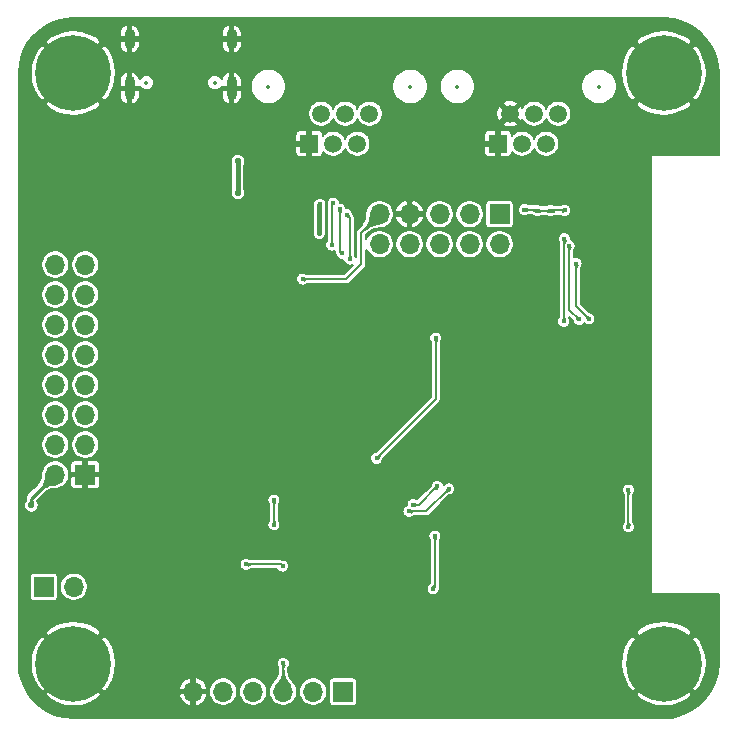
<source format=gbr>
%TF.GenerationSoftware,KiCad,Pcbnew,(5.1.6)-1*%
%TF.CreationDate,2022-03-15T00:03:31+08:00*%
%TF.ProjectId,esp32s2-openffb,65737033-3273-4322-9d6f-70656e666662,rev?*%
%TF.SameCoordinates,Original*%
%TF.FileFunction,Copper,L2,Bot*%
%TF.FilePolarity,Positive*%
%FSLAX46Y46*%
G04 Gerber Fmt 4.6, Leading zero omitted, Abs format (unit mm)*
G04 Created by KiCad (PCBNEW (5.1.6)-1) date 2022-03-15 00:03:31*
%MOMM*%
%LPD*%
G01*
G04 APERTURE LIST*
%TA.AperFunction,ComponentPad*%
%ADD10O,1.700000X1.700000*%
%TD*%
%TA.AperFunction,ComponentPad*%
%ADD11R,1.700000X1.700000*%
%TD*%
%TA.AperFunction,ComponentPad*%
%ADD12C,1.520000*%
%TD*%
%TA.AperFunction,ComponentPad*%
%ADD13R,1.520000X1.520000*%
%TD*%
%TA.AperFunction,ComponentPad*%
%ADD14O,0.900000X2.000000*%
%TD*%
%TA.AperFunction,ComponentPad*%
%ADD15O,0.900000X1.700000*%
%TD*%
%TA.AperFunction,ComponentPad*%
%ADD16C,0.800000*%
%TD*%
%TA.AperFunction,ComponentPad*%
%ADD17C,6.400000*%
%TD*%
%TA.AperFunction,ViaPad*%
%ADD18C,0.400000*%
%TD*%
%TA.AperFunction,ViaPad*%
%ADD19C,0.550000*%
%TD*%
%TA.AperFunction,Conductor*%
%ADD20C,0.200000*%
%TD*%
%TA.AperFunction,Conductor*%
%ADD21C,0.400000*%
%TD*%
%TA.AperFunction,Conductor*%
%ADD22C,0.254000*%
%TD*%
%TA.AperFunction,Conductor*%
%ADD23C,0.140000*%
%TD*%
%TA.AperFunction,Conductor*%
%ADD24C,0.025400*%
%TD*%
%ADD25C,0.200000*%
%ADD26C,0.300000*%
%ADD27C,0.350000*%
%ADD28O,0.600000X1.700000*%
%ADD29O,0.600000X1.400000*%
G04 APERTURE END LIST*
D10*
%TO.P,J4,16*%
%TO.N,/DRV_ENABLE*%
X3460000Y38780000D03*
%TO.P,J4,15*%
%TO.N,/GPIO_DRV*%
X6000000Y38780000D03*
%TO.P,J4,14*%
%TO.N,N/C*%
X3460000Y36240000D03*
%TO.P,J4,13*%
X6000000Y36240000D03*
%TO.P,J4,12*%
%TO.N,/BRAKE_CTRL*%
X3460000Y33700000D03*
%TO.P,J4,11*%
%TO.N,/DRV_FLAG*%
X6000000Y33700000D03*
%TO.P,J4,10*%
%TO.N,/SPI1_CS3*%
X3460000Y31160000D03*
%TO.P,J4,9*%
%TO.N,/SPI1_CS2*%
X6000000Y31160000D03*
%TO.P,J4,8*%
%TO.N,/SPI1_SCK*%
X3460000Y28620000D03*
%TO.P,J4,7*%
%TO.N,/SPI1_CS1*%
X6000000Y28620000D03*
%TO.P,J4,6*%
%TO.N,/SPI1_MISO*%
X3460000Y26080000D03*
%TO.P,J4,5*%
%TO.N,/SPI1_MOSI*%
X6000000Y26080000D03*
%TO.P,J4,4*%
%TO.N,+3V3*%
X3460000Y23540000D03*
%TO.P,J4,3*%
%TO.N,/DBG_EN*%
X6000000Y23540000D03*
%TO.P,J4,2*%
%TO.N,+5V*%
X3460000Y21000000D03*
D11*
%TO.P,J4,1*%
%TO.N,GND*%
X6000000Y21000000D03*
%TD*%
D10*
%TO.P,J3,2*%
%TO.N,/connector/CANH*%
X5040000Y11500000D03*
D11*
%TO.P,J3,1*%
%TO.N,/connector/CANL*%
X2500000Y11500000D03*
%TD*%
D12*
%TO.P,J7,6*%
%TO.N,/DIN3*%
X30065500Y51562000D03*
%TO.P,J7,5*%
%TO.N,/DIN2*%
X29045500Y49022000D03*
%TO.P,J7,4*%
%TO.N,/DIN1*%
X28025500Y51562000D03*
%TO.P,J7,3*%
%TO.N,/DIN0*%
X27005500Y49022000D03*
%TO.P,J7,2*%
%TO.N,+3V3*%
X25985500Y51562000D03*
D13*
%TO.P,J7,1*%
%TO.N,GND*%
X24965500Y49022000D03*
%TD*%
D12*
%TO.P,J6,6*%
%TO.N,/AIN2*%
X46057500Y51562000D03*
%TO.P,J6,5*%
%TO.N,/AIN1*%
X45037500Y49022000D03*
%TO.P,J6,4*%
%TO.N,/AIN0*%
X44017500Y51562000D03*
%TO.P,J6,3*%
%TO.N,+3V3*%
X42997500Y49022000D03*
%TO.P,J6,2*%
%TO.N,GND*%
X41977500Y51562000D03*
D13*
%TO.P,J6,1*%
X40957500Y49022000D03*
%TD*%
D14*
%TO.P,J1,S1*%
%TO.N,GND*%
X18401700Y53708700D03*
X9761700Y53708700D03*
D15*
X18401700Y57878700D03*
X9761700Y57878700D03*
%TD*%
D10*
%TO.P,J5,10*%
%TO.N,+3V3*%
X30924500Y40513000D03*
%TO.P,J5,9*%
%TO.N,+5V*%
X30924500Y43053000D03*
%TO.P,J5,8*%
%TO.N,/PWM4*%
X33464500Y40513000D03*
%TO.P,J5,7*%
%TO.N,GND*%
X33464500Y43053000D03*
%TO.P,J5,6*%
%TO.N,/PWM3*%
X36004500Y40513000D03*
%TO.P,J5,5*%
%TO.N,/ENCODER_Z*%
X36004500Y43053000D03*
%TO.P,J5,4*%
%TO.N,/PWM2*%
X38544500Y40513000D03*
%TO.P,J5,3*%
%TO.N,/ENCODER_B*%
X38544500Y43053000D03*
%TO.P,J5,2*%
%TO.N,/PWM1*%
X41084500Y40513000D03*
D11*
%TO.P,J5,1*%
%TO.N,/ENCODER_A*%
X41084500Y43053000D03*
%TD*%
D16*
%TO.P,H4,1*%
%TO.N,GND*%
X6697056Y6697056D03*
X5000000Y7400000D03*
X3302944Y6697056D03*
X2600000Y5000000D03*
X3302944Y3302944D03*
X5000000Y2600000D03*
X6697056Y3302944D03*
X7400000Y5000000D03*
D17*
X5000000Y5000000D03*
%TD*%
D16*
%TO.P,H3,1*%
%TO.N,GND*%
X56697056Y56697056D03*
X55000000Y57400000D03*
X53302944Y56697056D03*
X52600000Y55000000D03*
X53302944Y53302944D03*
X55000000Y52600000D03*
X56697056Y53302944D03*
X57400000Y55000000D03*
D17*
X55000000Y55000000D03*
%TD*%
D16*
%TO.P,H2,1*%
%TO.N,GND*%
X56697056Y6697056D03*
X55000000Y7400000D03*
X53302944Y6697056D03*
X52600000Y5000000D03*
X53302944Y3302944D03*
X55000000Y2600000D03*
X56697056Y3302944D03*
X57400000Y5000000D03*
D17*
X55000000Y5000000D03*
%TD*%
D16*
%TO.P,H1,1*%
%TO.N,GND*%
X6697056Y56697056D03*
X5000000Y57400000D03*
X3302944Y56697056D03*
X2600000Y55000000D03*
X3302944Y53302944D03*
X5000000Y52600000D03*
X6697056Y53302944D03*
X7400000Y55000000D03*
D17*
X5000000Y55000000D03*
%TD*%
D10*
%TO.P,J2,6*%
%TO.N,GND*%
X15138400Y2628900D03*
%TO.P,J2,5*%
%TO.N,+3V3*%
X17678400Y2628900D03*
%TO.P,J2,4*%
%TO.N,/DBG_IO0*%
X20218400Y2628900D03*
%TO.P,J2,3*%
%TO.N,/DBG_EN*%
X22758400Y2628900D03*
%TO.P,J2,2*%
%TO.N,/DBG_TX*%
X25298400Y2628900D03*
D11*
%TO.P,J2,1*%
%TO.N,/DBG_RX*%
X27838400Y2628900D03*
%TD*%
D18*
%TO.N,/DBG_IO0*%
X35600000Y15800000D03*
%TO.N,GND*%
X53000000Y39000000D03*
X44300000Y28400000D03*
X49900000Y37900000D03*
D19*
%TO.N,+5V*%
X1435100Y18402301D03*
D18*
%TO.N,GND*%
X25806400Y36207700D03*
X24498300Y36220400D03*
X16624300Y49555400D03*
X17729200Y49555400D03*
X17208500Y49491900D03*
X21158200Y6997700D03*
X26822400Y16014700D03*
X26809700Y15278100D03*
X50100000Y37500000D03*
X49600000Y37500000D03*
X45100000Y29200000D03*
X43600000Y29200000D03*
X43600000Y27700000D03*
X45100000Y27700000D03*
X51000000Y16000000D03*
X50000000Y16000000D03*
X50000000Y15000000D03*
X51000000Y15000000D03*
X39000000Y8000000D03*
X38000000Y8000000D03*
X37000000Y8000000D03*
X36000000Y8000000D03*
X28000000Y8000000D03*
X27000000Y8000000D03*
X26000000Y8000000D03*
X21000000Y8000000D03*
X20000000Y8000000D03*
X19000000Y8000000D03*
X59000000Y49000000D03*
X58000000Y49000000D03*
X57000000Y49000000D03*
X56000000Y49000000D03*
X55000000Y49000000D03*
X54000000Y49000000D03*
X53000000Y49000000D03*
X53000000Y48000000D03*
X53000000Y47000000D03*
X53000000Y46000000D03*
X53000000Y45000000D03*
X53000000Y45000000D03*
X53000000Y44000000D03*
X53000000Y43000000D03*
X53000000Y42000000D03*
X53000000Y41000000D03*
X53000000Y38000000D03*
X53000000Y40000000D03*
X53000000Y37000000D03*
X53000000Y36000000D03*
X53000000Y35000000D03*
X53000000Y34000000D03*
X53000000Y33000000D03*
X53000000Y32000000D03*
X53000000Y31000000D03*
X53000000Y30000000D03*
X53000000Y29000000D03*
X53000000Y28000000D03*
X53000000Y27000000D03*
X53000000Y26000000D03*
X53000000Y25000000D03*
X53000000Y24000000D03*
X53000000Y23000000D03*
X53000000Y22000000D03*
X53000000Y21000000D03*
X53000000Y19000000D03*
X53000000Y18000000D03*
X53000000Y17000000D03*
X53000000Y16000000D03*
X53000000Y15000000D03*
X53000000Y14000000D03*
X53000000Y13000000D03*
X53000000Y12000000D03*
X53000000Y11000000D03*
X53000000Y10000000D03*
X55000000Y10000000D03*
X54000000Y10000000D03*
X56000000Y10000000D03*
X57000000Y10000000D03*
X58000000Y10000000D03*
X59000000Y10000000D03*
X53000000Y20000000D03*
X15000000Y43000000D03*
X14000000Y43000000D03*
X13000000Y43000000D03*
X13000000Y42000000D03*
X14000000Y42000000D03*
X15000000Y42000000D03*
X15000000Y41000000D03*
X14000000Y41000000D03*
X13000000Y41000000D03*
X20000000Y30000000D03*
X22000000Y30000000D03*
X24000000Y30000000D03*
X26000000Y30000000D03*
X28000000Y30000000D03*
X30000000Y30000000D03*
X23000000Y20000000D03*
X25000000Y20000000D03*
X27000000Y20000000D03*
X29000000Y20000000D03*
D19*
%TO.N,+5V*%
X18935700Y47523400D03*
X18935700Y44869101D03*
D18*
X24404400Y37561600D03*
%TO.N,+3V3*%
X46583600Y43370500D03*
X45402500Y43357800D03*
X44272200Y43345100D03*
X43192700Y43434000D03*
X25819100Y41427400D03*
X25869900Y43891200D03*
%TO.N,/DBG_EN*%
X21971000Y18834100D03*
X22771100Y5016500D03*
X21971000Y16764000D03*
X52000000Y16600000D03*
X52000000Y19700000D03*
%TO.N,/DBG_IO0*%
X35460000Y11340000D03*
%TO.N,/DIN2*%
X28397200Y39243000D03*
X28130500Y43014900D03*
%TO.N,/DIN1*%
X27762200Y39738300D03*
X27543519Y43471246D03*
%TO.N,/DIN0*%
X26860500Y40436800D03*
X27005500Y43998098D03*
%TO.N,/AIN2*%
X46570900Y40982900D03*
X46507400Y33972500D03*
%TO.N,/AIN1*%
X46977300Y40386000D03*
X47790100Y34137600D03*
%TO.N,/AIN0*%
X47574200Y38874700D03*
X48653700Y34188400D03*
%TO.N,/CAN_S*%
X22707600Y13246100D03*
X19634200Y13398500D03*
%TO.N,/SPI1_SCK*%
X30670500Y22377400D03*
X35674300Y32562800D03*
%TO.N,/SPI1_MISO*%
X33407350Y17887950D03*
X36779200Y19799300D03*
%TO.N,/SPI1_MOSI*%
X33756600Y18465800D03*
X35814000Y20015200D03*
%TD*%
D20*
%TO.N,+5V*%
X18935700Y45834300D02*
X18935700Y45834300D01*
D21*
X18935700Y47523400D02*
X18935700Y45834300D01*
X18935700Y45834300D02*
X18935700Y44869101D01*
D22*
X1435100Y18975100D02*
X3460000Y21000000D01*
X1435100Y18402301D02*
X1435100Y18975100D01*
D20*
X24404400Y37561600D02*
X28100100Y37561600D01*
X28100100Y37561600D02*
X29362400Y38823900D01*
X29362400Y41490900D02*
X30924500Y43053000D01*
X29362400Y38823900D02*
X29362400Y41490900D01*
%TO.N,+3V3*%
X45389800Y43345100D02*
X45402500Y43357800D01*
X44272200Y43345100D02*
X45389800Y43345100D01*
X45415200Y43370500D02*
X45402500Y43357800D01*
X46583600Y43370500D02*
X45415200Y43370500D01*
X44183300Y43434000D02*
X44272200Y43345100D01*
X43192700Y43434000D02*
X44183300Y43434000D01*
X25819100Y43840400D02*
X25869900Y43891200D01*
D21*
X25819100Y41427400D02*
X25819100Y43840400D01*
D23*
%TO.N,/DBG_EN*%
X22758400Y5003800D02*
X22771100Y5016500D01*
X22758400Y2628900D02*
X22758400Y5003800D01*
X21971000Y16954500D02*
X21971000Y16954500D01*
X21971000Y18834100D02*
X21971000Y16764000D01*
X52000000Y19700000D02*
X52000000Y16600000D01*
%TO.N,/DBG_IO0*%
X35600000Y11480000D02*
X35460000Y11340000D01*
X35600000Y15800000D02*
X35600000Y11480000D01*
%TO.N,/DIN2*%
X28397200Y42748200D02*
X28397200Y39243000D01*
X28130500Y43014900D02*
X28397200Y42748200D01*
%TO.N,/DIN1*%
X27543519Y39956981D02*
X27543519Y43471246D01*
X27762200Y39738300D02*
X27543519Y39956981D01*
%TO.N,/DIN0*%
X26860500Y40436800D02*
X26860500Y43853098D01*
X26860500Y43853098D02*
X27005500Y43998098D01*
%TO.N,/AIN2*%
X46532800Y33997900D02*
X46507400Y33972500D01*
X46570900Y40982900D02*
X46532800Y40944800D01*
X46532800Y40944800D02*
X46532800Y33997900D01*
%TO.N,/AIN1*%
X46977300Y34950400D02*
X47790100Y34137600D01*
X46977300Y40386000D02*
X46977300Y34950400D01*
%TO.N,/AIN0*%
X47574200Y35267900D02*
X48653700Y34188400D01*
X47574200Y38874700D02*
X47574200Y35267900D01*
%TO.N,/CAN_S*%
X22555200Y13398500D02*
X22707600Y13246100D01*
X19634200Y13398500D02*
X22555200Y13398500D01*
%TO.N,/SPI1_SCK*%
X30670500Y22377400D02*
X35674300Y27381200D01*
X35674300Y27381200D02*
X35674300Y32562800D01*
X35674300Y32562800D02*
X35674300Y32562800D01*
%TO.N,/SPI1_MISO*%
X34867850Y17887950D02*
X36779200Y19799300D01*
X33407350Y17887950D02*
X34867850Y17887950D01*
%TO.N,/SPI1_MOSI*%
X34264600Y18465800D02*
X33756600Y18465800D01*
X35814000Y20015200D02*
X34264600Y18465800D01*
%TD*%
D20*
%TO.N,GND*%
G36*
X55818752Y59550438D02*
G01*
X56611628Y59333532D01*
X57353558Y58979649D01*
X58021098Y58499973D01*
X58593140Y57909671D01*
X59051613Y57227391D01*
X59382016Y56474711D01*
X59574603Y55672530D01*
X59625001Y54986235D01*
X59625001Y48100000D01*
X54000000Y48100000D01*
X53980491Y48098079D01*
X53961732Y48092388D01*
X53944443Y48083147D01*
X53929289Y48070711D01*
X53916853Y48055557D01*
X53907612Y48038268D01*
X53901921Y48019509D01*
X53900000Y48000000D01*
X53900000Y11000000D01*
X53901921Y10980491D01*
X53907612Y10961732D01*
X53916853Y10944443D01*
X53929289Y10929289D01*
X53944443Y10916853D01*
X53961732Y10907612D01*
X53980491Y10901921D01*
X54000000Y10900000D01*
X59625000Y10900000D01*
X59625000Y5016696D01*
X59550438Y4181248D01*
X59333533Y3388378D01*
X58979649Y2646442D01*
X58499973Y1978902D01*
X57909671Y1406860D01*
X57227391Y948387D01*
X56474714Y617985D01*
X55672530Y425397D01*
X54986249Y375000D01*
X5016696Y375000D01*
X4181248Y449562D01*
X3388378Y666467D01*
X2646442Y1020351D01*
X1978902Y1500027D01*
X1406860Y2090329D01*
X1194537Y2406300D01*
X2624089Y2406300D01*
X3000251Y1985581D01*
X3626760Y1653370D01*
X4306041Y1449770D01*
X5011991Y1382602D01*
X5717480Y1454448D01*
X6395397Y1662549D01*
X6999749Y1985581D01*
X7265438Y2282742D01*
X13937279Y2282742D01*
X14027890Y2055066D01*
X14161178Y1849442D01*
X14332020Y1673773D01*
X14533850Y1534809D01*
X14758913Y1437890D01*
X14792243Y1427786D01*
X14984400Y1489258D01*
X14984400Y2474900D01*
X15292400Y2474900D01*
X15292400Y1489258D01*
X15484557Y1427786D01*
X15517887Y1437890D01*
X15742950Y1534809D01*
X15944780Y1673773D01*
X16115622Y1849442D01*
X16248910Y2055066D01*
X16339521Y2282742D01*
X16278884Y2474900D01*
X15292400Y2474900D01*
X14984400Y2474900D01*
X13997916Y2474900D01*
X13937279Y2282742D01*
X7265438Y2282742D01*
X7375911Y2406300D01*
X5000000Y4782211D01*
X2624089Y2406300D01*
X1194537Y2406300D01*
X948387Y2772609D01*
X617985Y3525286D01*
X425397Y4327470D01*
X376891Y4988009D01*
X1382602Y4988009D01*
X1454448Y4282520D01*
X1662549Y3604603D01*
X1985581Y3000251D01*
X2406300Y2624089D01*
X4782211Y5000000D01*
X5217789Y5000000D01*
X7593700Y2624089D01*
X7731270Y2747090D01*
X16478400Y2747090D01*
X16478400Y2510710D01*
X16524516Y2278873D01*
X16614974Y2060487D01*
X16746299Y1863945D01*
X16913445Y1696799D01*
X17109987Y1565474D01*
X17328373Y1475016D01*
X17560210Y1428900D01*
X17796590Y1428900D01*
X18028427Y1475016D01*
X18246813Y1565474D01*
X18443355Y1696799D01*
X18610501Y1863945D01*
X18741826Y2060487D01*
X18832284Y2278873D01*
X18878400Y2510710D01*
X18878400Y2747090D01*
X19018400Y2747090D01*
X19018400Y2510710D01*
X19064516Y2278873D01*
X19154974Y2060487D01*
X19286299Y1863945D01*
X19453445Y1696799D01*
X19649987Y1565474D01*
X19868373Y1475016D01*
X20100210Y1428900D01*
X20336590Y1428900D01*
X20568427Y1475016D01*
X20786813Y1565474D01*
X20983355Y1696799D01*
X21150501Y1863945D01*
X21281826Y2060487D01*
X21372284Y2278873D01*
X21418400Y2510710D01*
X21418400Y2747090D01*
X21558400Y2747090D01*
X21558400Y2510710D01*
X21604516Y2278873D01*
X21694974Y2060487D01*
X21826299Y1863945D01*
X21993445Y1696799D01*
X22189987Y1565474D01*
X22408373Y1475016D01*
X22640210Y1428900D01*
X22876590Y1428900D01*
X23108427Y1475016D01*
X23326813Y1565474D01*
X23523355Y1696799D01*
X23690501Y1863945D01*
X23821826Y2060487D01*
X23912284Y2278873D01*
X23958400Y2510710D01*
X23958400Y2747090D01*
X24098400Y2747090D01*
X24098400Y2510710D01*
X24144516Y2278873D01*
X24234974Y2060487D01*
X24366299Y1863945D01*
X24533445Y1696799D01*
X24729987Y1565474D01*
X24948373Y1475016D01*
X25180210Y1428900D01*
X25416590Y1428900D01*
X25648427Y1475016D01*
X25866813Y1565474D01*
X26063355Y1696799D01*
X26230501Y1863945D01*
X26361826Y2060487D01*
X26452284Y2278873D01*
X26498400Y2510710D01*
X26498400Y2747090D01*
X26452284Y2978927D01*
X26361826Y3197313D01*
X26230501Y3393855D01*
X26145456Y3478900D01*
X26636707Y3478900D01*
X26636707Y1778900D01*
X26643465Y1710288D01*
X26663478Y1644313D01*
X26695978Y1583510D01*
X26739715Y1530215D01*
X26793010Y1486478D01*
X26853813Y1453978D01*
X26919788Y1433965D01*
X26988400Y1427207D01*
X28688400Y1427207D01*
X28757012Y1433965D01*
X28822987Y1453978D01*
X28883790Y1486478D01*
X28937085Y1530215D01*
X28980822Y1583510D01*
X29013322Y1644313D01*
X29033335Y1710288D01*
X29040093Y1778900D01*
X29040093Y2406300D01*
X52624089Y2406300D01*
X53000251Y1985581D01*
X53626760Y1653370D01*
X54306041Y1449770D01*
X55011991Y1382602D01*
X55717480Y1454448D01*
X56395397Y1662549D01*
X56999749Y1985581D01*
X57375911Y2406300D01*
X55000000Y4782211D01*
X52624089Y2406300D01*
X29040093Y2406300D01*
X29040093Y3478900D01*
X29033335Y3547512D01*
X29013322Y3613487D01*
X28980822Y3674290D01*
X28937085Y3727585D01*
X28883790Y3771322D01*
X28822987Y3803822D01*
X28757012Y3823835D01*
X28688400Y3830593D01*
X26988400Y3830593D01*
X26919788Y3823835D01*
X26853813Y3803822D01*
X26793010Y3771322D01*
X26739715Y3727585D01*
X26695978Y3674290D01*
X26663478Y3613487D01*
X26643465Y3547512D01*
X26636707Y3478900D01*
X26145456Y3478900D01*
X26063355Y3561001D01*
X25866813Y3692326D01*
X25648427Y3782784D01*
X25416590Y3828900D01*
X25180210Y3828900D01*
X24948373Y3782784D01*
X24729987Y3692326D01*
X24533445Y3561001D01*
X24366299Y3393855D01*
X24234974Y3197313D01*
X24144516Y2978927D01*
X24098400Y2747090D01*
X23958400Y2747090D01*
X23912284Y2978927D01*
X23821826Y3197313D01*
X23690501Y3393855D01*
X23603206Y3481150D01*
X23517206Y3572011D01*
X23445405Y3660768D01*
X23382834Y3752352D01*
X23329026Y3847117D01*
X23283599Y3945551D01*
X23246307Y4048210D01*
X23217058Y4155666D01*
X23195889Y4268522D01*
X23182985Y4387232D01*
X23178400Y4518095D01*
X23178400Y4645983D01*
X23198313Y4665896D01*
X23258503Y4755977D01*
X23299964Y4856071D01*
X23321100Y4962330D01*
X23321100Y4988009D01*
X51382602Y4988009D01*
X51454448Y4282520D01*
X51662549Y3604603D01*
X51985581Y3000251D01*
X52406300Y2624089D01*
X54782211Y5000000D01*
X55217789Y5000000D01*
X57593700Y2624089D01*
X58014419Y3000251D01*
X58346630Y3626760D01*
X58550230Y4306041D01*
X58617398Y5011991D01*
X58545552Y5717480D01*
X58337451Y6395397D01*
X58014419Y6999749D01*
X57593700Y7375911D01*
X55217789Y5000000D01*
X54782211Y5000000D01*
X52406300Y7375911D01*
X51985581Y6999749D01*
X51653370Y6373240D01*
X51449770Y5693959D01*
X51382602Y4988009D01*
X23321100Y4988009D01*
X23321100Y5070670D01*
X23299964Y5176929D01*
X23258503Y5277023D01*
X23198313Y5367104D01*
X23121704Y5443713D01*
X23031623Y5503903D01*
X22931529Y5545364D01*
X22825270Y5566500D01*
X22716930Y5566500D01*
X22610671Y5545364D01*
X22510577Y5503903D01*
X22420496Y5443713D01*
X22343887Y5367104D01*
X22283697Y5277023D01*
X22242236Y5176929D01*
X22221100Y5070670D01*
X22221100Y4962330D01*
X22242236Y4856071D01*
X22283697Y4755977D01*
X22338401Y4674107D01*
X22338401Y4518120D01*
X22333814Y4387232D01*
X22320910Y4268522D01*
X22299741Y4155666D01*
X22270492Y4048210D01*
X22233200Y3945551D01*
X22187773Y3847117D01*
X22133965Y3752352D01*
X22071394Y3660768D01*
X21999598Y3572018D01*
X21913572Y3481128D01*
X21826299Y3393855D01*
X21694974Y3197313D01*
X21604516Y2978927D01*
X21558400Y2747090D01*
X21418400Y2747090D01*
X21372284Y2978927D01*
X21281826Y3197313D01*
X21150501Y3393855D01*
X20983355Y3561001D01*
X20786813Y3692326D01*
X20568427Y3782784D01*
X20336590Y3828900D01*
X20100210Y3828900D01*
X19868373Y3782784D01*
X19649987Y3692326D01*
X19453445Y3561001D01*
X19286299Y3393855D01*
X19154974Y3197313D01*
X19064516Y2978927D01*
X19018400Y2747090D01*
X18878400Y2747090D01*
X18832284Y2978927D01*
X18741826Y3197313D01*
X18610501Y3393855D01*
X18443355Y3561001D01*
X18246813Y3692326D01*
X18028427Y3782784D01*
X17796590Y3828900D01*
X17560210Y3828900D01*
X17328373Y3782784D01*
X17109987Y3692326D01*
X16913445Y3561001D01*
X16746299Y3393855D01*
X16614974Y3197313D01*
X16524516Y2978927D01*
X16478400Y2747090D01*
X7731270Y2747090D01*
X7986241Y2975058D01*
X13937279Y2975058D01*
X13997916Y2782900D01*
X14984400Y2782900D01*
X14984400Y3768542D01*
X15292400Y3768542D01*
X15292400Y2782900D01*
X16278884Y2782900D01*
X16339521Y2975058D01*
X16248910Y3202734D01*
X16115622Y3408358D01*
X15944780Y3584027D01*
X15742950Y3722991D01*
X15517887Y3819910D01*
X15484557Y3830014D01*
X15292400Y3768542D01*
X14984400Y3768542D01*
X14792243Y3830014D01*
X14758913Y3819910D01*
X14533850Y3722991D01*
X14332020Y3584027D01*
X14161178Y3408358D01*
X14027890Y3202734D01*
X13937279Y2975058D01*
X7986241Y2975058D01*
X8014419Y3000251D01*
X8346630Y3626760D01*
X8550230Y4306041D01*
X8617398Y5011991D01*
X8545552Y5717480D01*
X8337451Y6395397D01*
X8014419Y6999749D01*
X7593700Y7375911D01*
X5217789Y5000000D01*
X4782211Y5000000D01*
X2406300Y7375911D01*
X1985581Y6999749D01*
X1653370Y6373240D01*
X1449770Y5693959D01*
X1382602Y4988009D01*
X376891Y4988009D01*
X375000Y5013751D01*
X375000Y7593700D01*
X2624089Y7593700D01*
X5000000Y5217789D01*
X7375911Y7593700D01*
X52624089Y7593700D01*
X55000000Y5217789D01*
X57375911Y7593700D01*
X56999749Y8014419D01*
X56373240Y8346630D01*
X55693959Y8550230D01*
X54988009Y8617398D01*
X54282520Y8545552D01*
X53604603Y8337451D01*
X53000251Y8014419D01*
X52624089Y7593700D01*
X7375911Y7593700D01*
X6999749Y8014419D01*
X6373240Y8346630D01*
X5693959Y8550230D01*
X4988009Y8617398D01*
X4282520Y8545552D01*
X3604603Y8337451D01*
X3000251Y8014419D01*
X2624089Y7593700D01*
X375000Y7593700D01*
X375000Y12350000D01*
X1298307Y12350000D01*
X1298307Y10650000D01*
X1305065Y10581388D01*
X1325078Y10515413D01*
X1357578Y10454610D01*
X1401315Y10401315D01*
X1454610Y10357578D01*
X1515413Y10325078D01*
X1581388Y10305065D01*
X1650000Y10298307D01*
X3350000Y10298307D01*
X3418612Y10305065D01*
X3484587Y10325078D01*
X3545390Y10357578D01*
X3598685Y10401315D01*
X3642422Y10454610D01*
X3674922Y10515413D01*
X3694935Y10581388D01*
X3701693Y10650000D01*
X3701693Y11618190D01*
X3840000Y11618190D01*
X3840000Y11381810D01*
X3886116Y11149973D01*
X3976574Y10931587D01*
X4107899Y10735045D01*
X4275045Y10567899D01*
X4471587Y10436574D01*
X4689973Y10346116D01*
X4921810Y10300000D01*
X5158190Y10300000D01*
X5390027Y10346116D01*
X5608413Y10436574D01*
X5804955Y10567899D01*
X5972101Y10735045D01*
X6103426Y10931587D01*
X6193884Y11149973D01*
X6240000Y11381810D01*
X6240000Y11394170D01*
X34910000Y11394170D01*
X34910000Y11285830D01*
X34931136Y11179571D01*
X34972597Y11079477D01*
X35032787Y10989396D01*
X35109396Y10912787D01*
X35199477Y10852597D01*
X35299571Y10811136D01*
X35405830Y10790000D01*
X35514170Y10790000D01*
X35620429Y10811136D01*
X35720523Y10852597D01*
X35810604Y10912787D01*
X35887213Y10989396D01*
X35947403Y11079477D01*
X35988864Y11179571D01*
X36010000Y11285830D01*
X36010000Y11384733D01*
X36013923Y11397666D01*
X36020000Y11459368D01*
X36020000Y11459371D01*
X36022032Y11480000D01*
X36020000Y11500629D01*
X36020000Y15442183D01*
X36027213Y15449396D01*
X36087403Y15539477D01*
X36128864Y15639571D01*
X36150000Y15745830D01*
X36150000Y15854170D01*
X36128864Y15960429D01*
X36087403Y16060523D01*
X36027213Y16150604D01*
X35950604Y16227213D01*
X35860523Y16287403D01*
X35760429Y16328864D01*
X35654170Y16350000D01*
X35545830Y16350000D01*
X35439571Y16328864D01*
X35339477Y16287403D01*
X35249396Y16227213D01*
X35172787Y16150604D01*
X35112597Y16060523D01*
X35071136Y15960429D01*
X35050000Y15854170D01*
X35050000Y15745830D01*
X35071136Y15639571D01*
X35112597Y15539477D01*
X35172787Y15449396D01*
X35180000Y15442183D01*
X35180001Y11889462D01*
X35177597Y11885446D01*
X35155619Y11849752D01*
X35135515Y11818146D01*
X35117515Y11790906D01*
X35101858Y11768258D01*
X35088964Y11750596D01*
X35079414Y11738366D01*
X35074345Y11732404D01*
X35069671Y11727488D01*
X35032787Y11690604D01*
X34972597Y11600523D01*
X34931136Y11500429D01*
X34910000Y11394170D01*
X6240000Y11394170D01*
X6240000Y11618190D01*
X6193884Y11850027D01*
X6103426Y12068413D01*
X5972101Y12264955D01*
X5804955Y12432101D01*
X5608413Y12563426D01*
X5390027Y12653884D01*
X5158190Y12700000D01*
X4921810Y12700000D01*
X4689973Y12653884D01*
X4471587Y12563426D01*
X4275045Y12432101D01*
X4107899Y12264955D01*
X3976574Y12068413D01*
X3886116Y11850027D01*
X3840000Y11618190D01*
X3701693Y11618190D01*
X3701693Y12350000D01*
X3694935Y12418612D01*
X3674922Y12484587D01*
X3642422Y12545390D01*
X3598685Y12598685D01*
X3545390Y12642422D01*
X3484587Y12674922D01*
X3418612Y12694935D01*
X3350000Y12701693D01*
X1650000Y12701693D01*
X1581388Y12694935D01*
X1515413Y12674922D01*
X1454610Y12642422D01*
X1401315Y12598685D01*
X1357578Y12545390D01*
X1325078Y12484587D01*
X1305065Y12418612D01*
X1298307Y12350000D01*
X375000Y12350000D01*
X375000Y13452670D01*
X19084200Y13452670D01*
X19084200Y13344330D01*
X19105336Y13238071D01*
X19146797Y13137977D01*
X19206987Y13047896D01*
X19283596Y12971287D01*
X19373677Y12911097D01*
X19473771Y12869636D01*
X19580030Y12848500D01*
X19688370Y12848500D01*
X19794629Y12869636D01*
X19894723Y12911097D01*
X19984804Y12971287D01*
X19992017Y12978500D01*
X22224926Y12978500D01*
X22280387Y12895496D01*
X22356996Y12818887D01*
X22447077Y12758697D01*
X22547171Y12717236D01*
X22653430Y12696100D01*
X22761770Y12696100D01*
X22868029Y12717236D01*
X22968123Y12758697D01*
X23058204Y12818887D01*
X23134813Y12895496D01*
X23195003Y12985577D01*
X23236464Y13085671D01*
X23257600Y13191930D01*
X23257600Y13300270D01*
X23236464Y13406529D01*
X23195003Y13506623D01*
X23134813Y13596704D01*
X23058204Y13673313D01*
X22968123Y13733503D01*
X22868029Y13774964D01*
X22761770Y13796100D01*
X22691344Y13796100D01*
X22637534Y13812423D01*
X22575832Y13818500D01*
X22575829Y13818500D01*
X22555200Y13820532D01*
X22534571Y13818500D01*
X19992017Y13818500D01*
X19984804Y13825713D01*
X19894723Y13885903D01*
X19794629Y13927364D01*
X19688370Y13948500D01*
X19580030Y13948500D01*
X19473771Y13927364D01*
X19373677Y13885903D01*
X19283596Y13825713D01*
X19206987Y13749104D01*
X19146797Y13659023D01*
X19105336Y13558929D01*
X19084200Y13452670D01*
X375000Y13452670D01*
X375000Y18463858D01*
X810100Y18463858D01*
X810100Y18340744D01*
X834119Y18219995D01*
X881232Y18106253D01*
X949631Y18003887D01*
X1036686Y17916832D01*
X1139052Y17848433D01*
X1252794Y17801320D01*
X1373543Y17777301D01*
X1496657Y17777301D01*
X1617406Y17801320D01*
X1731148Y17848433D01*
X1833514Y17916832D01*
X1920569Y18003887D01*
X1988968Y18106253D01*
X2036081Y18219995D01*
X2060100Y18340744D01*
X2060100Y18463858D01*
X2036081Y18584607D01*
X1988968Y18698349D01*
X1926467Y18791888D01*
X2022849Y18888270D01*
X21421000Y18888270D01*
X21421000Y18779930D01*
X21442136Y18673671D01*
X21483597Y18573577D01*
X21543787Y18483496D01*
X21551000Y18476283D01*
X21551001Y17121818D01*
X21543787Y17114604D01*
X21483597Y17024523D01*
X21442136Y16924429D01*
X21421000Y16818170D01*
X21421000Y16709830D01*
X21442136Y16603571D01*
X21483597Y16503477D01*
X21543787Y16413396D01*
X21620396Y16336787D01*
X21710477Y16276597D01*
X21810571Y16235136D01*
X21916830Y16214000D01*
X22025170Y16214000D01*
X22131429Y16235136D01*
X22231523Y16276597D01*
X22321604Y16336787D01*
X22398213Y16413396D01*
X22458403Y16503477D01*
X22499864Y16603571D01*
X22521000Y16709830D01*
X22521000Y16818170D01*
X22499864Y16924429D01*
X22458403Y17024523D01*
X22398213Y17114604D01*
X22391000Y17121817D01*
X22391000Y17942120D01*
X32857350Y17942120D01*
X32857350Y17833780D01*
X32878486Y17727521D01*
X32919947Y17627427D01*
X32980137Y17537346D01*
X33056746Y17460737D01*
X33146827Y17400547D01*
X33246921Y17359086D01*
X33353180Y17337950D01*
X33461520Y17337950D01*
X33567779Y17359086D01*
X33667873Y17400547D01*
X33757954Y17460737D01*
X33765167Y17467950D01*
X34847221Y17467950D01*
X34867850Y17465918D01*
X34888479Y17467950D01*
X34888482Y17467950D01*
X34950184Y17474027D01*
X35029355Y17498043D01*
X35102318Y17537043D01*
X35166272Y17589528D01*
X35179433Y17605565D01*
X36823169Y19249300D01*
X36833370Y19249300D01*
X36939629Y19270436D01*
X37039723Y19311897D01*
X37129804Y19372087D01*
X37206413Y19448696D01*
X37266603Y19538777D01*
X37308064Y19638871D01*
X37329200Y19745130D01*
X37329200Y19754170D01*
X51450000Y19754170D01*
X51450000Y19645830D01*
X51471136Y19539571D01*
X51512597Y19439477D01*
X51572787Y19349396D01*
X51580000Y19342183D01*
X51580001Y16957818D01*
X51572787Y16950604D01*
X51512597Y16860523D01*
X51471136Y16760429D01*
X51450000Y16654170D01*
X51450000Y16545830D01*
X51471136Y16439571D01*
X51512597Y16339477D01*
X51572787Y16249396D01*
X51649396Y16172787D01*
X51739477Y16112597D01*
X51839571Y16071136D01*
X51945830Y16050000D01*
X52054170Y16050000D01*
X52160429Y16071136D01*
X52260523Y16112597D01*
X52350604Y16172787D01*
X52427213Y16249396D01*
X52487403Y16339477D01*
X52528864Y16439571D01*
X52550000Y16545830D01*
X52550000Y16654170D01*
X52528864Y16760429D01*
X52487403Y16860523D01*
X52427213Y16950604D01*
X52420000Y16957817D01*
X52420000Y19342183D01*
X52427213Y19349396D01*
X52487403Y19439477D01*
X52528864Y19539571D01*
X52550000Y19645830D01*
X52550000Y19754170D01*
X52528864Y19860429D01*
X52487403Y19960523D01*
X52427213Y20050604D01*
X52350604Y20127213D01*
X52260523Y20187403D01*
X52160429Y20228864D01*
X52054170Y20250000D01*
X51945830Y20250000D01*
X51839571Y20228864D01*
X51739477Y20187403D01*
X51649396Y20127213D01*
X51572787Y20050604D01*
X51512597Y19960523D01*
X51471136Y19860429D01*
X51450000Y19754170D01*
X37329200Y19754170D01*
X37329200Y19853470D01*
X37308064Y19959729D01*
X37266603Y20059823D01*
X37206413Y20149904D01*
X37129804Y20226513D01*
X37039723Y20286703D01*
X36939629Y20328164D01*
X36833370Y20349300D01*
X36725030Y20349300D01*
X36618771Y20328164D01*
X36518677Y20286703D01*
X36428596Y20226513D01*
X36351987Y20149904D01*
X36348900Y20145284D01*
X36342864Y20175629D01*
X36301403Y20275723D01*
X36241213Y20365804D01*
X36164604Y20442413D01*
X36074523Y20502603D01*
X35974429Y20544064D01*
X35868170Y20565200D01*
X35759830Y20565200D01*
X35653571Y20544064D01*
X35553477Y20502603D01*
X35463396Y20442413D01*
X35386787Y20365804D01*
X35326597Y20275723D01*
X35285136Y20175629D01*
X35264000Y20069370D01*
X35264000Y20059170D01*
X34101594Y18896762D01*
X34017123Y18953203D01*
X33917029Y18994664D01*
X33810770Y19015800D01*
X33702430Y19015800D01*
X33596171Y18994664D01*
X33496077Y18953203D01*
X33405996Y18893013D01*
X33329387Y18816404D01*
X33269197Y18726323D01*
X33227736Y18626229D01*
X33206600Y18519970D01*
X33206600Y18411630D01*
X33208717Y18400989D01*
X33146827Y18375353D01*
X33056746Y18315163D01*
X32980137Y18238554D01*
X32919947Y18148473D01*
X32878486Y18048379D01*
X32857350Y17942120D01*
X22391000Y17942120D01*
X22391000Y18476283D01*
X22398213Y18483496D01*
X22458403Y18573577D01*
X22499864Y18673671D01*
X22521000Y18779930D01*
X22521000Y18888270D01*
X22499864Y18994529D01*
X22458403Y19094623D01*
X22398213Y19184704D01*
X22321604Y19261313D01*
X22231523Y19321503D01*
X22131429Y19362964D01*
X22025170Y19384100D01*
X21916830Y19384100D01*
X21810571Y19362964D01*
X21710477Y19321503D01*
X21620396Y19261313D01*
X21543787Y19184704D01*
X21483597Y19094623D01*
X21442136Y18994529D01*
X21421000Y18888270D01*
X2022849Y18888270D01*
X2558727Y19424147D01*
X2642753Y19502493D01*
X2723626Y19567524D01*
X2805746Y19623728D01*
X2889337Y19671577D01*
X2974757Y19711503D01*
X3062502Y19743863D01*
X3153130Y19768872D01*
X3247257Y19786608D01*
X3345450Y19796990D01*
X3454744Y19800000D01*
X3578190Y19800000D01*
X3810027Y19846116D01*
X4028413Y19936574D01*
X4224955Y20067899D01*
X4307056Y20150000D01*
X4748065Y20150000D01*
X4755788Y20071586D01*
X4778660Y19996186D01*
X4815803Y19926697D01*
X4865789Y19865789D01*
X4926697Y19815803D01*
X4996186Y19778660D01*
X5071586Y19755788D01*
X5150000Y19748065D01*
X5746000Y19750000D01*
X5846000Y19850000D01*
X5846000Y20846000D01*
X6154000Y20846000D01*
X6154000Y19850000D01*
X6254000Y19750000D01*
X6850000Y19748065D01*
X6928414Y19755788D01*
X7003814Y19778660D01*
X7073303Y19815803D01*
X7134211Y19865789D01*
X7184197Y19926697D01*
X7221340Y19996186D01*
X7244212Y20071586D01*
X7251935Y20150000D01*
X7250000Y20746000D01*
X7150000Y20846000D01*
X6154000Y20846000D01*
X5846000Y20846000D01*
X4850000Y20846000D01*
X4750000Y20746000D01*
X4748065Y20150000D01*
X4307056Y20150000D01*
X4392101Y20235045D01*
X4523426Y20431587D01*
X4613884Y20649973D01*
X4660000Y20881810D01*
X4660000Y21118190D01*
X4613884Y21350027D01*
X4523426Y21568413D01*
X4392101Y21764955D01*
X4307056Y21850000D01*
X4748065Y21850000D01*
X4750000Y21254000D01*
X4850000Y21154000D01*
X5846000Y21154000D01*
X5846000Y22150000D01*
X6154000Y22150000D01*
X6154000Y21154000D01*
X7150000Y21154000D01*
X7250000Y21254000D01*
X7251935Y21850000D01*
X7244212Y21928414D01*
X7221340Y22003814D01*
X7184197Y22073303D01*
X7134211Y22134211D01*
X7073303Y22184197D01*
X7003814Y22221340D01*
X6928414Y22244212D01*
X6850000Y22251935D01*
X6254000Y22250000D01*
X6154000Y22150000D01*
X5846000Y22150000D01*
X5746000Y22250000D01*
X5150000Y22251935D01*
X5071586Y22244212D01*
X4996186Y22221340D01*
X4926697Y22184197D01*
X4865789Y22134211D01*
X4815803Y22073303D01*
X4778660Y22003814D01*
X4755788Y21928414D01*
X4748065Y21850000D01*
X4307056Y21850000D01*
X4224955Y21932101D01*
X4028413Y22063426D01*
X3810027Y22153884D01*
X3578190Y22200000D01*
X3341810Y22200000D01*
X3109973Y22153884D01*
X2891587Y22063426D01*
X2695045Y21932101D01*
X2527899Y21764955D01*
X2396574Y21568413D01*
X2306116Y21350027D01*
X2260000Y21118190D01*
X2260000Y20994748D01*
X2256989Y20885451D01*
X2246607Y20787258D01*
X2228871Y20693131D01*
X2203860Y20602496D01*
X2171503Y20514756D01*
X2131580Y20429345D01*
X2083727Y20345747D01*
X2027523Y20263627D01*
X1962491Y20182754D01*
X1884143Y20098723D01*
X1114371Y19328950D01*
X1096180Y19314021D01*
X1036572Y19241389D01*
X1030642Y19230294D01*
X992278Y19158522D01*
X965003Y19068607D01*
X955794Y18975100D01*
X958101Y18951676D01*
X958101Y18809185D01*
X949631Y18800715D01*
X881232Y18698349D01*
X834119Y18584607D01*
X810100Y18463858D01*
X375000Y18463858D01*
X375000Y23658190D01*
X2260000Y23658190D01*
X2260000Y23421810D01*
X2306116Y23189973D01*
X2396574Y22971587D01*
X2527899Y22775045D01*
X2695045Y22607899D01*
X2891587Y22476574D01*
X3109973Y22386116D01*
X3341810Y22340000D01*
X3578190Y22340000D01*
X3810027Y22386116D01*
X4028413Y22476574D01*
X4224955Y22607899D01*
X4392101Y22775045D01*
X4523426Y22971587D01*
X4613884Y23189973D01*
X4660000Y23421810D01*
X4660000Y23658190D01*
X4800000Y23658190D01*
X4800000Y23421810D01*
X4846116Y23189973D01*
X4936574Y22971587D01*
X5067899Y22775045D01*
X5235045Y22607899D01*
X5431587Y22476574D01*
X5649973Y22386116D01*
X5881810Y22340000D01*
X6118190Y22340000D01*
X6350027Y22386116D01*
X6459763Y22431570D01*
X30120500Y22431570D01*
X30120500Y22323230D01*
X30141636Y22216971D01*
X30183097Y22116877D01*
X30243287Y22026796D01*
X30319896Y21950187D01*
X30409977Y21889997D01*
X30510071Y21848536D01*
X30616330Y21827400D01*
X30724670Y21827400D01*
X30830929Y21848536D01*
X30931023Y21889997D01*
X31021104Y21950187D01*
X31097713Y22026796D01*
X31157903Y22116877D01*
X31199364Y22216971D01*
X31220500Y22323230D01*
X31220500Y22333432D01*
X35956697Y27069627D01*
X35972722Y27082778D01*
X36025207Y27146732D01*
X36064207Y27219695D01*
X36088223Y27298866D01*
X36094300Y27360568D01*
X36094300Y27360571D01*
X36096332Y27381200D01*
X36094300Y27401829D01*
X36094300Y32204983D01*
X36101513Y32212196D01*
X36161703Y32302277D01*
X36203164Y32402371D01*
X36224300Y32508630D01*
X36224300Y32616970D01*
X36203164Y32723229D01*
X36161703Y32823323D01*
X36101513Y32913404D01*
X36024904Y32990013D01*
X35934823Y33050203D01*
X35834729Y33091664D01*
X35728470Y33112800D01*
X35620130Y33112800D01*
X35513871Y33091664D01*
X35413777Y33050203D01*
X35323696Y32990013D01*
X35247087Y32913404D01*
X35186897Y32823323D01*
X35145436Y32723229D01*
X35124300Y32616970D01*
X35124300Y32508630D01*
X35145436Y32402371D01*
X35186897Y32302277D01*
X35247087Y32212196D01*
X35254301Y32204982D01*
X35254300Y27555170D01*
X30626532Y22927400D01*
X30616330Y22927400D01*
X30510071Y22906264D01*
X30409977Y22864803D01*
X30319896Y22804613D01*
X30243287Y22728004D01*
X30183097Y22637923D01*
X30141636Y22537829D01*
X30120500Y22431570D01*
X6459763Y22431570D01*
X6568413Y22476574D01*
X6764955Y22607899D01*
X6932101Y22775045D01*
X7063426Y22971587D01*
X7153884Y23189973D01*
X7200000Y23421810D01*
X7200000Y23658190D01*
X7153884Y23890027D01*
X7063426Y24108413D01*
X6932101Y24304955D01*
X6764955Y24472101D01*
X6568413Y24603426D01*
X6350027Y24693884D01*
X6118190Y24740000D01*
X5881810Y24740000D01*
X5649973Y24693884D01*
X5431587Y24603426D01*
X5235045Y24472101D01*
X5067899Y24304955D01*
X4936574Y24108413D01*
X4846116Y23890027D01*
X4800000Y23658190D01*
X4660000Y23658190D01*
X4613884Y23890027D01*
X4523426Y24108413D01*
X4392101Y24304955D01*
X4224955Y24472101D01*
X4028413Y24603426D01*
X3810027Y24693884D01*
X3578190Y24740000D01*
X3341810Y24740000D01*
X3109973Y24693884D01*
X2891587Y24603426D01*
X2695045Y24472101D01*
X2527899Y24304955D01*
X2396574Y24108413D01*
X2306116Y23890027D01*
X2260000Y23658190D01*
X375000Y23658190D01*
X375000Y26198190D01*
X2260000Y26198190D01*
X2260000Y25961810D01*
X2306116Y25729973D01*
X2396574Y25511587D01*
X2527899Y25315045D01*
X2695045Y25147899D01*
X2891587Y25016574D01*
X3109973Y24926116D01*
X3341810Y24880000D01*
X3578190Y24880000D01*
X3810027Y24926116D01*
X4028413Y25016574D01*
X4224955Y25147899D01*
X4392101Y25315045D01*
X4523426Y25511587D01*
X4613884Y25729973D01*
X4660000Y25961810D01*
X4660000Y26198190D01*
X4800000Y26198190D01*
X4800000Y25961810D01*
X4846116Y25729973D01*
X4936574Y25511587D01*
X5067899Y25315045D01*
X5235045Y25147899D01*
X5431587Y25016574D01*
X5649973Y24926116D01*
X5881810Y24880000D01*
X6118190Y24880000D01*
X6350027Y24926116D01*
X6568413Y25016574D01*
X6764955Y25147899D01*
X6932101Y25315045D01*
X7063426Y25511587D01*
X7153884Y25729973D01*
X7200000Y25961810D01*
X7200000Y26198190D01*
X7153884Y26430027D01*
X7063426Y26648413D01*
X6932101Y26844955D01*
X6764955Y27012101D01*
X6568413Y27143426D01*
X6350027Y27233884D01*
X6118190Y27280000D01*
X5881810Y27280000D01*
X5649973Y27233884D01*
X5431587Y27143426D01*
X5235045Y27012101D01*
X5067899Y26844955D01*
X4936574Y26648413D01*
X4846116Y26430027D01*
X4800000Y26198190D01*
X4660000Y26198190D01*
X4613884Y26430027D01*
X4523426Y26648413D01*
X4392101Y26844955D01*
X4224955Y27012101D01*
X4028413Y27143426D01*
X3810027Y27233884D01*
X3578190Y27280000D01*
X3341810Y27280000D01*
X3109973Y27233884D01*
X2891587Y27143426D01*
X2695045Y27012101D01*
X2527899Y26844955D01*
X2396574Y26648413D01*
X2306116Y26430027D01*
X2260000Y26198190D01*
X375000Y26198190D01*
X375000Y28738190D01*
X2260000Y28738190D01*
X2260000Y28501810D01*
X2306116Y28269973D01*
X2396574Y28051587D01*
X2527899Y27855045D01*
X2695045Y27687899D01*
X2891587Y27556574D01*
X3109973Y27466116D01*
X3341810Y27420000D01*
X3578190Y27420000D01*
X3810027Y27466116D01*
X4028413Y27556574D01*
X4224955Y27687899D01*
X4392101Y27855045D01*
X4523426Y28051587D01*
X4613884Y28269973D01*
X4660000Y28501810D01*
X4660000Y28738190D01*
X4800000Y28738190D01*
X4800000Y28501810D01*
X4846116Y28269973D01*
X4936574Y28051587D01*
X5067899Y27855045D01*
X5235045Y27687899D01*
X5431587Y27556574D01*
X5649973Y27466116D01*
X5881810Y27420000D01*
X6118190Y27420000D01*
X6350027Y27466116D01*
X6568413Y27556574D01*
X6764955Y27687899D01*
X6932101Y27855045D01*
X7063426Y28051587D01*
X7153884Y28269973D01*
X7200000Y28501810D01*
X7200000Y28738190D01*
X7153884Y28970027D01*
X7063426Y29188413D01*
X6932101Y29384955D01*
X6764955Y29552101D01*
X6568413Y29683426D01*
X6350027Y29773884D01*
X6118190Y29820000D01*
X5881810Y29820000D01*
X5649973Y29773884D01*
X5431587Y29683426D01*
X5235045Y29552101D01*
X5067899Y29384955D01*
X4936574Y29188413D01*
X4846116Y28970027D01*
X4800000Y28738190D01*
X4660000Y28738190D01*
X4613884Y28970027D01*
X4523426Y29188413D01*
X4392101Y29384955D01*
X4224955Y29552101D01*
X4028413Y29683426D01*
X3810027Y29773884D01*
X3578190Y29820000D01*
X3341810Y29820000D01*
X3109973Y29773884D01*
X2891587Y29683426D01*
X2695045Y29552101D01*
X2527899Y29384955D01*
X2396574Y29188413D01*
X2306116Y28970027D01*
X2260000Y28738190D01*
X375000Y28738190D01*
X375000Y31278190D01*
X2260000Y31278190D01*
X2260000Y31041810D01*
X2306116Y30809973D01*
X2396574Y30591587D01*
X2527899Y30395045D01*
X2695045Y30227899D01*
X2891587Y30096574D01*
X3109973Y30006116D01*
X3341810Y29960000D01*
X3578190Y29960000D01*
X3810027Y30006116D01*
X4028413Y30096574D01*
X4224955Y30227899D01*
X4392101Y30395045D01*
X4523426Y30591587D01*
X4613884Y30809973D01*
X4660000Y31041810D01*
X4660000Y31278190D01*
X4800000Y31278190D01*
X4800000Y31041810D01*
X4846116Y30809973D01*
X4936574Y30591587D01*
X5067899Y30395045D01*
X5235045Y30227899D01*
X5431587Y30096574D01*
X5649973Y30006116D01*
X5881810Y29960000D01*
X6118190Y29960000D01*
X6350027Y30006116D01*
X6568413Y30096574D01*
X6764955Y30227899D01*
X6932101Y30395045D01*
X7063426Y30591587D01*
X7153884Y30809973D01*
X7200000Y31041810D01*
X7200000Y31278190D01*
X7153884Y31510027D01*
X7063426Y31728413D01*
X6932101Y31924955D01*
X6764955Y32092101D01*
X6568413Y32223426D01*
X6350027Y32313884D01*
X6118190Y32360000D01*
X5881810Y32360000D01*
X5649973Y32313884D01*
X5431587Y32223426D01*
X5235045Y32092101D01*
X5067899Y31924955D01*
X4936574Y31728413D01*
X4846116Y31510027D01*
X4800000Y31278190D01*
X4660000Y31278190D01*
X4613884Y31510027D01*
X4523426Y31728413D01*
X4392101Y31924955D01*
X4224955Y32092101D01*
X4028413Y32223426D01*
X3810027Y32313884D01*
X3578190Y32360000D01*
X3341810Y32360000D01*
X3109973Y32313884D01*
X2891587Y32223426D01*
X2695045Y32092101D01*
X2527899Y31924955D01*
X2396574Y31728413D01*
X2306116Y31510027D01*
X2260000Y31278190D01*
X375000Y31278190D01*
X375000Y33818190D01*
X2260000Y33818190D01*
X2260000Y33581810D01*
X2306116Y33349973D01*
X2396574Y33131587D01*
X2527899Y32935045D01*
X2695045Y32767899D01*
X2891587Y32636574D01*
X3109973Y32546116D01*
X3341810Y32500000D01*
X3578190Y32500000D01*
X3810027Y32546116D01*
X4028413Y32636574D01*
X4224955Y32767899D01*
X4392101Y32935045D01*
X4523426Y33131587D01*
X4613884Y33349973D01*
X4660000Y33581810D01*
X4660000Y33818190D01*
X4800000Y33818190D01*
X4800000Y33581810D01*
X4846116Y33349973D01*
X4936574Y33131587D01*
X5067899Y32935045D01*
X5235045Y32767899D01*
X5431587Y32636574D01*
X5649973Y32546116D01*
X5881810Y32500000D01*
X6118190Y32500000D01*
X6350027Y32546116D01*
X6568413Y32636574D01*
X6764955Y32767899D01*
X6932101Y32935045D01*
X7063426Y33131587D01*
X7153884Y33349973D01*
X7200000Y33581810D01*
X7200000Y33818190D01*
X7158531Y34026670D01*
X45957400Y34026670D01*
X45957400Y33918330D01*
X45978536Y33812071D01*
X46019997Y33711977D01*
X46080187Y33621896D01*
X46156796Y33545287D01*
X46246877Y33485097D01*
X46346971Y33443636D01*
X46453230Y33422500D01*
X46561570Y33422500D01*
X46667829Y33443636D01*
X46767923Y33485097D01*
X46858004Y33545287D01*
X46934613Y33621896D01*
X46994803Y33711977D01*
X47036264Y33812071D01*
X47057400Y33918330D01*
X47057400Y34026670D01*
X47036264Y34132929D01*
X46994803Y34233023D01*
X46952800Y34295885D01*
X46952800Y34380931D01*
X47240100Y34093631D01*
X47240100Y34083430D01*
X47261236Y33977171D01*
X47302697Y33877077D01*
X47362887Y33786996D01*
X47439496Y33710387D01*
X47529577Y33650197D01*
X47629671Y33608736D01*
X47735930Y33587600D01*
X47844270Y33587600D01*
X47950529Y33608736D01*
X48050623Y33650197D01*
X48140704Y33710387D01*
X48217313Y33786996D01*
X48241335Y33822948D01*
X48303096Y33761187D01*
X48393177Y33700997D01*
X48493271Y33659536D01*
X48599530Y33638400D01*
X48707870Y33638400D01*
X48814129Y33659536D01*
X48914223Y33700997D01*
X49004304Y33761187D01*
X49080913Y33837796D01*
X49141103Y33927877D01*
X49182564Y34027971D01*
X49203700Y34134230D01*
X49203700Y34242570D01*
X49182564Y34348829D01*
X49141103Y34448923D01*
X49080913Y34539004D01*
X49004304Y34615613D01*
X48914223Y34675803D01*
X48814129Y34717264D01*
X48707870Y34738400D01*
X48697670Y34738400D01*
X47994200Y35441868D01*
X47994200Y38516883D01*
X48001413Y38524096D01*
X48061603Y38614177D01*
X48103064Y38714271D01*
X48124200Y38820530D01*
X48124200Y38928870D01*
X48103064Y39035129D01*
X48061603Y39135223D01*
X48001413Y39225304D01*
X47924804Y39301913D01*
X47834723Y39362103D01*
X47734629Y39403564D01*
X47628370Y39424700D01*
X47520030Y39424700D01*
X47413771Y39403564D01*
X47397300Y39396741D01*
X47397300Y40028183D01*
X47404513Y40035396D01*
X47464703Y40125477D01*
X47506164Y40225571D01*
X47527300Y40331830D01*
X47527300Y40440170D01*
X47506164Y40546429D01*
X47464703Y40646523D01*
X47404513Y40736604D01*
X47327904Y40813213D01*
X47237823Y40873403D01*
X47137729Y40914864D01*
X47118887Y40918612D01*
X47120900Y40928730D01*
X47120900Y41037070D01*
X47099764Y41143329D01*
X47058303Y41243423D01*
X46998113Y41333504D01*
X46921504Y41410113D01*
X46831423Y41470303D01*
X46731329Y41511764D01*
X46625070Y41532900D01*
X46516730Y41532900D01*
X46410471Y41511764D01*
X46310377Y41470303D01*
X46220296Y41410113D01*
X46143687Y41333504D01*
X46083497Y41243423D01*
X46042036Y41143329D01*
X46020900Y41037070D01*
X46020900Y40928730D01*
X46042036Y40822471D01*
X46083497Y40722377D01*
X46112800Y40678522D01*
X46112801Y34355718D01*
X46080187Y34323104D01*
X46019997Y34233023D01*
X45978536Y34132929D01*
X45957400Y34026670D01*
X7158531Y34026670D01*
X7153884Y34050027D01*
X7063426Y34268413D01*
X6932101Y34464955D01*
X6764955Y34632101D01*
X6568413Y34763426D01*
X6350027Y34853884D01*
X6118190Y34900000D01*
X5881810Y34900000D01*
X5649973Y34853884D01*
X5431587Y34763426D01*
X5235045Y34632101D01*
X5067899Y34464955D01*
X4936574Y34268413D01*
X4846116Y34050027D01*
X4800000Y33818190D01*
X4660000Y33818190D01*
X4613884Y34050027D01*
X4523426Y34268413D01*
X4392101Y34464955D01*
X4224955Y34632101D01*
X4028413Y34763426D01*
X3810027Y34853884D01*
X3578190Y34900000D01*
X3341810Y34900000D01*
X3109973Y34853884D01*
X2891587Y34763426D01*
X2695045Y34632101D01*
X2527899Y34464955D01*
X2396574Y34268413D01*
X2306116Y34050027D01*
X2260000Y33818190D01*
X375000Y33818190D01*
X375000Y36358190D01*
X2260000Y36358190D01*
X2260000Y36121810D01*
X2306116Y35889973D01*
X2396574Y35671587D01*
X2527899Y35475045D01*
X2695045Y35307899D01*
X2891587Y35176574D01*
X3109973Y35086116D01*
X3341810Y35040000D01*
X3578190Y35040000D01*
X3810027Y35086116D01*
X4028413Y35176574D01*
X4224955Y35307899D01*
X4392101Y35475045D01*
X4523426Y35671587D01*
X4613884Y35889973D01*
X4660000Y36121810D01*
X4660000Y36358190D01*
X4800000Y36358190D01*
X4800000Y36121810D01*
X4846116Y35889973D01*
X4936574Y35671587D01*
X5067899Y35475045D01*
X5235045Y35307899D01*
X5431587Y35176574D01*
X5649973Y35086116D01*
X5881810Y35040000D01*
X6118190Y35040000D01*
X6350027Y35086116D01*
X6568413Y35176574D01*
X6764955Y35307899D01*
X6932101Y35475045D01*
X7063426Y35671587D01*
X7153884Y35889973D01*
X7200000Y36121810D01*
X7200000Y36358190D01*
X7153884Y36590027D01*
X7063426Y36808413D01*
X6932101Y37004955D01*
X6764955Y37172101D01*
X6568413Y37303426D01*
X6350027Y37393884D01*
X6118190Y37440000D01*
X5881810Y37440000D01*
X5649973Y37393884D01*
X5431587Y37303426D01*
X5235045Y37172101D01*
X5067899Y37004955D01*
X4936574Y36808413D01*
X4846116Y36590027D01*
X4800000Y36358190D01*
X4660000Y36358190D01*
X4613884Y36590027D01*
X4523426Y36808413D01*
X4392101Y37004955D01*
X4224955Y37172101D01*
X4028413Y37303426D01*
X3810027Y37393884D01*
X3578190Y37440000D01*
X3341810Y37440000D01*
X3109973Y37393884D01*
X2891587Y37303426D01*
X2695045Y37172101D01*
X2527899Y37004955D01*
X2396574Y36808413D01*
X2306116Y36590027D01*
X2260000Y36358190D01*
X375000Y36358190D01*
X375000Y38898190D01*
X2260000Y38898190D01*
X2260000Y38661810D01*
X2306116Y38429973D01*
X2396574Y38211587D01*
X2527899Y38015045D01*
X2695045Y37847899D01*
X2891587Y37716574D01*
X3109973Y37626116D01*
X3341810Y37580000D01*
X3578190Y37580000D01*
X3810027Y37626116D01*
X4028413Y37716574D01*
X4224955Y37847899D01*
X4392101Y38015045D01*
X4523426Y38211587D01*
X4613884Y38429973D01*
X4660000Y38661810D01*
X4660000Y38898190D01*
X4800000Y38898190D01*
X4800000Y38661810D01*
X4846116Y38429973D01*
X4936574Y38211587D01*
X5067899Y38015045D01*
X5235045Y37847899D01*
X5431587Y37716574D01*
X5649973Y37626116D01*
X5881810Y37580000D01*
X6118190Y37580000D01*
X6298014Y37615770D01*
X23854400Y37615770D01*
X23854400Y37507430D01*
X23875536Y37401171D01*
X23916997Y37301077D01*
X23977187Y37210996D01*
X24053796Y37134387D01*
X24143877Y37074197D01*
X24243971Y37032736D01*
X24350230Y37011600D01*
X24458570Y37011600D01*
X24564829Y37032736D01*
X24664923Y37074197D01*
X24720901Y37111600D01*
X28078006Y37111600D01*
X28100100Y37109424D01*
X28122194Y37111600D01*
X28122205Y37111600D01*
X28188315Y37118111D01*
X28273141Y37143843D01*
X28351316Y37185629D01*
X28419837Y37241863D01*
X28433929Y37259034D01*
X29664973Y38490077D01*
X29682137Y38504163D01*
X29696224Y38521328D01*
X29696228Y38521332D01*
X29738371Y38572683D01*
X29780157Y38650859D01*
X29792940Y38693000D01*
X29805889Y38735685D01*
X29812400Y38801795D01*
X29812400Y38801806D01*
X29814576Y38823900D01*
X29812400Y38845994D01*
X29812400Y40062097D01*
X29861074Y39944587D01*
X29992399Y39748045D01*
X30159545Y39580899D01*
X30356087Y39449574D01*
X30574473Y39359116D01*
X30806310Y39313000D01*
X31042690Y39313000D01*
X31274527Y39359116D01*
X31492913Y39449574D01*
X31689455Y39580899D01*
X31856601Y39748045D01*
X31987926Y39944587D01*
X32078384Y40162973D01*
X32124500Y40394810D01*
X32124500Y40631190D01*
X32264500Y40631190D01*
X32264500Y40394810D01*
X32310616Y40162973D01*
X32401074Y39944587D01*
X32532399Y39748045D01*
X32699545Y39580899D01*
X32896087Y39449574D01*
X33114473Y39359116D01*
X33346310Y39313000D01*
X33582690Y39313000D01*
X33814527Y39359116D01*
X34032913Y39449574D01*
X34229455Y39580899D01*
X34396601Y39748045D01*
X34527926Y39944587D01*
X34618384Y40162973D01*
X34664500Y40394810D01*
X34664500Y40631190D01*
X34804500Y40631190D01*
X34804500Y40394810D01*
X34850616Y40162973D01*
X34941074Y39944587D01*
X35072399Y39748045D01*
X35239545Y39580899D01*
X35436087Y39449574D01*
X35654473Y39359116D01*
X35886310Y39313000D01*
X36122690Y39313000D01*
X36354527Y39359116D01*
X36572913Y39449574D01*
X36769455Y39580899D01*
X36936601Y39748045D01*
X37067926Y39944587D01*
X37158384Y40162973D01*
X37204500Y40394810D01*
X37204500Y40631190D01*
X37344500Y40631190D01*
X37344500Y40394810D01*
X37390616Y40162973D01*
X37481074Y39944587D01*
X37612399Y39748045D01*
X37779545Y39580899D01*
X37976087Y39449574D01*
X38194473Y39359116D01*
X38426310Y39313000D01*
X38662690Y39313000D01*
X38894527Y39359116D01*
X39112913Y39449574D01*
X39309455Y39580899D01*
X39476601Y39748045D01*
X39607926Y39944587D01*
X39698384Y40162973D01*
X39744500Y40394810D01*
X39744500Y40631190D01*
X39884500Y40631190D01*
X39884500Y40394810D01*
X39930616Y40162973D01*
X40021074Y39944587D01*
X40152399Y39748045D01*
X40319545Y39580899D01*
X40516087Y39449574D01*
X40734473Y39359116D01*
X40966310Y39313000D01*
X41202690Y39313000D01*
X41434527Y39359116D01*
X41652913Y39449574D01*
X41849455Y39580899D01*
X42016601Y39748045D01*
X42147926Y39944587D01*
X42238384Y40162973D01*
X42284500Y40394810D01*
X42284500Y40631190D01*
X42238384Y40863027D01*
X42147926Y41081413D01*
X42016601Y41277955D01*
X41849455Y41445101D01*
X41652913Y41576426D01*
X41434527Y41666884D01*
X41202690Y41713000D01*
X40966310Y41713000D01*
X40734473Y41666884D01*
X40516087Y41576426D01*
X40319545Y41445101D01*
X40152399Y41277955D01*
X40021074Y41081413D01*
X39930616Y40863027D01*
X39884500Y40631190D01*
X39744500Y40631190D01*
X39698384Y40863027D01*
X39607926Y41081413D01*
X39476601Y41277955D01*
X39309455Y41445101D01*
X39112913Y41576426D01*
X38894527Y41666884D01*
X38662690Y41713000D01*
X38426310Y41713000D01*
X38194473Y41666884D01*
X37976087Y41576426D01*
X37779545Y41445101D01*
X37612399Y41277955D01*
X37481074Y41081413D01*
X37390616Y40863027D01*
X37344500Y40631190D01*
X37204500Y40631190D01*
X37158384Y40863027D01*
X37067926Y41081413D01*
X36936601Y41277955D01*
X36769455Y41445101D01*
X36572913Y41576426D01*
X36354527Y41666884D01*
X36122690Y41713000D01*
X35886310Y41713000D01*
X35654473Y41666884D01*
X35436087Y41576426D01*
X35239545Y41445101D01*
X35072399Y41277955D01*
X34941074Y41081413D01*
X34850616Y40863027D01*
X34804500Y40631190D01*
X34664500Y40631190D01*
X34618384Y40863027D01*
X34527926Y41081413D01*
X34396601Y41277955D01*
X34229455Y41445101D01*
X34032913Y41576426D01*
X33814527Y41666884D01*
X33582690Y41713000D01*
X33346310Y41713000D01*
X33114473Y41666884D01*
X32896087Y41576426D01*
X32699545Y41445101D01*
X32532399Y41277955D01*
X32401074Y41081413D01*
X32310616Y40863027D01*
X32264500Y40631190D01*
X32124500Y40631190D01*
X32078384Y40863027D01*
X31987926Y41081413D01*
X31856601Y41277955D01*
X31689455Y41445101D01*
X31492913Y41576426D01*
X31274527Y41666884D01*
X31042690Y41713000D01*
X30806310Y41713000D01*
X30574473Y41666884D01*
X30356087Y41576426D01*
X30159545Y41445101D01*
X29992399Y41277955D01*
X29861074Y41081413D01*
X29812400Y40963903D01*
X29812400Y41304505D01*
X29958045Y41450150D01*
X30047628Y41533672D01*
X30134294Y41603352D01*
X30222396Y41663637D01*
X30312173Y41715011D01*
X30404017Y41757925D01*
X30498385Y41792712D01*
X30595841Y41819591D01*
X30697026Y41838645D01*
X30802460Y41849786D01*
X30919266Y41853000D01*
X31042690Y41853000D01*
X31274527Y41899116D01*
X31492913Y41989574D01*
X31689455Y42120899D01*
X31856601Y42288045D01*
X31987926Y42484587D01*
X32078384Y42702973D01*
X32079153Y42706842D01*
X32263379Y42706842D01*
X32353990Y42479166D01*
X32487278Y42273542D01*
X32658120Y42097873D01*
X32859950Y41958909D01*
X33085013Y41861990D01*
X33118343Y41851886D01*
X33310500Y41913358D01*
X33310500Y42899000D01*
X33618500Y42899000D01*
X33618500Y41913358D01*
X33810657Y41851886D01*
X33843987Y41861990D01*
X34069050Y41958909D01*
X34270880Y42097873D01*
X34441722Y42273542D01*
X34575010Y42479166D01*
X34665621Y42706842D01*
X34604984Y42899000D01*
X33618500Y42899000D01*
X33310500Y42899000D01*
X32324016Y42899000D01*
X32263379Y42706842D01*
X32079153Y42706842D01*
X32124500Y42934810D01*
X32124500Y43171190D01*
X34804500Y43171190D01*
X34804500Y42934810D01*
X34850616Y42702973D01*
X34941074Y42484587D01*
X35072399Y42288045D01*
X35239545Y42120899D01*
X35436087Y41989574D01*
X35654473Y41899116D01*
X35886310Y41853000D01*
X36122690Y41853000D01*
X36354527Y41899116D01*
X36572913Y41989574D01*
X36769455Y42120899D01*
X36936601Y42288045D01*
X37067926Y42484587D01*
X37158384Y42702973D01*
X37204500Y42934810D01*
X37204500Y43171190D01*
X37344500Y43171190D01*
X37344500Y42934810D01*
X37390616Y42702973D01*
X37481074Y42484587D01*
X37612399Y42288045D01*
X37779545Y42120899D01*
X37976087Y41989574D01*
X38194473Y41899116D01*
X38426310Y41853000D01*
X38662690Y41853000D01*
X38894527Y41899116D01*
X39112913Y41989574D01*
X39309455Y42120899D01*
X39476601Y42288045D01*
X39607926Y42484587D01*
X39698384Y42702973D01*
X39744500Y42934810D01*
X39744500Y43171190D01*
X39698384Y43403027D01*
X39607926Y43621413D01*
X39476601Y43817955D01*
X39391556Y43903000D01*
X39882807Y43903000D01*
X39882807Y42203000D01*
X39889565Y42134388D01*
X39909578Y42068413D01*
X39942078Y42007610D01*
X39985815Y41954315D01*
X40039110Y41910578D01*
X40099913Y41878078D01*
X40165888Y41858065D01*
X40234500Y41851307D01*
X41934500Y41851307D01*
X42003112Y41858065D01*
X42069087Y41878078D01*
X42129890Y41910578D01*
X42183185Y41954315D01*
X42226922Y42007610D01*
X42259422Y42068413D01*
X42279435Y42134388D01*
X42286193Y42203000D01*
X42286193Y43488170D01*
X42642700Y43488170D01*
X42642700Y43379830D01*
X42663836Y43273571D01*
X42705297Y43173477D01*
X42765487Y43083396D01*
X42842096Y43006787D01*
X42932177Y42946597D01*
X43032271Y42905136D01*
X43138530Y42884000D01*
X43246870Y42884000D01*
X43353129Y42905136D01*
X43453223Y42946597D01*
X43509201Y42984000D01*
X43833307Y42984000D01*
X43836829Y42981999D01*
X43856386Y42970509D01*
X43872459Y42960683D01*
X43884583Y42952905D01*
X43890834Y42948649D01*
X43921596Y42917887D01*
X44011677Y42857697D01*
X44111771Y42816236D01*
X44218030Y42795100D01*
X44326370Y42795100D01*
X44432629Y42816236D01*
X44532723Y42857697D01*
X44588701Y42895100D01*
X45105006Y42895100D01*
X45141977Y42870397D01*
X45242071Y42828936D01*
X45348330Y42807800D01*
X45456670Y42807800D01*
X45562929Y42828936D01*
X45663023Y42870397D01*
X45738008Y42920500D01*
X46267099Y42920500D01*
X46323077Y42883097D01*
X46423171Y42841636D01*
X46529430Y42820500D01*
X46637770Y42820500D01*
X46744029Y42841636D01*
X46844123Y42883097D01*
X46934204Y42943287D01*
X47010813Y43019896D01*
X47071003Y43109977D01*
X47112464Y43210071D01*
X47133600Y43316330D01*
X47133600Y43424670D01*
X47112464Y43530929D01*
X47071003Y43631023D01*
X47010813Y43721104D01*
X46934204Y43797713D01*
X46844123Y43857903D01*
X46744029Y43899364D01*
X46637770Y43920500D01*
X46529430Y43920500D01*
X46423171Y43899364D01*
X46323077Y43857903D01*
X46267099Y43820500D01*
X45699994Y43820500D01*
X45663023Y43845203D01*
X45562929Y43886664D01*
X45456670Y43907800D01*
X45348330Y43907800D01*
X45242071Y43886664D01*
X45141977Y43845203D01*
X45066992Y43795100D01*
X44588701Y43795100D01*
X44532723Y43832503D01*
X44432629Y43873964D01*
X44326370Y43895100D01*
X44218030Y43895100D01*
X44163227Y43884199D01*
X44161206Y43884000D01*
X43509201Y43884000D01*
X43453223Y43921403D01*
X43353129Y43962864D01*
X43246870Y43984000D01*
X43138530Y43984000D01*
X43032271Y43962864D01*
X42932177Y43921403D01*
X42842096Y43861213D01*
X42765487Y43784604D01*
X42705297Y43694523D01*
X42663836Y43594429D01*
X42642700Y43488170D01*
X42286193Y43488170D01*
X42286193Y43903000D01*
X42279435Y43971612D01*
X42259422Y44037587D01*
X42226922Y44098390D01*
X42183185Y44151685D01*
X42129890Y44195422D01*
X42069087Y44227922D01*
X42003112Y44247935D01*
X41934500Y44254693D01*
X40234500Y44254693D01*
X40165888Y44247935D01*
X40099913Y44227922D01*
X40039110Y44195422D01*
X39985815Y44151685D01*
X39942078Y44098390D01*
X39909578Y44037587D01*
X39889565Y43971612D01*
X39882807Y43903000D01*
X39391556Y43903000D01*
X39309455Y43985101D01*
X39112913Y44116426D01*
X38894527Y44206884D01*
X38662690Y44253000D01*
X38426310Y44253000D01*
X38194473Y44206884D01*
X37976087Y44116426D01*
X37779545Y43985101D01*
X37612399Y43817955D01*
X37481074Y43621413D01*
X37390616Y43403027D01*
X37344500Y43171190D01*
X37204500Y43171190D01*
X37158384Y43403027D01*
X37067926Y43621413D01*
X36936601Y43817955D01*
X36769455Y43985101D01*
X36572913Y44116426D01*
X36354527Y44206884D01*
X36122690Y44253000D01*
X35886310Y44253000D01*
X35654473Y44206884D01*
X35436087Y44116426D01*
X35239545Y43985101D01*
X35072399Y43817955D01*
X34941074Y43621413D01*
X34850616Y43403027D01*
X34804500Y43171190D01*
X32124500Y43171190D01*
X32079154Y43399158D01*
X32263379Y43399158D01*
X32324016Y43207000D01*
X33310500Y43207000D01*
X33310500Y44192642D01*
X33618500Y44192642D01*
X33618500Y43207000D01*
X34604984Y43207000D01*
X34665621Y43399158D01*
X34575010Y43626834D01*
X34441722Y43832458D01*
X34270880Y44008127D01*
X34069050Y44147091D01*
X33843987Y44244010D01*
X33810657Y44254114D01*
X33618500Y44192642D01*
X33310500Y44192642D01*
X33118343Y44254114D01*
X33085013Y44244010D01*
X32859950Y44147091D01*
X32658120Y44008127D01*
X32487278Y43832458D01*
X32353990Y43626834D01*
X32263379Y43399158D01*
X32079154Y43399158D01*
X32078384Y43403027D01*
X31987926Y43621413D01*
X31856601Y43817955D01*
X31689455Y43985101D01*
X31492913Y44116426D01*
X31274527Y44206884D01*
X31042690Y44253000D01*
X30806310Y44253000D01*
X30574473Y44206884D01*
X30356087Y44116426D01*
X30159545Y43985101D01*
X29992399Y43817955D01*
X29861074Y43621413D01*
X29770616Y43403027D01*
X29724500Y43171190D01*
X29724500Y43047766D01*
X29721286Y42930966D01*
X29710144Y42825524D01*
X29691090Y42724342D01*
X29664209Y42626880D01*
X29629425Y42532515D01*
X29586516Y42440682D01*
X29535136Y42350897D01*
X29474851Y42262795D01*
X29405177Y42176137D01*
X29321632Y42086527D01*
X29059829Y41824724D01*
X29042664Y41810637D01*
X29028577Y41793472D01*
X29028572Y41793467D01*
X28986429Y41742116D01*
X28944643Y41663940D01*
X28918912Y41579115D01*
X28910224Y41490900D01*
X28912401Y41468796D01*
X28912400Y39436416D01*
X28884603Y39503523D01*
X28824413Y39593604D01*
X28817200Y39600817D01*
X28817200Y42727571D01*
X28819232Y42748200D01*
X28817200Y42768832D01*
X28811123Y42830534D01*
X28787107Y42909705D01*
X28748107Y42982668D01*
X28695622Y43046622D01*
X28680500Y43059032D01*
X28680500Y43069070D01*
X28659364Y43175329D01*
X28617903Y43275423D01*
X28557713Y43365504D01*
X28481104Y43442113D01*
X28391023Y43502303D01*
X28290929Y43543764D01*
X28184670Y43564900D01*
X28085665Y43564900D01*
X28072383Y43631675D01*
X28030922Y43731769D01*
X27970732Y43821850D01*
X27894123Y43898459D01*
X27804042Y43958649D01*
X27703948Y44000110D01*
X27597689Y44021246D01*
X27555500Y44021246D01*
X27555500Y44052268D01*
X27534364Y44158527D01*
X27492903Y44258621D01*
X27432713Y44348702D01*
X27356104Y44425311D01*
X27266023Y44485501D01*
X27165929Y44526962D01*
X27059670Y44548098D01*
X26951330Y44548098D01*
X26845071Y44526962D01*
X26744977Y44485501D01*
X26654896Y44425311D01*
X26578287Y44348702D01*
X26518097Y44258621D01*
X26476636Y44158527D01*
X26455500Y44052268D01*
X26455500Y43964845D01*
X26446578Y43935432D01*
X26438468Y43853098D01*
X26440501Y43832459D01*
X26440500Y40794617D01*
X26433287Y40787404D01*
X26373097Y40697323D01*
X26331636Y40597229D01*
X26310500Y40490970D01*
X26310500Y40382630D01*
X26331636Y40276371D01*
X26373097Y40176277D01*
X26433287Y40086196D01*
X26509896Y40009587D01*
X26599977Y39949397D01*
X26700071Y39907936D01*
X26806330Y39886800D01*
X26914670Y39886800D01*
X27020929Y39907936D01*
X27121023Y39949397D01*
X27122159Y39950156D01*
X27123519Y39936352D01*
X27123519Y39936350D01*
X27129596Y39874648D01*
X27153612Y39795477D01*
X27192612Y39722514D01*
X27212200Y39698645D01*
X27212200Y39684130D01*
X27233336Y39577871D01*
X27274797Y39477777D01*
X27334987Y39387696D01*
X27411596Y39311087D01*
X27501677Y39250897D01*
X27601771Y39209436D01*
X27708030Y39188300D01*
X27816370Y39188300D01*
X27847200Y39194432D01*
X27847200Y39188830D01*
X27868336Y39082571D01*
X27909797Y38982477D01*
X27969987Y38892396D01*
X28046596Y38815787D01*
X28136677Y38755597D01*
X28236771Y38714136D01*
X28343030Y38693000D01*
X28451370Y38693000D01*
X28557629Y38714136D01*
X28657686Y38755582D01*
X27913705Y38011600D01*
X24720901Y38011600D01*
X24664923Y38049003D01*
X24564829Y38090464D01*
X24458570Y38111600D01*
X24350230Y38111600D01*
X24243971Y38090464D01*
X24143877Y38049003D01*
X24053796Y37988813D01*
X23977187Y37912204D01*
X23916997Y37822123D01*
X23875536Y37722029D01*
X23854400Y37615770D01*
X6298014Y37615770D01*
X6350027Y37626116D01*
X6568413Y37716574D01*
X6764955Y37847899D01*
X6932101Y38015045D01*
X7063426Y38211587D01*
X7153884Y38429973D01*
X7200000Y38661810D01*
X7200000Y38898190D01*
X7153884Y39130027D01*
X7063426Y39348413D01*
X6932101Y39544955D01*
X6764955Y39712101D01*
X6568413Y39843426D01*
X6350027Y39933884D01*
X6118190Y39980000D01*
X5881810Y39980000D01*
X5649973Y39933884D01*
X5431587Y39843426D01*
X5235045Y39712101D01*
X5067899Y39544955D01*
X4936574Y39348413D01*
X4846116Y39130027D01*
X4800000Y38898190D01*
X4660000Y38898190D01*
X4613884Y39130027D01*
X4523426Y39348413D01*
X4392101Y39544955D01*
X4224955Y39712101D01*
X4028413Y39843426D01*
X3810027Y39933884D01*
X3578190Y39980000D01*
X3341810Y39980000D01*
X3109973Y39933884D01*
X2891587Y39843426D01*
X2695045Y39712101D01*
X2527899Y39544955D01*
X2396574Y39348413D01*
X2306116Y39130027D01*
X2260000Y38898190D01*
X375000Y38898190D01*
X375000Y41481570D01*
X25269100Y41481570D01*
X25269100Y41373230D01*
X25274397Y41346600D01*
X25277058Y41319582D01*
X25284938Y41293604D01*
X25290236Y41266971D01*
X25300629Y41241882D01*
X25308508Y41215907D01*
X25321305Y41191965D01*
X25331697Y41166877D01*
X25346780Y41144303D01*
X25359579Y41120358D01*
X25376803Y41099370D01*
X25391887Y41076796D01*
X25411087Y41057596D01*
X25428310Y41036610D01*
X25449296Y41019387D01*
X25468496Y41000187D01*
X25491070Y40985103D01*
X25512058Y40967879D01*
X25536004Y40955080D01*
X25558577Y40939997D01*
X25583662Y40929606D01*
X25607606Y40916808D01*
X25633584Y40908927D01*
X25658671Y40898536D01*
X25685302Y40893239D01*
X25711281Y40885358D01*
X25738301Y40882697D01*
X25764930Y40877400D01*
X25792082Y40877400D01*
X25819100Y40874739D01*
X25846118Y40877400D01*
X25873270Y40877400D01*
X25899900Y40882697D01*
X25926918Y40885358D01*
X25952896Y40893238D01*
X25979529Y40898536D01*
X26004618Y40908929D01*
X26030593Y40916808D01*
X26054535Y40929605D01*
X26079623Y40939997D01*
X26102197Y40955080D01*
X26126142Y40967879D01*
X26147130Y40985103D01*
X26169704Y41000187D01*
X26188904Y41019387D01*
X26209890Y41036610D01*
X26227113Y41057596D01*
X26246313Y41076796D01*
X26261397Y41099370D01*
X26278621Y41120358D01*
X26291420Y41144304D01*
X26306503Y41166877D01*
X26316894Y41191962D01*
X26329692Y41215906D01*
X26337573Y41241884D01*
X26347964Y41266971D01*
X26353261Y41293602D01*
X26361142Y41319581D01*
X26363803Y41346600D01*
X26369100Y41373230D01*
X26369100Y43659157D01*
X26398764Y43730771D01*
X26419900Y43837030D01*
X26419900Y43945370D01*
X26398764Y44051629D01*
X26357303Y44151723D01*
X26297113Y44241804D01*
X26220504Y44318413D01*
X26130423Y44378603D01*
X26030329Y44420064D01*
X25924070Y44441200D01*
X25815730Y44441200D01*
X25709471Y44420064D01*
X25609377Y44378603D01*
X25519296Y44318413D01*
X25449291Y44248408D01*
X25428311Y44231190D01*
X25359580Y44147442D01*
X25308509Y44051894D01*
X25277059Y43948219D01*
X25269101Y43867418D01*
X25269100Y41481570D01*
X375000Y41481570D01*
X375000Y47584957D01*
X18310700Y47584957D01*
X18310700Y47461843D01*
X18334719Y47341094D01*
X18381832Y47227352D01*
X18385700Y47221563D01*
X18385701Y45861327D01*
X18385700Y45861317D01*
X18385701Y45170939D01*
X18381832Y45165149D01*
X18334719Y45051407D01*
X18310700Y44930658D01*
X18310700Y44807544D01*
X18334719Y44686795D01*
X18381832Y44573053D01*
X18450231Y44470687D01*
X18537286Y44383632D01*
X18639652Y44315233D01*
X18753394Y44268120D01*
X18874143Y44244101D01*
X18997257Y44244101D01*
X19118006Y44268120D01*
X19231748Y44315233D01*
X19334114Y44383632D01*
X19421169Y44470687D01*
X19489568Y44573053D01*
X19536681Y44686795D01*
X19560700Y44807544D01*
X19560700Y44930658D01*
X19536681Y45051407D01*
X19489568Y45165149D01*
X19485700Y45170938D01*
X19485700Y47221563D01*
X19489568Y47227352D01*
X19536681Y47341094D01*
X19560700Y47461843D01*
X19560700Y47584957D01*
X19536681Y47705706D01*
X19489568Y47819448D01*
X19421169Y47921814D01*
X19334114Y48008869D01*
X19231748Y48077268D01*
X19118006Y48124381D01*
X18997257Y48148400D01*
X18874143Y48148400D01*
X18753394Y48124381D01*
X18639652Y48077268D01*
X18537286Y48008869D01*
X18450231Y47921814D01*
X18381832Y47819448D01*
X18334719Y47705706D01*
X18310700Y47584957D01*
X375000Y47584957D01*
X375000Y48262000D01*
X23803565Y48262000D01*
X23811288Y48183586D01*
X23834160Y48108186D01*
X23871303Y48038697D01*
X23921289Y47977789D01*
X23982197Y47927803D01*
X24051686Y47890660D01*
X24127086Y47867788D01*
X24205500Y47860065D01*
X24711500Y47862000D01*
X24811500Y47962000D01*
X24811500Y48868000D01*
X23905500Y48868000D01*
X23805500Y48768000D01*
X23803565Y48262000D01*
X375000Y48262000D01*
X375000Y49782000D01*
X23803565Y49782000D01*
X23805500Y49276000D01*
X23905500Y49176000D01*
X24811500Y49176000D01*
X24811500Y50082000D01*
X25119500Y50082000D01*
X25119500Y49176000D01*
X25139500Y49176000D01*
X25139500Y48868000D01*
X25119500Y48868000D01*
X25119500Y47962000D01*
X25219500Y47862000D01*
X25725500Y47860065D01*
X25803914Y47867788D01*
X25879314Y47890660D01*
X25948803Y47927803D01*
X26009711Y47977789D01*
X26059697Y48038697D01*
X26096840Y48108186D01*
X26119712Y48183586D01*
X26127435Y48262000D01*
X26127142Y48338609D01*
X26143307Y48314416D01*
X26297916Y48159807D01*
X26479718Y48038331D01*
X26681725Y47954657D01*
X26896175Y47912000D01*
X27114825Y47912000D01*
X27329275Y47954657D01*
X27531282Y48038331D01*
X27713084Y48159807D01*
X27867693Y48314416D01*
X27989169Y48496218D01*
X28025500Y48583929D01*
X28061831Y48496218D01*
X28183307Y48314416D01*
X28337916Y48159807D01*
X28519718Y48038331D01*
X28721725Y47954657D01*
X28936175Y47912000D01*
X29154825Y47912000D01*
X29369275Y47954657D01*
X29571282Y48038331D01*
X29753084Y48159807D01*
X29855277Y48262000D01*
X39795565Y48262000D01*
X39803288Y48183586D01*
X39826160Y48108186D01*
X39863303Y48038697D01*
X39913289Y47977789D01*
X39974197Y47927803D01*
X40043686Y47890660D01*
X40119086Y47867788D01*
X40197500Y47860065D01*
X40703500Y47862000D01*
X40803500Y47962000D01*
X40803500Y48868000D01*
X39897500Y48868000D01*
X39797500Y48768000D01*
X39795565Y48262000D01*
X29855277Y48262000D01*
X29907693Y48314416D01*
X30029169Y48496218D01*
X30112843Y48698225D01*
X30155500Y48912675D01*
X30155500Y49131325D01*
X30112843Y49345775D01*
X30029169Y49547782D01*
X29907693Y49729584D01*
X29855277Y49782000D01*
X39795565Y49782000D01*
X39797500Y49276000D01*
X39897500Y49176000D01*
X40803500Y49176000D01*
X40803500Y50082000D01*
X41111500Y50082000D01*
X41111500Y49176000D01*
X41131500Y49176000D01*
X41131500Y48868000D01*
X41111500Y48868000D01*
X41111500Y47962000D01*
X41211500Y47862000D01*
X41717500Y47860065D01*
X41795914Y47867788D01*
X41871314Y47890660D01*
X41940803Y47927803D01*
X42001711Y47977789D01*
X42051697Y48038697D01*
X42088840Y48108186D01*
X42111712Y48183586D01*
X42119435Y48262000D01*
X42119142Y48338609D01*
X42135307Y48314416D01*
X42289916Y48159807D01*
X42471718Y48038331D01*
X42673725Y47954657D01*
X42888175Y47912000D01*
X43106825Y47912000D01*
X43321275Y47954657D01*
X43523282Y48038331D01*
X43705084Y48159807D01*
X43859693Y48314416D01*
X43981169Y48496218D01*
X44017500Y48583929D01*
X44053831Y48496218D01*
X44175307Y48314416D01*
X44329916Y48159807D01*
X44511718Y48038331D01*
X44713725Y47954657D01*
X44928175Y47912000D01*
X45146825Y47912000D01*
X45361275Y47954657D01*
X45563282Y48038331D01*
X45745084Y48159807D01*
X45899693Y48314416D01*
X46021169Y48496218D01*
X46104843Y48698225D01*
X46147500Y48912675D01*
X46147500Y49131325D01*
X46104843Y49345775D01*
X46021169Y49547782D01*
X45899693Y49729584D01*
X45745084Y49884193D01*
X45563282Y50005669D01*
X45361275Y50089343D01*
X45146825Y50132000D01*
X44928175Y50132000D01*
X44713725Y50089343D01*
X44511718Y50005669D01*
X44329916Y49884193D01*
X44175307Y49729584D01*
X44053831Y49547782D01*
X44017500Y49460071D01*
X43981169Y49547782D01*
X43859693Y49729584D01*
X43705084Y49884193D01*
X43523282Y50005669D01*
X43321275Y50089343D01*
X43106825Y50132000D01*
X42888175Y50132000D01*
X42673725Y50089343D01*
X42471718Y50005669D01*
X42289916Y49884193D01*
X42135307Y49729584D01*
X42119142Y49705391D01*
X42119435Y49782000D01*
X42111712Y49860414D01*
X42088840Y49935814D01*
X42051697Y50005303D01*
X42001711Y50066211D01*
X41940803Y50116197D01*
X41871314Y50153340D01*
X41795914Y50176212D01*
X41717500Y50183935D01*
X41211500Y50182000D01*
X41111500Y50082000D01*
X40803500Y50082000D01*
X40703500Y50182000D01*
X40197500Y50183935D01*
X40119086Y50176212D01*
X40043686Y50153340D01*
X39974197Y50116197D01*
X39913289Y50066211D01*
X39863303Y50005303D01*
X39826160Y49935814D01*
X39803288Y49860414D01*
X39795565Y49782000D01*
X29855277Y49782000D01*
X29753084Y49884193D01*
X29571282Y50005669D01*
X29369275Y50089343D01*
X29154825Y50132000D01*
X28936175Y50132000D01*
X28721725Y50089343D01*
X28519718Y50005669D01*
X28337916Y49884193D01*
X28183307Y49729584D01*
X28061831Y49547782D01*
X28025500Y49460071D01*
X27989169Y49547782D01*
X27867693Y49729584D01*
X27713084Y49884193D01*
X27531282Y50005669D01*
X27329275Y50089343D01*
X27114825Y50132000D01*
X26896175Y50132000D01*
X26681725Y50089343D01*
X26479718Y50005669D01*
X26297916Y49884193D01*
X26143307Y49729584D01*
X26127142Y49705391D01*
X26127435Y49782000D01*
X26119712Y49860414D01*
X26096840Y49935814D01*
X26059697Y50005303D01*
X26009711Y50066211D01*
X25948803Y50116197D01*
X25879314Y50153340D01*
X25803914Y50176212D01*
X25725500Y50183935D01*
X25219500Y50182000D01*
X25119500Y50082000D01*
X24811500Y50082000D01*
X24711500Y50182000D01*
X24205500Y50183935D01*
X24127086Y50176212D01*
X24051686Y50153340D01*
X23982197Y50116197D01*
X23921289Y50066211D01*
X23871303Y50005303D01*
X23834160Y49935814D01*
X23811288Y49860414D01*
X23803565Y49782000D01*
X375000Y49782000D01*
X375000Y52406300D01*
X2624089Y52406300D01*
X3000251Y51985581D01*
X3626760Y51653370D01*
X4306041Y51449770D01*
X5011991Y51382602D01*
X5717480Y51454448D01*
X6395397Y51662549D01*
X6411815Y51671325D01*
X24875500Y51671325D01*
X24875500Y51452675D01*
X24918157Y51238225D01*
X25001831Y51036218D01*
X25123307Y50854416D01*
X25277916Y50699807D01*
X25459718Y50578331D01*
X25661725Y50494657D01*
X25876175Y50452000D01*
X26094825Y50452000D01*
X26309275Y50494657D01*
X26511282Y50578331D01*
X26693084Y50699807D01*
X26847693Y50854416D01*
X26969169Y51036218D01*
X27005500Y51123929D01*
X27041831Y51036218D01*
X27163307Y50854416D01*
X27317916Y50699807D01*
X27499718Y50578331D01*
X27701725Y50494657D01*
X27916175Y50452000D01*
X28134825Y50452000D01*
X28349275Y50494657D01*
X28551282Y50578331D01*
X28733084Y50699807D01*
X28887693Y50854416D01*
X29009169Y51036218D01*
X29045500Y51123929D01*
X29081831Y51036218D01*
X29203307Y50854416D01*
X29357916Y50699807D01*
X29539718Y50578331D01*
X29741725Y50494657D01*
X29956175Y50452000D01*
X30174825Y50452000D01*
X30389275Y50494657D01*
X30591282Y50578331D01*
X30773084Y50699807D01*
X30780791Y50707514D01*
X41340803Y50707514D01*
X41422965Y50536747D01*
X41633638Y50448262D01*
X41857524Y50402578D01*
X42086021Y50401450D01*
X42310348Y50444921D01*
X42521883Y50531321D01*
X42532035Y50536747D01*
X42614197Y50707514D01*
X41977500Y51344211D01*
X41340803Y50707514D01*
X30780791Y50707514D01*
X30927693Y50854416D01*
X31049169Y51036218D01*
X31132843Y51238225D01*
X31175500Y51452675D01*
X31175500Y51453479D01*
X40816950Y51453479D01*
X40860421Y51229152D01*
X40946821Y51017617D01*
X40952247Y51007465D01*
X41123014Y50925303D01*
X41759711Y51562000D01*
X42195289Y51562000D01*
X42831986Y50925303D01*
X43002753Y51007465D01*
X43024396Y51058995D01*
X43033831Y51036218D01*
X43155307Y50854416D01*
X43309916Y50699807D01*
X43491718Y50578331D01*
X43693725Y50494657D01*
X43908175Y50452000D01*
X44126825Y50452000D01*
X44341275Y50494657D01*
X44543282Y50578331D01*
X44725084Y50699807D01*
X44879693Y50854416D01*
X45001169Y51036218D01*
X45037500Y51123929D01*
X45073831Y51036218D01*
X45195307Y50854416D01*
X45349916Y50699807D01*
X45531718Y50578331D01*
X45733725Y50494657D01*
X45948175Y50452000D01*
X46166825Y50452000D01*
X46381275Y50494657D01*
X46583282Y50578331D01*
X46765084Y50699807D01*
X46919693Y50854416D01*
X47041169Y51036218D01*
X47124843Y51238225D01*
X47167500Y51452675D01*
X47167500Y51671325D01*
X47124843Y51885775D01*
X47041169Y52087782D01*
X46919693Y52269584D01*
X46765084Y52424193D01*
X46583282Y52545669D01*
X46381275Y52629343D01*
X46166825Y52672000D01*
X45948175Y52672000D01*
X45733725Y52629343D01*
X45531718Y52545669D01*
X45349916Y52424193D01*
X45195307Y52269584D01*
X45073831Y52087782D01*
X45037500Y52000071D01*
X45001169Y52087782D01*
X44879693Y52269584D01*
X44725084Y52424193D01*
X44543282Y52545669D01*
X44341275Y52629343D01*
X44126825Y52672000D01*
X43908175Y52672000D01*
X43693725Y52629343D01*
X43491718Y52545669D01*
X43309916Y52424193D01*
X43155307Y52269584D01*
X43033831Y52087782D01*
X43024740Y52065835D01*
X43008179Y52106383D01*
X43002753Y52116535D01*
X42831986Y52198697D01*
X42195289Y51562000D01*
X41759711Y51562000D01*
X41123014Y52198697D01*
X40952247Y52116535D01*
X40863762Y51905862D01*
X40818078Y51681976D01*
X40816950Y51453479D01*
X31175500Y51453479D01*
X31175500Y51671325D01*
X31132843Y51885775D01*
X31049169Y52087782D01*
X30927693Y52269584D01*
X30773084Y52424193D01*
X30591282Y52545669D01*
X30389275Y52629343D01*
X30174825Y52672000D01*
X29956175Y52672000D01*
X29741725Y52629343D01*
X29539718Y52545669D01*
X29357916Y52424193D01*
X29203307Y52269584D01*
X29081831Y52087782D01*
X29045500Y52000071D01*
X29009169Y52087782D01*
X28887693Y52269584D01*
X28733084Y52424193D01*
X28551282Y52545669D01*
X28349275Y52629343D01*
X28134825Y52672000D01*
X27916175Y52672000D01*
X27701725Y52629343D01*
X27499718Y52545669D01*
X27317916Y52424193D01*
X27163307Y52269584D01*
X27041831Y52087782D01*
X27005500Y52000071D01*
X26969169Y52087782D01*
X26847693Y52269584D01*
X26693084Y52424193D01*
X26511282Y52545669D01*
X26309275Y52629343D01*
X26094825Y52672000D01*
X25876175Y52672000D01*
X25661725Y52629343D01*
X25459718Y52545669D01*
X25277916Y52424193D01*
X25123307Y52269584D01*
X25001831Y52087782D01*
X24918157Y51885775D01*
X24875500Y51671325D01*
X6411815Y51671325D01*
X6999749Y51985581D01*
X7375911Y52406300D01*
X5000000Y54782211D01*
X2624089Y52406300D01*
X375000Y52406300D01*
X375000Y54983304D01*
X375419Y54988009D01*
X1382602Y54988009D01*
X1454448Y54282520D01*
X1662549Y53604603D01*
X1985581Y53000251D01*
X2406300Y52624089D01*
X4782211Y55000000D01*
X5217789Y55000000D01*
X7593700Y52624089D01*
X8014419Y53000251D01*
X8308419Y53554700D01*
X8911700Y53554700D01*
X8911700Y53004700D01*
X8958076Y52841832D01*
X9035335Y52691141D01*
X9140508Y52558418D01*
X9269553Y52448764D01*
X9417511Y52366392D01*
X9478827Y52357150D01*
X9607700Y52424681D01*
X9607700Y53554700D01*
X9915700Y53554700D01*
X9915700Y52424681D01*
X10044573Y52357150D01*
X10105889Y52366392D01*
X10253847Y52448764D01*
X10382892Y52558418D01*
X10488065Y52691141D01*
X10565324Y52841832D01*
X10611700Y53004700D01*
X10611700Y53554700D01*
X9915700Y53554700D01*
X9607700Y53554700D01*
X8911700Y53554700D01*
X8308419Y53554700D01*
X8346630Y53626760D01*
X8550230Y54306041D01*
X8560378Y54412700D01*
X8911700Y54412700D01*
X8911700Y53862700D01*
X9607700Y53862700D01*
X9607700Y54992719D01*
X9915700Y54992719D01*
X9915700Y53862700D01*
X10611700Y53862700D01*
X10611700Y53890414D01*
X10615678Y53880810D01*
X10686812Y53774349D01*
X10777349Y53683812D01*
X10883810Y53612678D01*
X11002102Y53563679D01*
X11127681Y53538700D01*
X11255719Y53538700D01*
X11381298Y53563679D01*
X11499590Y53612678D01*
X11606051Y53683812D01*
X11696588Y53774349D01*
X11767722Y53880810D01*
X11816721Y53999102D01*
X11841700Y54124681D01*
X11841700Y54252719D01*
X16321700Y54252719D01*
X16321700Y54124681D01*
X16346679Y53999102D01*
X16395678Y53880810D01*
X16466812Y53774349D01*
X16557349Y53683812D01*
X16663810Y53612678D01*
X16782102Y53563679D01*
X16907681Y53538700D01*
X17035719Y53538700D01*
X17116157Y53554700D01*
X17551700Y53554700D01*
X17551700Y53004700D01*
X17598076Y52841832D01*
X17675335Y52691141D01*
X17780508Y52558418D01*
X17909553Y52448764D01*
X18057511Y52366392D01*
X18118827Y52357150D01*
X18247700Y52424681D01*
X18247700Y53554700D01*
X18555700Y53554700D01*
X18555700Y52424681D01*
X18684573Y52357150D01*
X18745889Y52366392D01*
X18893847Y52448764D01*
X19022892Y52558418D01*
X19128065Y52691141D01*
X19205324Y52841832D01*
X19251700Y53004700D01*
X19251700Y53554700D01*
X18555700Y53554700D01*
X18247700Y53554700D01*
X17551700Y53554700D01*
X17116157Y53554700D01*
X17161298Y53563679D01*
X17279590Y53612678D01*
X17386051Y53683812D01*
X17476588Y53774349D01*
X17547722Y53880810D01*
X17551700Y53890414D01*
X17551700Y53862700D01*
X18247700Y53862700D01*
X18247700Y54992719D01*
X18555700Y54992719D01*
X18555700Y53862700D01*
X19251700Y53862700D01*
X19251700Y54009737D01*
X20015500Y54009737D01*
X20015500Y53714263D01*
X20073144Y53424466D01*
X20186217Y53151483D01*
X20350374Y52905806D01*
X20559306Y52696874D01*
X20804983Y52532717D01*
X21077966Y52419644D01*
X21367763Y52362000D01*
X21663237Y52362000D01*
X21953034Y52419644D01*
X22226017Y52532717D01*
X22471694Y52696874D01*
X22680626Y52905806D01*
X22844783Y53151483D01*
X22957856Y53424466D01*
X23015500Y53714263D01*
X23015500Y54009737D01*
X32015500Y54009737D01*
X32015500Y53714263D01*
X32073144Y53424466D01*
X32186217Y53151483D01*
X32350374Y52905806D01*
X32559306Y52696874D01*
X32804983Y52532717D01*
X33077966Y52419644D01*
X33367763Y52362000D01*
X33663237Y52362000D01*
X33953034Y52419644D01*
X34226017Y52532717D01*
X34471694Y52696874D01*
X34680626Y52905806D01*
X34844783Y53151483D01*
X34957856Y53424466D01*
X35015500Y53714263D01*
X35015500Y54009737D01*
X36007500Y54009737D01*
X36007500Y53714263D01*
X36065144Y53424466D01*
X36178217Y53151483D01*
X36342374Y52905806D01*
X36551306Y52696874D01*
X36796983Y52532717D01*
X37069966Y52419644D01*
X37359763Y52362000D01*
X37655237Y52362000D01*
X37929157Y52416486D01*
X41340803Y52416486D01*
X41977500Y51779789D01*
X42614197Y52416486D01*
X42532035Y52587253D01*
X42321362Y52675738D01*
X42097476Y52721422D01*
X41868979Y52722550D01*
X41644652Y52679079D01*
X41433117Y52592679D01*
X41422965Y52587253D01*
X41340803Y52416486D01*
X37929157Y52416486D01*
X37945034Y52419644D01*
X38218017Y52532717D01*
X38463694Y52696874D01*
X38672626Y52905806D01*
X38836783Y53151483D01*
X38949856Y53424466D01*
X39007500Y53714263D01*
X39007500Y54009737D01*
X48007500Y54009737D01*
X48007500Y53714263D01*
X48065144Y53424466D01*
X48178217Y53151483D01*
X48342374Y52905806D01*
X48551306Y52696874D01*
X48796983Y52532717D01*
X49069966Y52419644D01*
X49359763Y52362000D01*
X49655237Y52362000D01*
X49877948Y52406300D01*
X52624089Y52406300D01*
X53000251Y51985581D01*
X53626760Y51653370D01*
X54306041Y51449770D01*
X55011991Y51382602D01*
X55717480Y51454448D01*
X56395397Y51662549D01*
X56999749Y51985581D01*
X57375911Y52406300D01*
X55000000Y54782211D01*
X52624089Y52406300D01*
X49877948Y52406300D01*
X49945034Y52419644D01*
X50218017Y52532717D01*
X50463694Y52696874D01*
X50672626Y52905806D01*
X50836783Y53151483D01*
X50949856Y53424466D01*
X51007500Y53714263D01*
X51007500Y54009737D01*
X50949856Y54299534D01*
X50836783Y54572517D01*
X50672626Y54818194D01*
X50502811Y54988009D01*
X51382602Y54988009D01*
X51454448Y54282520D01*
X51662549Y53604603D01*
X51985581Y53000251D01*
X52406300Y52624089D01*
X54782211Y55000000D01*
X55217789Y55000000D01*
X57593700Y52624089D01*
X58014419Y53000251D01*
X58346630Y53626760D01*
X58550230Y54306041D01*
X58617398Y55011991D01*
X58545552Y55717480D01*
X58337451Y56395397D01*
X58014419Y56999749D01*
X57593700Y57375911D01*
X55217789Y55000000D01*
X54782211Y55000000D01*
X52406300Y57375911D01*
X51985581Y56999749D01*
X51653370Y56373240D01*
X51449770Y55693959D01*
X51382602Y54988009D01*
X50502811Y54988009D01*
X50463694Y55027126D01*
X50218017Y55191283D01*
X49945034Y55304356D01*
X49655237Y55362000D01*
X49359763Y55362000D01*
X49069966Y55304356D01*
X48796983Y55191283D01*
X48551306Y55027126D01*
X48342374Y54818194D01*
X48178217Y54572517D01*
X48065144Y54299534D01*
X48007500Y54009737D01*
X39007500Y54009737D01*
X38949856Y54299534D01*
X38836783Y54572517D01*
X38672626Y54818194D01*
X38463694Y55027126D01*
X38218017Y55191283D01*
X37945034Y55304356D01*
X37655237Y55362000D01*
X37359763Y55362000D01*
X37069966Y55304356D01*
X36796983Y55191283D01*
X36551306Y55027126D01*
X36342374Y54818194D01*
X36178217Y54572517D01*
X36065144Y54299534D01*
X36007500Y54009737D01*
X35015500Y54009737D01*
X34957856Y54299534D01*
X34844783Y54572517D01*
X34680626Y54818194D01*
X34471694Y55027126D01*
X34226017Y55191283D01*
X33953034Y55304356D01*
X33663237Y55362000D01*
X33367763Y55362000D01*
X33077966Y55304356D01*
X32804983Y55191283D01*
X32559306Y55027126D01*
X32350374Y54818194D01*
X32186217Y54572517D01*
X32073144Y54299534D01*
X32015500Y54009737D01*
X23015500Y54009737D01*
X22957856Y54299534D01*
X22844783Y54572517D01*
X22680626Y54818194D01*
X22471694Y55027126D01*
X22226017Y55191283D01*
X21953034Y55304356D01*
X21663237Y55362000D01*
X21367763Y55362000D01*
X21077966Y55304356D01*
X20804983Y55191283D01*
X20559306Y55027126D01*
X20350374Y54818194D01*
X20186217Y54572517D01*
X20073144Y54299534D01*
X20015500Y54009737D01*
X19251700Y54009737D01*
X19251700Y54412700D01*
X19205324Y54575568D01*
X19128065Y54726259D01*
X19022892Y54858982D01*
X18893847Y54968636D01*
X18745889Y55051008D01*
X18684573Y55060250D01*
X18555700Y54992719D01*
X18247700Y54992719D01*
X18118827Y55060250D01*
X18057511Y55051008D01*
X17909553Y54968636D01*
X17780508Y54858982D01*
X17675335Y54726259D01*
X17598076Y54575568D01*
X17564236Y54456724D01*
X17547722Y54496590D01*
X17476588Y54603051D01*
X17386051Y54693588D01*
X17279590Y54764722D01*
X17161298Y54813721D01*
X17035719Y54838700D01*
X16907681Y54838700D01*
X16782102Y54813721D01*
X16663810Y54764722D01*
X16557349Y54693588D01*
X16466812Y54603051D01*
X16395678Y54496590D01*
X16346679Y54378298D01*
X16321700Y54252719D01*
X11841700Y54252719D01*
X11816721Y54378298D01*
X11767722Y54496590D01*
X11696588Y54603051D01*
X11606051Y54693588D01*
X11499590Y54764722D01*
X11381298Y54813721D01*
X11255719Y54838700D01*
X11127681Y54838700D01*
X11002102Y54813721D01*
X10883810Y54764722D01*
X10777349Y54693588D01*
X10686812Y54603051D01*
X10615678Y54496590D01*
X10599164Y54456724D01*
X10565324Y54575568D01*
X10488065Y54726259D01*
X10382892Y54858982D01*
X10253847Y54968636D01*
X10105889Y55051008D01*
X10044573Y55060250D01*
X9915700Y54992719D01*
X9607700Y54992719D01*
X9478827Y55060250D01*
X9417511Y55051008D01*
X9269553Y54968636D01*
X9140508Y54858982D01*
X9035335Y54726259D01*
X8958076Y54575568D01*
X8911700Y54412700D01*
X8560378Y54412700D01*
X8617398Y55011991D01*
X8545552Y55717480D01*
X8337451Y56395397D01*
X8014419Y56999749D01*
X7593700Y57375911D01*
X5217789Y55000000D01*
X4782211Y55000000D01*
X2406300Y57375911D01*
X1985581Y56999749D01*
X1653370Y56373240D01*
X1449770Y55693959D01*
X1382602Y54988009D01*
X375419Y54988009D01*
X449562Y55818752D01*
X666468Y56611628D01*
X1020351Y57353558D01*
X1192910Y57593700D01*
X2624089Y57593700D01*
X5000000Y55217789D01*
X7375911Y57593700D01*
X7258785Y57724700D01*
X8911700Y57724700D01*
X8911700Y57324700D01*
X8958076Y57161832D01*
X9035335Y57011141D01*
X9140508Y56878418D01*
X9269553Y56768764D01*
X9417511Y56686392D01*
X9478827Y56677150D01*
X9607700Y56744681D01*
X9607700Y57724700D01*
X9915700Y57724700D01*
X9915700Y56744681D01*
X10044573Y56677150D01*
X10105889Y56686392D01*
X10253847Y56768764D01*
X10382892Y56878418D01*
X10488065Y57011141D01*
X10565324Y57161832D01*
X10611700Y57324700D01*
X10611700Y57724700D01*
X17551700Y57724700D01*
X17551700Y57324700D01*
X17598076Y57161832D01*
X17675335Y57011141D01*
X17780508Y56878418D01*
X17909553Y56768764D01*
X18057511Y56686392D01*
X18118827Y56677150D01*
X18247700Y56744681D01*
X18247700Y57724700D01*
X18555700Y57724700D01*
X18555700Y56744681D01*
X18684573Y56677150D01*
X18745889Y56686392D01*
X18893847Y56768764D01*
X19022892Y56878418D01*
X19128065Y57011141D01*
X19205324Y57161832D01*
X19251700Y57324700D01*
X19251700Y57593700D01*
X52624089Y57593700D01*
X55000000Y55217789D01*
X57375911Y57593700D01*
X56999749Y58014419D01*
X56373240Y58346630D01*
X55693959Y58550230D01*
X54988009Y58617398D01*
X54282520Y58545552D01*
X53604603Y58337451D01*
X53000251Y58014419D01*
X52624089Y57593700D01*
X19251700Y57593700D01*
X19251700Y57724700D01*
X18555700Y57724700D01*
X18247700Y57724700D01*
X17551700Y57724700D01*
X10611700Y57724700D01*
X9915700Y57724700D01*
X9607700Y57724700D01*
X8911700Y57724700D01*
X7258785Y57724700D01*
X6999749Y58014419D01*
X6373240Y58346630D01*
X6086081Y58432700D01*
X8911700Y58432700D01*
X8911700Y58032700D01*
X9607700Y58032700D01*
X9607700Y59012719D01*
X9915700Y59012719D01*
X9915700Y58032700D01*
X10611700Y58032700D01*
X10611700Y58432700D01*
X17551700Y58432700D01*
X17551700Y58032700D01*
X18247700Y58032700D01*
X18247700Y59012719D01*
X18555700Y59012719D01*
X18555700Y58032700D01*
X19251700Y58032700D01*
X19251700Y58432700D01*
X19205324Y58595568D01*
X19128065Y58746259D01*
X19022892Y58878982D01*
X18893847Y58988636D01*
X18745889Y59071008D01*
X18684573Y59080250D01*
X18555700Y59012719D01*
X18247700Y59012719D01*
X18118827Y59080250D01*
X18057511Y59071008D01*
X17909553Y58988636D01*
X17780508Y58878982D01*
X17675335Y58746259D01*
X17598076Y58595568D01*
X17551700Y58432700D01*
X10611700Y58432700D01*
X10565324Y58595568D01*
X10488065Y58746259D01*
X10382892Y58878982D01*
X10253847Y58988636D01*
X10105889Y59071008D01*
X10044573Y59080250D01*
X9915700Y59012719D01*
X9607700Y59012719D01*
X9478827Y59080250D01*
X9417511Y59071008D01*
X9269553Y58988636D01*
X9140508Y58878982D01*
X9035335Y58746259D01*
X8958076Y58595568D01*
X8911700Y58432700D01*
X6086081Y58432700D01*
X5693959Y58550230D01*
X4988009Y58617398D01*
X4282520Y58545552D01*
X3604603Y58337451D01*
X3000251Y58014419D01*
X2624089Y57593700D01*
X1192910Y57593700D01*
X1500027Y58021098D01*
X2090329Y58593140D01*
X2772609Y59051613D01*
X3525289Y59382016D01*
X4327470Y59574603D01*
X5013751Y59625000D01*
X54983304Y59625000D01*
X55818752Y59550438D01*
G37*
X55818752Y59550438D02*
X56611628Y59333532D01*
X57353558Y58979649D01*
X58021098Y58499973D01*
X58593140Y57909671D01*
X59051613Y57227391D01*
X59382016Y56474711D01*
X59574603Y55672530D01*
X59625001Y54986235D01*
X59625001Y48100000D01*
X54000000Y48100000D01*
X53980491Y48098079D01*
X53961732Y48092388D01*
X53944443Y48083147D01*
X53929289Y48070711D01*
X53916853Y48055557D01*
X53907612Y48038268D01*
X53901921Y48019509D01*
X53900000Y48000000D01*
X53900000Y11000000D01*
X53901921Y10980491D01*
X53907612Y10961732D01*
X53916853Y10944443D01*
X53929289Y10929289D01*
X53944443Y10916853D01*
X53961732Y10907612D01*
X53980491Y10901921D01*
X54000000Y10900000D01*
X59625000Y10900000D01*
X59625000Y5016696D01*
X59550438Y4181248D01*
X59333533Y3388378D01*
X58979649Y2646442D01*
X58499973Y1978902D01*
X57909671Y1406860D01*
X57227391Y948387D01*
X56474714Y617985D01*
X55672530Y425397D01*
X54986249Y375000D01*
X5016696Y375000D01*
X4181248Y449562D01*
X3388378Y666467D01*
X2646442Y1020351D01*
X1978902Y1500027D01*
X1406860Y2090329D01*
X1194537Y2406300D01*
X2624089Y2406300D01*
X3000251Y1985581D01*
X3626760Y1653370D01*
X4306041Y1449770D01*
X5011991Y1382602D01*
X5717480Y1454448D01*
X6395397Y1662549D01*
X6999749Y1985581D01*
X7265438Y2282742D01*
X13937279Y2282742D01*
X14027890Y2055066D01*
X14161178Y1849442D01*
X14332020Y1673773D01*
X14533850Y1534809D01*
X14758913Y1437890D01*
X14792243Y1427786D01*
X14984400Y1489258D01*
X14984400Y2474900D01*
X15292400Y2474900D01*
X15292400Y1489258D01*
X15484557Y1427786D01*
X15517887Y1437890D01*
X15742950Y1534809D01*
X15944780Y1673773D01*
X16115622Y1849442D01*
X16248910Y2055066D01*
X16339521Y2282742D01*
X16278884Y2474900D01*
X15292400Y2474900D01*
X14984400Y2474900D01*
X13997916Y2474900D01*
X13937279Y2282742D01*
X7265438Y2282742D01*
X7375911Y2406300D01*
X5000000Y4782211D01*
X2624089Y2406300D01*
X1194537Y2406300D01*
X948387Y2772609D01*
X617985Y3525286D01*
X425397Y4327470D01*
X376891Y4988009D01*
X1382602Y4988009D01*
X1454448Y4282520D01*
X1662549Y3604603D01*
X1985581Y3000251D01*
X2406300Y2624089D01*
X4782211Y5000000D01*
X5217789Y5000000D01*
X7593700Y2624089D01*
X7731270Y2747090D01*
X16478400Y2747090D01*
X16478400Y2510710D01*
X16524516Y2278873D01*
X16614974Y2060487D01*
X16746299Y1863945D01*
X16913445Y1696799D01*
X17109987Y1565474D01*
X17328373Y1475016D01*
X17560210Y1428900D01*
X17796590Y1428900D01*
X18028427Y1475016D01*
X18246813Y1565474D01*
X18443355Y1696799D01*
X18610501Y1863945D01*
X18741826Y2060487D01*
X18832284Y2278873D01*
X18878400Y2510710D01*
X18878400Y2747090D01*
X19018400Y2747090D01*
X19018400Y2510710D01*
X19064516Y2278873D01*
X19154974Y2060487D01*
X19286299Y1863945D01*
X19453445Y1696799D01*
X19649987Y1565474D01*
X19868373Y1475016D01*
X20100210Y1428900D01*
X20336590Y1428900D01*
X20568427Y1475016D01*
X20786813Y1565474D01*
X20983355Y1696799D01*
X21150501Y1863945D01*
X21281826Y2060487D01*
X21372284Y2278873D01*
X21418400Y2510710D01*
X21418400Y2747090D01*
X21558400Y2747090D01*
X21558400Y2510710D01*
X21604516Y2278873D01*
X21694974Y2060487D01*
X21826299Y1863945D01*
X21993445Y1696799D01*
X22189987Y1565474D01*
X22408373Y1475016D01*
X22640210Y1428900D01*
X22876590Y1428900D01*
X23108427Y1475016D01*
X23326813Y1565474D01*
X23523355Y1696799D01*
X23690501Y1863945D01*
X23821826Y2060487D01*
X23912284Y2278873D01*
X23958400Y2510710D01*
X23958400Y2747090D01*
X24098400Y2747090D01*
X24098400Y2510710D01*
X24144516Y2278873D01*
X24234974Y2060487D01*
X24366299Y1863945D01*
X24533445Y1696799D01*
X24729987Y1565474D01*
X24948373Y1475016D01*
X25180210Y1428900D01*
X25416590Y1428900D01*
X25648427Y1475016D01*
X25866813Y1565474D01*
X26063355Y1696799D01*
X26230501Y1863945D01*
X26361826Y2060487D01*
X26452284Y2278873D01*
X26498400Y2510710D01*
X26498400Y2747090D01*
X26452284Y2978927D01*
X26361826Y3197313D01*
X26230501Y3393855D01*
X26145456Y3478900D01*
X26636707Y3478900D01*
X26636707Y1778900D01*
X26643465Y1710288D01*
X26663478Y1644313D01*
X26695978Y1583510D01*
X26739715Y1530215D01*
X26793010Y1486478D01*
X26853813Y1453978D01*
X26919788Y1433965D01*
X26988400Y1427207D01*
X28688400Y1427207D01*
X28757012Y1433965D01*
X28822987Y1453978D01*
X28883790Y1486478D01*
X28937085Y1530215D01*
X28980822Y1583510D01*
X29013322Y1644313D01*
X29033335Y1710288D01*
X29040093Y1778900D01*
X29040093Y2406300D01*
X52624089Y2406300D01*
X53000251Y1985581D01*
X53626760Y1653370D01*
X54306041Y1449770D01*
X55011991Y1382602D01*
X55717480Y1454448D01*
X56395397Y1662549D01*
X56999749Y1985581D01*
X57375911Y2406300D01*
X55000000Y4782211D01*
X52624089Y2406300D01*
X29040093Y2406300D01*
X29040093Y3478900D01*
X29033335Y3547512D01*
X29013322Y3613487D01*
X28980822Y3674290D01*
X28937085Y3727585D01*
X28883790Y3771322D01*
X28822987Y3803822D01*
X28757012Y3823835D01*
X28688400Y3830593D01*
X26988400Y3830593D01*
X26919788Y3823835D01*
X26853813Y3803822D01*
X26793010Y3771322D01*
X26739715Y3727585D01*
X26695978Y3674290D01*
X26663478Y3613487D01*
X26643465Y3547512D01*
X26636707Y3478900D01*
X26145456Y3478900D01*
X26063355Y3561001D01*
X25866813Y3692326D01*
X25648427Y3782784D01*
X25416590Y3828900D01*
X25180210Y3828900D01*
X24948373Y3782784D01*
X24729987Y3692326D01*
X24533445Y3561001D01*
X24366299Y3393855D01*
X24234974Y3197313D01*
X24144516Y2978927D01*
X24098400Y2747090D01*
X23958400Y2747090D01*
X23912284Y2978927D01*
X23821826Y3197313D01*
X23690501Y3393855D01*
X23603206Y3481150D01*
X23517206Y3572011D01*
X23445405Y3660768D01*
X23382834Y3752352D01*
X23329026Y3847117D01*
X23283599Y3945551D01*
X23246307Y4048210D01*
X23217058Y4155666D01*
X23195889Y4268522D01*
X23182985Y4387232D01*
X23178400Y4518095D01*
X23178400Y4645983D01*
X23198313Y4665896D01*
X23258503Y4755977D01*
X23299964Y4856071D01*
X23321100Y4962330D01*
X23321100Y4988009D01*
X51382602Y4988009D01*
X51454448Y4282520D01*
X51662549Y3604603D01*
X51985581Y3000251D01*
X52406300Y2624089D01*
X54782211Y5000000D01*
X55217789Y5000000D01*
X57593700Y2624089D01*
X58014419Y3000251D01*
X58346630Y3626760D01*
X58550230Y4306041D01*
X58617398Y5011991D01*
X58545552Y5717480D01*
X58337451Y6395397D01*
X58014419Y6999749D01*
X57593700Y7375911D01*
X55217789Y5000000D01*
X54782211Y5000000D01*
X52406300Y7375911D01*
X51985581Y6999749D01*
X51653370Y6373240D01*
X51449770Y5693959D01*
X51382602Y4988009D01*
X23321100Y4988009D01*
X23321100Y5070670D01*
X23299964Y5176929D01*
X23258503Y5277023D01*
X23198313Y5367104D01*
X23121704Y5443713D01*
X23031623Y5503903D01*
X22931529Y5545364D01*
X22825270Y5566500D01*
X22716930Y5566500D01*
X22610671Y5545364D01*
X22510577Y5503903D01*
X22420496Y5443713D01*
X22343887Y5367104D01*
X22283697Y5277023D01*
X22242236Y5176929D01*
X22221100Y5070670D01*
X22221100Y4962330D01*
X22242236Y4856071D01*
X22283697Y4755977D01*
X22338401Y4674107D01*
X22338401Y4518120D01*
X22333814Y4387232D01*
X22320910Y4268522D01*
X22299741Y4155666D01*
X22270492Y4048210D01*
X22233200Y3945551D01*
X22187773Y3847117D01*
X22133965Y3752352D01*
X22071394Y3660768D01*
X21999598Y3572018D01*
X21913572Y3481128D01*
X21826299Y3393855D01*
X21694974Y3197313D01*
X21604516Y2978927D01*
X21558400Y2747090D01*
X21418400Y2747090D01*
X21372284Y2978927D01*
X21281826Y3197313D01*
X21150501Y3393855D01*
X20983355Y3561001D01*
X20786813Y3692326D01*
X20568427Y3782784D01*
X20336590Y3828900D01*
X20100210Y3828900D01*
X19868373Y3782784D01*
X19649987Y3692326D01*
X19453445Y3561001D01*
X19286299Y3393855D01*
X19154974Y3197313D01*
X19064516Y2978927D01*
X19018400Y2747090D01*
X18878400Y2747090D01*
X18832284Y2978927D01*
X18741826Y3197313D01*
X18610501Y3393855D01*
X18443355Y3561001D01*
X18246813Y3692326D01*
X18028427Y3782784D01*
X17796590Y3828900D01*
X17560210Y3828900D01*
X17328373Y3782784D01*
X17109987Y3692326D01*
X16913445Y3561001D01*
X16746299Y3393855D01*
X16614974Y3197313D01*
X16524516Y2978927D01*
X16478400Y2747090D01*
X7731270Y2747090D01*
X7986241Y2975058D01*
X13937279Y2975058D01*
X13997916Y2782900D01*
X14984400Y2782900D01*
X14984400Y3768542D01*
X15292400Y3768542D01*
X15292400Y2782900D01*
X16278884Y2782900D01*
X16339521Y2975058D01*
X16248910Y3202734D01*
X16115622Y3408358D01*
X15944780Y3584027D01*
X15742950Y3722991D01*
X15517887Y3819910D01*
X15484557Y3830014D01*
X15292400Y3768542D01*
X14984400Y3768542D01*
X14792243Y3830014D01*
X14758913Y3819910D01*
X14533850Y3722991D01*
X14332020Y3584027D01*
X14161178Y3408358D01*
X14027890Y3202734D01*
X13937279Y2975058D01*
X7986241Y2975058D01*
X8014419Y3000251D01*
X8346630Y3626760D01*
X8550230Y4306041D01*
X8617398Y5011991D01*
X8545552Y5717480D01*
X8337451Y6395397D01*
X8014419Y6999749D01*
X7593700Y7375911D01*
X5217789Y5000000D01*
X4782211Y5000000D01*
X2406300Y7375911D01*
X1985581Y6999749D01*
X1653370Y6373240D01*
X1449770Y5693959D01*
X1382602Y4988009D01*
X376891Y4988009D01*
X375000Y5013751D01*
X375000Y7593700D01*
X2624089Y7593700D01*
X5000000Y5217789D01*
X7375911Y7593700D01*
X52624089Y7593700D01*
X55000000Y5217789D01*
X57375911Y7593700D01*
X56999749Y8014419D01*
X56373240Y8346630D01*
X55693959Y8550230D01*
X54988009Y8617398D01*
X54282520Y8545552D01*
X53604603Y8337451D01*
X53000251Y8014419D01*
X52624089Y7593700D01*
X7375911Y7593700D01*
X6999749Y8014419D01*
X6373240Y8346630D01*
X5693959Y8550230D01*
X4988009Y8617398D01*
X4282520Y8545552D01*
X3604603Y8337451D01*
X3000251Y8014419D01*
X2624089Y7593700D01*
X375000Y7593700D01*
X375000Y12350000D01*
X1298307Y12350000D01*
X1298307Y10650000D01*
X1305065Y10581388D01*
X1325078Y10515413D01*
X1357578Y10454610D01*
X1401315Y10401315D01*
X1454610Y10357578D01*
X1515413Y10325078D01*
X1581388Y10305065D01*
X1650000Y10298307D01*
X3350000Y10298307D01*
X3418612Y10305065D01*
X3484587Y10325078D01*
X3545390Y10357578D01*
X3598685Y10401315D01*
X3642422Y10454610D01*
X3674922Y10515413D01*
X3694935Y10581388D01*
X3701693Y10650000D01*
X3701693Y11618190D01*
X3840000Y11618190D01*
X3840000Y11381810D01*
X3886116Y11149973D01*
X3976574Y10931587D01*
X4107899Y10735045D01*
X4275045Y10567899D01*
X4471587Y10436574D01*
X4689973Y10346116D01*
X4921810Y10300000D01*
X5158190Y10300000D01*
X5390027Y10346116D01*
X5608413Y10436574D01*
X5804955Y10567899D01*
X5972101Y10735045D01*
X6103426Y10931587D01*
X6193884Y11149973D01*
X6240000Y11381810D01*
X6240000Y11394170D01*
X34910000Y11394170D01*
X34910000Y11285830D01*
X34931136Y11179571D01*
X34972597Y11079477D01*
X35032787Y10989396D01*
X35109396Y10912787D01*
X35199477Y10852597D01*
X35299571Y10811136D01*
X35405830Y10790000D01*
X35514170Y10790000D01*
X35620429Y10811136D01*
X35720523Y10852597D01*
X35810604Y10912787D01*
X35887213Y10989396D01*
X35947403Y11079477D01*
X35988864Y11179571D01*
X36010000Y11285830D01*
X36010000Y11384733D01*
X36013923Y11397666D01*
X36020000Y11459368D01*
X36020000Y11459371D01*
X36022032Y11480000D01*
X36020000Y11500629D01*
X36020000Y15442183D01*
X36027213Y15449396D01*
X36087403Y15539477D01*
X36128864Y15639571D01*
X36150000Y15745830D01*
X36150000Y15854170D01*
X36128864Y15960429D01*
X36087403Y16060523D01*
X36027213Y16150604D01*
X35950604Y16227213D01*
X35860523Y16287403D01*
X35760429Y16328864D01*
X35654170Y16350000D01*
X35545830Y16350000D01*
X35439571Y16328864D01*
X35339477Y16287403D01*
X35249396Y16227213D01*
X35172787Y16150604D01*
X35112597Y16060523D01*
X35071136Y15960429D01*
X35050000Y15854170D01*
X35050000Y15745830D01*
X35071136Y15639571D01*
X35112597Y15539477D01*
X35172787Y15449396D01*
X35180000Y15442183D01*
X35180001Y11889462D01*
X35177597Y11885446D01*
X35155619Y11849752D01*
X35135515Y11818146D01*
X35117515Y11790906D01*
X35101858Y11768258D01*
X35088964Y11750596D01*
X35079414Y11738366D01*
X35074345Y11732404D01*
X35069671Y11727488D01*
X35032787Y11690604D01*
X34972597Y11600523D01*
X34931136Y11500429D01*
X34910000Y11394170D01*
X6240000Y11394170D01*
X6240000Y11618190D01*
X6193884Y11850027D01*
X6103426Y12068413D01*
X5972101Y12264955D01*
X5804955Y12432101D01*
X5608413Y12563426D01*
X5390027Y12653884D01*
X5158190Y12700000D01*
X4921810Y12700000D01*
X4689973Y12653884D01*
X4471587Y12563426D01*
X4275045Y12432101D01*
X4107899Y12264955D01*
X3976574Y12068413D01*
X3886116Y11850027D01*
X3840000Y11618190D01*
X3701693Y11618190D01*
X3701693Y12350000D01*
X3694935Y12418612D01*
X3674922Y12484587D01*
X3642422Y12545390D01*
X3598685Y12598685D01*
X3545390Y12642422D01*
X3484587Y12674922D01*
X3418612Y12694935D01*
X3350000Y12701693D01*
X1650000Y12701693D01*
X1581388Y12694935D01*
X1515413Y12674922D01*
X1454610Y12642422D01*
X1401315Y12598685D01*
X1357578Y12545390D01*
X1325078Y12484587D01*
X1305065Y12418612D01*
X1298307Y12350000D01*
X375000Y12350000D01*
X375000Y13452670D01*
X19084200Y13452670D01*
X19084200Y13344330D01*
X19105336Y13238071D01*
X19146797Y13137977D01*
X19206987Y13047896D01*
X19283596Y12971287D01*
X19373677Y12911097D01*
X19473771Y12869636D01*
X19580030Y12848500D01*
X19688370Y12848500D01*
X19794629Y12869636D01*
X19894723Y12911097D01*
X19984804Y12971287D01*
X19992017Y12978500D01*
X22224926Y12978500D01*
X22280387Y12895496D01*
X22356996Y12818887D01*
X22447077Y12758697D01*
X22547171Y12717236D01*
X22653430Y12696100D01*
X22761770Y12696100D01*
X22868029Y12717236D01*
X22968123Y12758697D01*
X23058204Y12818887D01*
X23134813Y12895496D01*
X23195003Y12985577D01*
X23236464Y13085671D01*
X23257600Y13191930D01*
X23257600Y13300270D01*
X23236464Y13406529D01*
X23195003Y13506623D01*
X23134813Y13596704D01*
X23058204Y13673313D01*
X22968123Y13733503D01*
X22868029Y13774964D01*
X22761770Y13796100D01*
X22691344Y13796100D01*
X22637534Y13812423D01*
X22575832Y13818500D01*
X22575829Y13818500D01*
X22555200Y13820532D01*
X22534571Y13818500D01*
X19992017Y13818500D01*
X19984804Y13825713D01*
X19894723Y13885903D01*
X19794629Y13927364D01*
X19688370Y13948500D01*
X19580030Y13948500D01*
X19473771Y13927364D01*
X19373677Y13885903D01*
X19283596Y13825713D01*
X19206987Y13749104D01*
X19146797Y13659023D01*
X19105336Y13558929D01*
X19084200Y13452670D01*
X375000Y13452670D01*
X375000Y18463858D01*
X810100Y18463858D01*
X810100Y18340744D01*
X834119Y18219995D01*
X881232Y18106253D01*
X949631Y18003887D01*
X1036686Y17916832D01*
X1139052Y17848433D01*
X1252794Y17801320D01*
X1373543Y17777301D01*
X1496657Y17777301D01*
X1617406Y17801320D01*
X1731148Y17848433D01*
X1833514Y17916832D01*
X1920569Y18003887D01*
X1988968Y18106253D01*
X2036081Y18219995D01*
X2060100Y18340744D01*
X2060100Y18463858D01*
X2036081Y18584607D01*
X1988968Y18698349D01*
X1926467Y18791888D01*
X2022849Y18888270D01*
X21421000Y18888270D01*
X21421000Y18779930D01*
X21442136Y18673671D01*
X21483597Y18573577D01*
X21543787Y18483496D01*
X21551000Y18476283D01*
X21551001Y17121818D01*
X21543787Y17114604D01*
X21483597Y17024523D01*
X21442136Y16924429D01*
X21421000Y16818170D01*
X21421000Y16709830D01*
X21442136Y16603571D01*
X21483597Y16503477D01*
X21543787Y16413396D01*
X21620396Y16336787D01*
X21710477Y16276597D01*
X21810571Y16235136D01*
X21916830Y16214000D01*
X22025170Y16214000D01*
X22131429Y16235136D01*
X22231523Y16276597D01*
X22321604Y16336787D01*
X22398213Y16413396D01*
X22458403Y16503477D01*
X22499864Y16603571D01*
X22521000Y16709830D01*
X22521000Y16818170D01*
X22499864Y16924429D01*
X22458403Y17024523D01*
X22398213Y17114604D01*
X22391000Y17121817D01*
X22391000Y17942120D01*
X32857350Y17942120D01*
X32857350Y17833780D01*
X32878486Y17727521D01*
X32919947Y17627427D01*
X32980137Y17537346D01*
X33056746Y17460737D01*
X33146827Y17400547D01*
X33246921Y17359086D01*
X33353180Y17337950D01*
X33461520Y17337950D01*
X33567779Y17359086D01*
X33667873Y17400547D01*
X33757954Y17460737D01*
X33765167Y17467950D01*
X34847221Y17467950D01*
X34867850Y17465918D01*
X34888479Y17467950D01*
X34888482Y17467950D01*
X34950184Y17474027D01*
X35029355Y17498043D01*
X35102318Y17537043D01*
X35166272Y17589528D01*
X35179433Y17605565D01*
X36823169Y19249300D01*
X36833370Y19249300D01*
X36939629Y19270436D01*
X37039723Y19311897D01*
X37129804Y19372087D01*
X37206413Y19448696D01*
X37266603Y19538777D01*
X37308064Y19638871D01*
X37329200Y19745130D01*
X37329200Y19754170D01*
X51450000Y19754170D01*
X51450000Y19645830D01*
X51471136Y19539571D01*
X51512597Y19439477D01*
X51572787Y19349396D01*
X51580000Y19342183D01*
X51580001Y16957818D01*
X51572787Y16950604D01*
X51512597Y16860523D01*
X51471136Y16760429D01*
X51450000Y16654170D01*
X51450000Y16545830D01*
X51471136Y16439571D01*
X51512597Y16339477D01*
X51572787Y16249396D01*
X51649396Y16172787D01*
X51739477Y16112597D01*
X51839571Y16071136D01*
X51945830Y16050000D01*
X52054170Y16050000D01*
X52160429Y16071136D01*
X52260523Y16112597D01*
X52350604Y16172787D01*
X52427213Y16249396D01*
X52487403Y16339477D01*
X52528864Y16439571D01*
X52550000Y16545830D01*
X52550000Y16654170D01*
X52528864Y16760429D01*
X52487403Y16860523D01*
X52427213Y16950604D01*
X52420000Y16957817D01*
X52420000Y19342183D01*
X52427213Y19349396D01*
X52487403Y19439477D01*
X52528864Y19539571D01*
X52550000Y19645830D01*
X52550000Y19754170D01*
X52528864Y19860429D01*
X52487403Y19960523D01*
X52427213Y20050604D01*
X52350604Y20127213D01*
X52260523Y20187403D01*
X52160429Y20228864D01*
X52054170Y20250000D01*
X51945830Y20250000D01*
X51839571Y20228864D01*
X51739477Y20187403D01*
X51649396Y20127213D01*
X51572787Y20050604D01*
X51512597Y19960523D01*
X51471136Y19860429D01*
X51450000Y19754170D01*
X37329200Y19754170D01*
X37329200Y19853470D01*
X37308064Y19959729D01*
X37266603Y20059823D01*
X37206413Y20149904D01*
X37129804Y20226513D01*
X37039723Y20286703D01*
X36939629Y20328164D01*
X36833370Y20349300D01*
X36725030Y20349300D01*
X36618771Y20328164D01*
X36518677Y20286703D01*
X36428596Y20226513D01*
X36351987Y20149904D01*
X36348900Y20145284D01*
X36342864Y20175629D01*
X36301403Y20275723D01*
X36241213Y20365804D01*
X36164604Y20442413D01*
X36074523Y20502603D01*
X35974429Y20544064D01*
X35868170Y20565200D01*
X35759830Y20565200D01*
X35653571Y20544064D01*
X35553477Y20502603D01*
X35463396Y20442413D01*
X35386787Y20365804D01*
X35326597Y20275723D01*
X35285136Y20175629D01*
X35264000Y20069370D01*
X35264000Y20059170D01*
X34101594Y18896762D01*
X34017123Y18953203D01*
X33917029Y18994664D01*
X33810770Y19015800D01*
X33702430Y19015800D01*
X33596171Y18994664D01*
X33496077Y18953203D01*
X33405996Y18893013D01*
X33329387Y18816404D01*
X33269197Y18726323D01*
X33227736Y18626229D01*
X33206600Y18519970D01*
X33206600Y18411630D01*
X33208717Y18400989D01*
X33146827Y18375353D01*
X33056746Y18315163D01*
X32980137Y18238554D01*
X32919947Y18148473D01*
X32878486Y18048379D01*
X32857350Y17942120D01*
X22391000Y17942120D01*
X22391000Y18476283D01*
X22398213Y18483496D01*
X22458403Y18573577D01*
X22499864Y18673671D01*
X22521000Y18779930D01*
X22521000Y18888270D01*
X22499864Y18994529D01*
X22458403Y19094623D01*
X22398213Y19184704D01*
X22321604Y19261313D01*
X22231523Y19321503D01*
X22131429Y19362964D01*
X22025170Y19384100D01*
X21916830Y19384100D01*
X21810571Y19362964D01*
X21710477Y19321503D01*
X21620396Y19261313D01*
X21543787Y19184704D01*
X21483597Y19094623D01*
X21442136Y18994529D01*
X21421000Y18888270D01*
X2022849Y18888270D01*
X2558727Y19424147D01*
X2642753Y19502493D01*
X2723626Y19567524D01*
X2805746Y19623728D01*
X2889337Y19671577D01*
X2974757Y19711503D01*
X3062502Y19743863D01*
X3153130Y19768872D01*
X3247257Y19786608D01*
X3345450Y19796990D01*
X3454744Y19800000D01*
X3578190Y19800000D01*
X3810027Y19846116D01*
X4028413Y19936574D01*
X4224955Y20067899D01*
X4307056Y20150000D01*
X4748065Y20150000D01*
X4755788Y20071586D01*
X4778660Y19996186D01*
X4815803Y19926697D01*
X4865789Y19865789D01*
X4926697Y19815803D01*
X4996186Y19778660D01*
X5071586Y19755788D01*
X5150000Y19748065D01*
X5746000Y19750000D01*
X5846000Y19850000D01*
X5846000Y20846000D01*
X6154000Y20846000D01*
X6154000Y19850000D01*
X6254000Y19750000D01*
X6850000Y19748065D01*
X6928414Y19755788D01*
X7003814Y19778660D01*
X7073303Y19815803D01*
X7134211Y19865789D01*
X7184197Y19926697D01*
X7221340Y19996186D01*
X7244212Y20071586D01*
X7251935Y20150000D01*
X7250000Y20746000D01*
X7150000Y20846000D01*
X6154000Y20846000D01*
X5846000Y20846000D01*
X4850000Y20846000D01*
X4750000Y20746000D01*
X4748065Y20150000D01*
X4307056Y20150000D01*
X4392101Y20235045D01*
X4523426Y20431587D01*
X4613884Y20649973D01*
X4660000Y20881810D01*
X4660000Y21118190D01*
X4613884Y21350027D01*
X4523426Y21568413D01*
X4392101Y21764955D01*
X4307056Y21850000D01*
X4748065Y21850000D01*
X4750000Y21254000D01*
X4850000Y21154000D01*
X5846000Y21154000D01*
X5846000Y22150000D01*
X6154000Y22150000D01*
X6154000Y21154000D01*
X7150000Y21154000D01*
X7250000Y21254000D01*
X7251935Y21850000D01*
X7244212Y21928414D01*
X7221340Y22003814D01*
X7184197Y22073303D01*
X7134211Y22134211D01*
X7073303Y22184197D01*
X7003814Y22221340D01*
X6928414Y22244212D01*
X6850000Y22251935D01*
X6254000Y22250000D01*
X6154000Y22150000D01*
X5846000Y22150000D01*
X5746000Y22250000D01*
X5150000Y22251935D01*
X5071586Y22244212D01*
X4996186Y22221340D01*
X4926697Y22184197D01*
X4865789Y22134211D01*
X4815803Y22073303D01*
X4778660Y22003814D01*
X4755788Y21928414D01*
X4748065Y21850000D01*
X4307056Y21850000D01*
X4224955Y21932101D01*
X4028413Y22063426D01*
X3810027Y22153884D01*
X3578190Y22200000D01*
X3341810Y22200000D01*
X3109973Y22153884D01*
X2891587Y22063426D01*
X2695045Y21932101D01*
X2527899Y21764955D01*
X2396574Y21568413D01*
X2306116Y21350027D01*
X2260000Y21118190D01*
X2260000Y20994748D01*
X2256989Y20885451D01*
X2246607Y20787258D01*
X2228871Y20693131D01*
X2203860Y20602496D01*
X2171503Y20514756D01*
X2131580Y20429345D01*
X2083727Y20345747D01*
X2027523Y20263627D01*
X1962491Y20182754D01*
X1884143Y20098723D01*
X1114371Y19328950D01*
X1096180Y19314021D01*
X1036572Y19241389D01*
X1030642Y19230294D01*
X992278Y19158522D01*
X965003Y19068607D01*
X955794Y18975100D01*
X958101Y18951676D01*
X958101Y18809185D01*
X949631Y18800715D01*
X881232Y18698349D01*
X834119Y18584607D01*
X810100Y18463858D01*
X375000Y18463858D01*
X375000Y23658190D01*
X2260000Y23658190D01*
X2260000Y23421810D01*
X2306116Y23189973D01*
X2396574Y22971587D01*
X2527899Y22775045D01*
X2695045Y22607899D01*
X2891587Y22476574D01*
X3109973Y22386116D01*
X3341810Y22340000D01*
X3578190Y22340000D01*
X3810027Y22386116D01*
X4028413Y22476574D01*
X4224955Y22607899D01*
X4392101Y22775045D01*
X4523426Y22971587D01*
X4613884Y23189973D01*
X4660000Y23421810D01*
X4660000Y23658190D01*
X4800000Y23658190D01*
X4800000Y23421810D01*
X4846116Y23189973D01*
X4936574Y22971587D01*
X5067899Y22775045D01*
X5235045Y22607899D01*
X5431587Y22476574D01*
X5649973Y22386116D01*
X5881810Y22340000D01*
X6118190Y22340000D01*
X6350027Y22386116D01*
X6459763Y22431570D01*
X30120500Y22431570D01*
X30120500Y22323230D01*
X30141636Y22216971D01*
X30183097Y22116877D01*
X30243287Y22026796D01*
X30319896Y21950187D01*
X30409977Y21889997D01*
X30510071Y21848536D01*
X30616330Y21827400D01*
X30724670Y21827400D01*
X30830929Y21848536D01*
X30931023Y21889997D01*
X31021104Y21950187D01*
X31097713Y22026796D01*
X31157903Y22116877D01*
X31199364Y22216971D01*
X31220500Y22323230D01*
X31220500Y22333432D01*
X35956697Y27069627D01*
X35972722Y27082778D01*
X36025207Y27146732D01*
X36064207Y27219695D01*
X36088223Y27298866D01*
X36094300Y27360568D01*
X36094300Y27360571D01*
X36096332Y27381200D01*
X36094300Y27401829D01*
X36094300Y32204983D01*
X36101513Y32212196D01*
X36161703Y32302277D01*
X36203164Y32402371D01*
X36224300Y32508630D01*
X36224300Y32616970D01*
X36203164Y32723229D01*
X36161703Y32823323D01*
X36101513Y32913404D01*
X36024904Y32990013D01*
X35934823Y33050203D01*
X35834729Y33091664D01*
X35728470Y33112800D01*
X35620130Y33112800D01*
X35513871Y33091664D01*
X35413777Y33050203D01*
X35323696Y32990013D01*
X35247087Y32913404D01*
X35186897Y32823323D01*
X35145436Y32723229D01*
X35124300Y32616970D01*
X35124300Y32508630D01*
X35145436Y32402371D01*
X35186897Y32302277D01*
X35247087Y32212196D01*
X35254301Y32204982D01*
X35254300Y27555170D01*
X30626532Y22927400D01*
X30616330Y22927400D01*
X30510071Y22906264D01*
X30409977Y22864803D01*
X30319896Y22804613D01*
X30243287Y22728004D01*
X30183097Y22637923D01*
X30141636Y22537829D01*
X30120500Y22431570D01*
X6459763Y22431570D01*
X6568413Y22476574D01*
X6764955Y22607899D01*
X6932101Y22775045D01*
X7063426Y22971587D01*
X7153884Y23189973D01*
X7200000Y23421810D01*
X7200000Y23658190D01*
X7153884Y23890027D01*
X7063426Y24108413D01*
X6932101Y24304955D01*
X6764955Y24472101D01*
X6568413Y24603426D01*
X6350027Y24693884D01*
X6118190Y24740000D01*
X5881810Y24740000D01*
X5649973Y24693884D01*
X5431587Y24603426D01*
X5235045Y24472101D01*
X5067899Y24304955D01*
X4936574Y24108413D01*
X4846116Y23890027D01*
X4800000Y23658190D01*
X4660000Y23658190D01*
X4613884Y23890027D01*
X4523426Y24108413D01*
X4392101Y24304955D01*
X4224955Y24472101D01*
X4028413Y24603426D01*
X3810027Y24693884D01*
X3578190Y24740000D01*
X3341810Y24740000D01*
X3109973Y24693884D01*
X2891587Y24603426D01*
X2695045Y24472101D01*
X2527899Y24304955D01*
X2396574Y24108413D01*
X2306116Y23890027D01*
X2260000Y23658190D01*
X375000Y23658190D01*
X375000Y26198190D01*
X2260000Y26198190D01*
X2260000Y25961810D01*
X2306116Y25729973D01*
X2396574Y25511587D01*
X2527899Y25315045D01*
X2695045Y25147899D01*
X2891587Y25016574D01*
X3109973Y24926116D01*
X3341810Y24880000D01*
X3578190Y24880000D01*
X3810027Y24926116D01*
X4028413Y25016574D01*
X4224955Y25147899D01*
X4392101Y25315045D01*
X4523426Y25511587D01*
X4613884Y25729973D01*
X4660000Y25961810D01*
X4660000Y26198190D01*
X4800000Y26198190D01*
X4800000Y25961810D01*
X4846116Y25729973D01*
X4936574Y25511587D01*
X5067899Y25315045D01*
X5235045Y25147899D01*
X5431587Y25016574D01*
X5649973Y24926116D01*
X5881810Y24880000D01*
X6118190Y24880000D01*
X6350027Y24926116D01*
X6568413Y25016574D01*
X6764955Y25147899D01*
X6932101Y25315045D01*
X7063426Y25511587D01*
X7153884Y25729973D01*
X7200000Y25961810D01*
X7200000Y26198190D01*
X7153884Y26430027D01*
X7063426Y26648413D01*
X6932101Y26844955D01*
X6764955Y27012101D01*
X6568413Y27143426D01*
X6350027Y27233884D01*
X6118190Y27280000D01*
X5881810Y27280000D01*
X5649973Y27233884D01*
X5431587Y27143426D01*
X5235045Y27012101D01*
X5067899Y26844955D01*
X4936574Y26648413D01*
X4846116Y26430027D01*
X4800000Y26198190D01*
X4660000Y26198190D01*
X4613884Y26430027D01*
X4523426Y26648413D01*
X4392101Y26844955D01*
X4224955Y27012101D01*
X4028413Y27143426D01*
X3810027Y27233884D01*
X3578190Y27280000D01*
X3341810Y27280000D01*
X3109973Y27233884D01*
X2891587Y27143426D01*
X2695045Y27012101D01*
X2527899Y26844955D01*
X2396574Y26648413D01*
X2306116Y26430027D01*
X2260000Y26198190D01*
X375000Y26198190D01*
X375000Y28738190D01*
X2260000Y28738190D01*
X2260000Y28501810D01*
X2306116Y28269973D01*
X2396574Y28051587D01*
X2527899Y27855045D01*
X2695045Y27687899D01*
X2891587Y27556574D01*
X3109973Y27466116D01*
X3341810Y27420000D01*
X3578190Y27420000D01*
X3810027Y27466116D01*
X4028413Y27556574D01*
X4224955Y27687899D01*
X4392101Y27855045D01*
X4523426Y28051587D01*
X4613884Y28269973D01*
X4660000Y28501810D01*
X4660000Y28738190D01*
X4800000Y28738190D01*
X4800000Y28501810D01*
X4846116Y28269973D01*
X4936574Y28051587D01*
X5067899Y27855045D01*
X5235045Y27687899D01*
X5431587Y27556574D01*
X5649973Y27466116D01*
X5881810Y27420000D01*
X6118190Y27420000D01*
X6350027Y27466116D01*
X6568413Y27556574D01*
X6764955Y27687899D01*
X6932101Y27855045D01*
X7063426Y28051587D01*
X7153884Y28269973D01*
X7200000Y28501810D01*
X7200000Y28738190D01*
X7153884Y28970027D01*
X7063426Y29188413D01*
X6932101Y29384955D01*
X6764955Y29552101D01*
X6568413Y29683426D01*
X6350027Y29773884D01*
X6118190Y29820000D01*
X5881810Y29820000D01*
X5649973Y29773884D01*
X5431587Y29683426D01*
X5235045Y29552101D01*
X5067899Y29384955D01*
X4936574Y29188413D01*
X4846116Y28970027D01*
X4800000Y28738190D01*
X4660000Y28738190D01*
X4613884Y28970027D01*
X4523426Y29188413D01*
X4392101Y29384955D01*
X4224955Y29552101D01*
X4028413Y29683426D01*
X3810027Y29773884D01*
X3578190Y29820000D01*
X3341810Y29820000D01*
X3109973Y29773884D01*
X2891587Y29683426D01*
X2695045Y29552101D01*
X2527899Y29384955D01*
X2396574Y29188413D01*
X2306116Y28970027D01*
X2260000Y28738190D01*
X375000Y28738190D01*
X375000Y31278190D01*
X2260000Y31278190D01*
X2260000Y31041810D01*
X2306116Y30809973D01*
X2396574Y30591587D01*
X2527899Y30395045D01*
X2695045Y30227899D01*
X2891587Y30096574D01*
X3109973Y30006116D01*
X3341810Y29960000D01*
X3578190Y29960000D01*
X3810027Y30006116D01*
X4028413Y30096574D01*
X4224955Y30227899D01*
X4392101Y30395045D01*
X4523426Y30591587D01*
X4613884Y30809973D01*
X4660000Y31041810D01*
X4660000Y31278190D01*
X4800000Y31278190D01*
X4800000Y31041810D01*
X4846116Y30809973D01*
X4936574Y30591587D01*
X5067899Y30395045D01*
X5235045Y30227899D01*
X5431587Y30096574D01*
X5649973Y30006116D01*
X5881810Y29960000D01*
X6118190Y29960000D01*
X6350027Y30006116D01*
X6568413Y30096574D01*
X6764955Y30227899D01*
X6932101Y30395045D01*
X7063426Y30591587D01*
X7153884Y30809973D01*
X7200000Y31041810D01*
X7200000Y31278190D01*
X7153884Y31510027D01*
X7063426Y31728413D01*
X6932101Y31924955D01*
X6764955Y32092101D01*
X6568413Y32223426D01*
X6350027Y32313884D01*
X6118190Y32360000D01*
X5881810Y32360000D01*
X5649973Y32313884D01*
X5431587Y32223426D01*
X5235045Y32092101D01*
X5067899Y31924955D01*
X4936574Y31728413D01*
X4846116Y31510027D01*
X4800000Y31278190D01*
X4660000Y31278190D01*
X4613884Y31510027D01*
X4523426Y31728413D01*
X4392101Y31924955D01*
X4224955Y32092101D01*
X4028413Y32223426D01*
X3810027Y32313884D01*
X3578190Y32360000D01*
X3341810Y32360000D01*
X3109973Y32313884D01*
X2891587Y32223426D01*
X2695045Y32092101D01*
X2527899Y31924955D01*
X2396574Y31728413D01*
X2306116Y31510027D01*
X2260000Y31278190D01*
X375000Y31278190D01*
X375000Y33818190D01*
X2260000Y33818190D01*
X2260000Y33581810D01*
X2306116Y33349973D01*
X2396574Y33131587D01*
X2527899Y32935045D01*
X2695045Y32767899D01*
X2891587Y32636574D01*
X3109973Y32546116D01*
X3341810Y32500000D01*
X3578190Y32500000D01*
X3810027Y32546116D01*
X4028413Y32636574D01*
X4224955Y32767899D01*
X4392101Y32935045D01*
X4523426Y33131587D01*
X4613884Y33349973D01*
X4660000Y33581810D01*
X4660000Y33818190D01*
X4800000Y33818190D01*
X4800000Y33581810D01*
X4846116Y33349973D01*
X4936574Y33131587D01*
X5067899Y32935045D01*
X5235045Y32767899D01*
X5431587Y32636574D01*
X5649973Y32546116D01*
X5881810Y32500000D01*
X6118190Y32500000D01*
X6350027Y32546116D01*
X6568413Y32636574D01*
X6764955Y32767899D01*
X6932101Y32935045D01*
X7063426Y33131587D01*
X7153884Y33349973D01*
X7200000Y33581810D01*
X7200000Y33818190D01*
X7158531Y34026670D01*
X45957400Y34026670D01*
X45957400Y33918330D01*
X45978536Y33812071D01*
X46019997Y33711977D01*
X46080187Y33621896D01*
X46156796Y33545287D01*
X46246877Y33485097D01*
X46346971Y33443636D01*
X46453230Y33422500D01*
X46561570Y33422500D01*
X46667829Y33443636D01*
X46767923Y33485097D01*
X46858004Y33545287D01*
X46934613Y33621896D01*
X46994803Y33711977D01*
X47036264Y33812071D01*
X47057400Y33918330D01*
X47057400Y34026670D01*
X47036264Y34132929D01*
X46994803Y34233023D01*
X46952800Y34295885D01*
X46952800Y34380931D01*
X47240100Y34093631D01*
X47240100Y34083430D01*
X47261236Y33977171D01*
X47302697Y33877077D01*
X47362887Y33786996D01*
X47439496Y33710387D01*
X47529577Y33650197D01*
X47629671Y33608736D01*
X47735930Y33587600D01*
X47844270Y33587600D01*
X47950529Y33608736D01*
X48050623Y33650197D01*
X48140704Y33710387D01*
X48217313Y33786996D01*
X48241335Y33822948D01*
X48303096Y33761187D01*
X48393177Y33700997D01*
X48493271Y33659536D01*
X48599530Y33638400D01*
X48707870Y33638400D01*
X48814129Y33659536D01*
X48914223Y33700997D01*
X49004304Y33761187D01*
X49080913Y33837796D01*
X49141103Y33927877D01*
X49182564Y34027971D01*
X49203700Y34134230D01*
X49203700Y34242570D01*
X49182564Y34348829D01*
X49141103Y34448923D01*
X49080913Y34539004D01*
X49004304Y34615613D01*
X48914223Y34675803D01*
X48814129Y34717264D01*
X48707870Y34738400D01*
X48697670Y34738400D01*
X47994200Y35441868D01*
X47994200Y38516883D01*
X48001413Y38524096D01*
X48061603Y38614177D01*
X48103064Y38714271D01*
X48124200Y38820530D01*
X48124200Y38928870D01*
X48103064Y39035129D01*
X48061603Y39135223D01*
X48001413Y39225304D01*
X47924804Y39301913D01*
X47834723Y39362103D01*
X47734629Y39403564D01*
X47628370Y39424700D01*
X47520030Y39424700D01*
X47413771Y39403564D01*
X47397300Y39396741D01*
X47397300Y40028183D01*
X47404513Y40035396D01*
X47464703Y40125477D01*
X47506164Y40225571D01*
X47527300Y40331830D01*
X47527300Y40440170D01*
X47506164Y40546429D01*
X47464703Y40646523D01*
X47404513Y40736604D01*
X47327904Y40813213D01*
X47237823Y40873403D01*
X47137729Y40914864D01*
X47118887Y40918612D01*
X47120900Y40928730D01*
X47120900Y41037070D01*
X47099764Y41143329D01*
X47058303Y41243423D01*
X46998113Y41333504D01*
X46921504Y41410113D01*
X46831423Y41470303D01*
X46731329Y41511764D01*
X46625070Y41532900D01*
X46516730Y41532900D01*
X46410471Y41511764D01*
X46310377Y41470303D01*
X46220296Y41410113D01*
X46143687Y41333504D01*
X46083497Y41243423D01*
X46042036Y41143329D01*
X46020900Y41037070D01*
X46020900Y40928730D01*
X46042036Y40822471D01*
X46083497Y40722377D01*
X46112800Y40678522D01*
X46112801Y34355718D01*
X46080187Y34323104D01*
X46019997Y34233023D01*
X45978536Y34132929D01*
X45957400Y34026670D01*
X7158531Y34026670D01*
X7153884Y34050027D01*
X7063426Y34268413D01*
X6932101Y34464955D01*
X6764955Y34632101D01*
X6568413Y34763426D01*
X6350027Y34853884D01*
X6118190Y34900000D01*
X5881810Y34900000D01*
X5649973Y34853884D01*
X5431587Y34763426D01*
X5235045Y34632101D01*
X5067899Y34464955D01*
X4936574Y34268413D01*
X4846116Y34050027D01*
X4800000Y33818190D01*
X4660000Y33818190D01*
X4613884Y34050027D01*
X4523426Y34268413D01*
X4392101Y34464955D01*
X4224955Y34632101D01*
X4028413Y34763426D01*
X3810027Y34853884D01*
X3578190Y34900000D01*
X3341810Y34900000D01*
X3109973Y34853884D01*
X2891587Y34763426D01*
X2695045Y34632101D01*
X2527899Y34464955D01*
X2396574Y34268413D01*
X2306116Y34050027D01*
X2260000Y33818190D01*
X375000Y33818190D01*
X375000Y36358190D01*
X2260000Y36358190D01*
X2260000Y36121810D01*
X2306116Y35889973D01*
X2396574Y35671587D01*
X2527899Y35475045D01*
X2695045Y35307899D01*
X2891587Y35176574D01*
X3109973Y35086116D01*
X3341810Y35040000D01*
X3578190Y35040000D01*
X3810027Y35086116D01*
X4028413Y35176574D01*
X4224955Y35307899D01*
X4392101Y35475045D01*
X4523426Y35671587D01*
X4613884Y35889973D01*
X4660000Y36121810D01*
X4660000Y36358190D01*
X4800000Y36358190D01*
X4800000Y36121810D01*
X4846116Y35889973D01*
X4936574Y35671587D01*
X5067899Y35475045D01*
X5235045Y35307899D01*
X5431587Y35176574D01*
X5649973Y35086116D01*
X5881810Y35040000D01*
X6118190Y35040000D01*
X6350027Y35086116D01*
X6568413Y35176574D01*
X6764955Y35307899D01*
X6932101Y35475045D01*
X7063426Y35671587D01*
X7153884Y35889973D01*
X7200000Y36121810D01*
X7200000Y36358190D01*
X7153884Y36590027D01*
X7063426Y36808413D01*
X6932101Y37004955D01*
X6764955Y37172101D01*
X6568413Y37303426D01*
X6350027Y37393884D01*
X6118190Y37440000D01*
X5881810Y37440000D01*
X5649973Y37393884D01*
X5431587Y37303426D01*
X5235045Y37172101D01*
X5067899Y37004955D01*
X4936574Y36808413D01*
X4846116Y36590027D01*
X4800000Y36358190D01*
X4660000Y36358190D01*
X4613884Y36590027D01*
X4523426Y36808413D01*
X4392101Y37004955D01*
X4224955Y37172101D01*
X4028413Y37303426D01*
X3810027Y37393884D01*
X3578190Y37440000D01*
X3341810Y37440000D01*
X3109973Y37393884D01*
X2891587Y37303426D01*
X2695045Y37172101D01*
X2527899Y37004955D01*
X2396574Y36808413D01*
X2306116Y36590027D01*
X2260000Y36358190D01*
X375000Y36358190D01*
X375000Y38898190D01*
X2260000Y38898190D01*
X2260000Y38661810D01*
X2306116Y38429973D01*
X2396574Y38211587D01*
X2527899Y38015045D01*
X2695045Y37847899D01*
X2891587Y37716574D01*
X3109973Y37626116D01*
X3341810Y37580000D01*
X3578190Y37580000D01*
X3810027Y37626116D01*
X4028413Y37716574D01*
X4224955Y37847899D01*
X4392101Y38015045D01*
X4523426Y38211587D01*
X4613884Y38429973D01*
X4660000Y38661810D01*
X4660000Y38898190D01*
X4800000Y38898190D01*
X4800000Y38661810D01*
X4846116Y38429973D01*
X4936574Y38211587D01*
X5067899Y38015045D01*
X5235045Y37847899D01*
X5431587Y37716574D01*
X5649973Y37626116D01*
X5881810Y37580000D01*
X6118190Y37580000D01*
X6298014Y37615770D01*
X23854400Y37615770D01*
X23854400Y37507430D01*
X23875536Y37401171D01*
X23916997Y37301077D01*
X23977187Y37210996D01*
X24053796Y37134387D01*
X24143877Y37074197D01*
X24243971Y37032736D01*
X24350230Y37011600D01*
X24458570Y37011600D01*
X24564829Y37032736D01*
X24664923Y37074197D01*
X24720901Y37111600D01*
X28078006Y37111600D01*
X28100100Y37109424D01*
X28122194Y37111600D01*
X28122205Y37111600D01*
X28188315Y37118111D01*
X28273141Y37143843D01*
X28351316Y37185629D01*
X28419837Y37241863D01*
X28433929Y37259034D01*
X29664973Y38490077D01*
X29682137Y38504163D01*
X29696224Y38521328D01*
X29696228Y38521332D01*
X29738371Y38572683D01*
X29780157Y38650859D01*
X29792940Y38693000D01*
X29805889Y38735685D01*
X29812400Y38801795D01*
X29812400Y38801806D01*
X29814576Y38823900D01*
X29812400Y38845994D01*
X29812400Y40062097D01*
X29861074Y39944587D01*
X29992399Y39748045D01*
X30159545Y39580899D01*
X30356087Y39449574D01*
X30574473Y39359116D01*
X30806310Y39313000D01*
X31042690Y39313000D01*
X31274527Y39359116D01*
X31492913Y39449574D01*
X31689455Y39580899D01*
X31856601Y39748045D01*
X31987926Y39944587D01*
X32078384Y40162973D01*
X32124500Y40394810D01*
X32124500Y40631190D01*
X32264500Y40631190D01*
X32264500Y40394810D01*
X32310616Y40162973D01*
X32401074Y39944587D01*
X32532399Y39748045D01*
X32699545Y39580899D01*
X32896087Y39449574D01*
X33114473Y39359116D01*
X33346310Y39313000D01*
X33582690Y39313000D01*
X33814527Y39359116D01*
X34032913Y39449574D01*
X34229455Y39580899D01*
X34396601Y39748045D01*
X34527926Y39944587D01*
X34618384Y40162973D01*
X34664500Y40394810D01*
X34664500Y40631190D01*
X34804500Y40631190D01*
X34804500Y40394810D01*
X34850616Y40162973D01*
X34941074Y39944587D01*
X35072399Y39748045D01*
X35239545Y39580899D01*
X35436087Y39449574D01*
X35654473Y39359116D01*
X35886310Y39313000D01*
X36122690Y39313000D01*
X36354527Y39359116D01*
X36572913Y39449574D01*
X36769455Y39580899D01*
X36936601Y39748045D01*
X37067926Y39944587D01*
X37158384Y40162973D01*
X37204500Y40394810D01*
X37204500Y40631190D01*
X37344500Y40631190D01*
X37344500Y40394810D01*
X37390616Y40162973D01*
X37481074Y39944587D01*
X37612399Y39748045D01*
X37779545Y39580899D01*
X37976087Y39449574D01*
X38194473Y39359116D01*
X38426310Y39313000D01*
X38662690Y39313000D01*
X38894527Y39359116D01*
X39112913Y39449574D01*
X39309455Y39580899D01*
X39476601Y39748045D01*
X39607926Y39944587D01*
X39698384Y40162973D01*
X39744500Y40394810D01*
X39744500Y40631190D01*
X39884500Y40631190D01*
X39884500Y40394810D01*
X39930616Y40162973D01*
X40021074Y39944587D01*
X40152399Y39748045D01*
X40319545Y39580899D01*
X40516087Y39449574D01*
X40734473Y39359116D01*
X40966310Y39313000D01*
X41202690Y39313000D01*
X41434527Y39359116D01*
X41652913Y39449574D01*
X41849455Y39580899D01*
X42016601Y39748045D01*
X42147926Y39944587D01*
X42238384Y40162973D01*
X42284500Y40394810D01*
X42284500Y40631190D01*
X42238384Y40863027D01*
X42147926Y41081413D01*
X42016601Y41277955D01*
X41849455Y41445101D01*
X41652913Y41576426D01*
X41434527Y41666884D01*
X41202690Y41713000D01*
X40966310Y41713000D01*
X40734473Y41666884D01*
X40516087Y41576426D01*
X40319545Y41445101D01*
X40152399Y41277955D01*
X40021074Y41081413D01*
X39930616Y40863027D01*
X39884500Y40631190D01*
X39744500Y40631190D01*
X39698384Y40863027D01*
X39607926Y41081413D01*
X39476601Y41277955D01*
X39309455Y41445101D01*
X39112913Y41576426D01*
X38894527Y41666884D01*
X38662690Y41713000D01*
X38426310Y41713000D01*
X38194473Y41666884D01*
X37976087Y41576426D01*
X37779545Y41445101D01*
X37612399Y41277955D01*
X37481074Y41081413D01*
X37390616Y40863027D01*
X37344500Y40631190D01*
X37204500Y40631190D01*
X37158384Y40863027D01*
X37067926Y41081413D01*
X36936601Y41277955D01*
X36769455Y41445101D01*
X36572913Y41576426D01*
X36354527Y41666884D01*
X36122690Y41713000D01*
X35886310Y41713000D01*
X35654473Y41666884D01*
X35436087Y41576426D01*
X35239545Y41445101D01*
X35072399Y41277955D01*
X34941074Y41081413D01*
X34850616Y40863027D01*
X34804500Y40631190D01*
X34664500Y40631190D01*
X34618384Y40863027D01*
X34527926Y41081413D01*
X34396601Y41277955D01*
X34229455Y41445101D01*
X34032913Y41576426D01*
X33814527Y41666884D01*
X33582690Y41713000D01*
X33346310Y41713000D01*
X33114473Y41666884D01*
X32896087Y41576426D01*
X32699545Y41445101D01*
X32532399Y41277955D01*
X32401074Y41081413D01*
X32310616Y40863027D01*
X32264500Y40631190D01*
X32124500Y40631190D01*
X32078384Y40863027D01*
X31987926Y41081413D01*
X31856601Y41277955D01*
X31689455Y41445101D01*
X31492913Y41576426D01*
X31274527Y41666884D01*
X31042690Y41713000D01*
X30806310Y41713000D01*
X30574473Y41666884D01*
X30356087Y41576426D01*
X30159545Y41445101D01*
X29992399Y41277955D01*
X29861074Y41081413D01*
X29812400Y40963903D01*
X29812400Y41304505D01*
X29958045Y41450150D01*
X30047628Y41533672D01*
X30134294Y41603352D01*
X30222396Y41663637D01*
X30312173Y41715011D01*
X30404017Y41757925D01*
X30498385Y41792712D01*
X30595841Y41819591D01*
X30697026Y41838645D01*
X30802460Y41849786D01*
X30919266Y41853000D01*
X31042690Y41853000D01*
X31274527Y41899116D01*
X31492913Y41989574D01*
X31689455Y42120899D01*
X31856601Y42288045D01*
X31987926Y42484587D01*
X32078384Y42702973D01*
X32079153Y42706842D01*
X32263379Y42706842D01*
X32353990Y42479166D01*
X32487278Y42273542D01*
X32658120Y42097873D01*
X32859950Y41958909D01*
X33085013Y41861990D01*
X33118343Y41851886D01*
X33310500Y41913358D01*
X33310500Y42899000D01*
X33618500Y42899000D01*
X33618500Y41913358D01*
X33810657Y41851886D01*
X33843987Y41861990D01*
X34069050Y41958909D01*
X34270880Y42097873D01*
X34441722Y42273542D01*
X34575010Y42479166D01*
X34665621Y42706842D01*
X34604984Y42899000D01*
X33618500Y42899000D01*
X33310500Y42899000D01*
X32324016Y42899000D01*
X32263379Y42706842D01*
X32079153Y42706842D01*
X32124500Y42934810D01*
X32124500Y43171190D01*
X34804500Y43171190D01*
X34804500Y42934810D01*
X34850616Y42702973D01*
X34941074Y42484587D01*
X35072399Y42288045D01*
X35239545Y42120899D01*
X35436087Y41989574D01*
X35654473Y41899116D01*
X35886310Y41853000D01*
X36122690Y41853000D01*
X36354527Y41899116D01*
X36572913Y41989574D01*
X36769455Y42120899D01*
X36936601Y42288045D01*
X37067926Y42484587D01*
X37158384Y42702973D01*
X37204500Y42934810D01*
X37204500Y43171190D01*
X37344500Y43171190D01*
X37344500Y42934810D01*
X37390616Y42702973D01*
X37481074Y42484587D01*
X37612399Y42288045D01*
X37779545Y42120899D01*
X37976087Y41989574D01*
X38194473Y41899116D01*
X38426310Y41853000D01*
X38662690Y41853000D01*
X38894527Y41899116D01*
X39112913Y41989574D01*
X39309455Y42120899D01*
X39476601Y42288045D01*
X39607926Y42484587D01*
X39698384Y42702973D01*
X39744500Y42934810D01*
X39744500Y43171190D01*
X39698384Y43403027D01*
X39607926Y43621413D01*
X39476601Y43817955D01*
X39391556Y43903000D01*
X39882807Y43903000D01*
X39882807Y42203000D01*
X39889565Y42134388D01*
X39909578Y42068413D01*
X39942078Y42007610D01*
X39985815Y41954315D01*
X40039110Y41910578D01*
X40099913Y41878078D01*
X40165888Y41858065D01*
X40234500Y41851307D01*
X41934500Y41851307D01*
X42003112Y41858065D01*
X42069087Y41878078D01*
X42129890Y41910578D01*
X42183185Y41954315D01*
X42226922Y42007610D01*
X42259422Y42068413D01*
X42279435Y42134388D01*
X42286193Y42203000D01*
X42286193Y43488170D01*
X42642700Y43488170D01*
X42642700Y43379830D01*
X42663836Y43273571D01*
X42705297Y43173477D01*
X42765487Y43083396D01*
X42842096Y43006787D01*
X42932177Y42946597D01*
X43032271Y42905136D01*
X43138530Y42884000D01*
X43246870Y42884000D01*
X43353129Y42905136D01*
X43453223Y42946597D01*
X43509201Y42984000D01*
X43833307Y42984000D01*
X43836829Y42981999D01*
X43856386Y42970509D01*
X43872459Y42960683D01*
X43884583Y42952905D01*
X43890834Y42948649D01*
X43921596Y42917887D01*
X44011677Y42857697D01*
X44111771Y42816236D01*
X44218030Y42795100D01*
X44326370Y42795100D01*
X44432629Y42816236D01*
X44532723Y42857697D01*
X44588701Y42895100D01*
X45105006Y42895100D01*
X45141977Y42870397D01*
X45242071Y42828936D01*
X45348330Y42807800D01*
X45456670Y42807800D01*
X45562929Y42828936D01*
X45663023Y42870397D01*
X45738008Y42920500D01*
X46267099Y42920500D01*
X46323077Y42883097D01*
X46423171Y42841636D01*
X46529430Y42820500D01*
X46637770Y42820500D01*
X46744029Y42841636D01*
X46844123Y42883097D01*
X46934204Y42943287D01*
X47010813Y43019896D01*
X47071003Y43109977D01*
X47112464Y43210071D01*
X47133600Y43316330D01*
X47133600Y43424670D01*
X47112464Y43530929D01*
X47071003Y43631023D01*
X47010813Y43721104D01*
X46934204Y43797713D01*
X46844123Y43857903D01*
X46744029Y43899364D01*
X46637770Y43920500D01*
X46529430Y43920500D01*
X46423171Y43899364D01*
X46323077Y43857903D01*
X46267099Y43820500D01*
X45699994Y43820500D01*
X45663023Y43845203D01*
X45562929Y43886664D01*
X45456670Y43907800D01*
X45348330Y43907800D01*
X45242071Y43886664D01*
X45141977Y43845203D01*
X45066992Y43795100D01*
X44588701Y43795100D01*
X44532723Y43832503D01*
X44432629Y43873964D01*
X44326370Y43895100D01*
X44218030Y43895100D01*
X44163227Y43884199D01*
X44161206Y43884000D01*
X43509201Y43884000D01*
X43453223Y43921403D01*
X43353129Y43962864D01*
X43246870Y43984000D01*
X43138530Y43984000D01*
X43032271Y43962864D01*
X42932177Y43921403D01*
X42842096Y43861213D01*
X42765487Y43784604D01*
X42705297Y43694523D01*
X42663836Y43594429D01*
X42642700Y43488170D01*
X42286193Y43488170D01*
X42286193Y43903000D01*
X42279435Y43971612D01*
X42259422Y44037587D01*
X42226922Y44098390D01*
X42183185Y44151685D01*
X42129890Y44195422D01*
X42069087Y44227922D01*
X42003112Y44247935D01*
X41934500Y44254693D01*
X40234500Y44254693D01*
X40165888Y44247935D01*
X40099913Y44227922D01*
X40039110Y44195422D01*
X39985815Y44151685D01*
X39942078Y44098390D01*
X39909578Y44037587D01*
X39889565Y43971612D01*
X39882807Y43903000D01*
X39391556Y43903000D01*
X39309455Y43985101D01*
X39112913Y44116426D01*
X38894527Y44206884D01*
X38662690Y44253000D01*
X38426310Y44253000D01*
X38194473Y44206884D01*
X37976087Y44116426D01*
X37779545Y43985101D01*
X37612399Y43817955D01*
X37481074Y43621413D01*
X37390616Y43403027D01*
X37344500Y43171190D01*
X37204500Y43171190D01*
X37158384Y43403027D01*
X37067926Y43621413D01*
X36936601Y43817955D01*
X36769455Y43985101D01*
X36572913Y44116426D01*
X36354527Y44206884D01*
X36122690Y44253000D01*
X35886310Y44253000D01*
X35654473Y44206884D01*
X35436087Y44116426D01*
X35239545Y43985101D01*
X35072399Y43817955D01*
X34941074Y43621413D01*
X34850616Y43403027D01*
X34804500Y43171190D01*
X32124500Y43171190D01*
X32079154Y43399158D01*
X32263379Y43399158D01*
X32324016Y43207000D01*
X33310500Y43207000D01*
X33310500Y44192642D01*
X33618500Y44192642D01*
X33618500Y43207000D01*
X34604984Y43207000D01*
X34665621Y43399158D01*
X34575010Y43626834D01*
X34441722Y43832458D01*
X34270880Y44008127D01*
X34069050Y44147091D01*
X33843987Y44244010D01*
X33810657Y44254114D01*
X33618500Y44192642D01*
X33310500Y44192642D01*
X33118343Y44254114D01*
X33085013Y44244010D01*
X32859950Y44147091D01*
X32658120Y44008127D01*
X32487278Y43832458D01*
X32353990Y43626834D01*
X32263379Y43399158D01*
X32079154Y43399158D01*
X32078384Y43403027D01*
X31987926Y43621413D01*
X31856601Y43817955D01*
X31689455Y43985101D01*
X31492913Y44116426D01*
X31274527Y44206884D01*
X31042690Y44253000D01*
X30806310Y44253000D01*
X30574473Y44206884D01*
X30356087Y44116426D01*
X30159545Y43985101D01*
X29992399Y43817955D01*
X29861074Y43621413D01*
X29770616Y43403027D01*
X29724500Y43171190D01*
X29724500Y43047766D01*
X29721286Y42930966D01*
X29710144Y42825524D01*
X29691090Y42724342D01*
X29664209Y42626880D01*
X29629425Y42532515D01*
X29586516Y42440682D01*
X29535136Y42350897D01*
X29474851Y42262795D01*
X29405177Y42176137D01*
X29321632Y42086527D01*
X29059829Y41824724D01*
X29042664Y41810637D01*
X29028577Y41793472D01*
X29028572Y41793467D01*
X28986429Y41742116D01*
X28944643Y41663940D01*
X28918912Y41579115D01*
X28910224Y41490900D01*
X28912401Y41468796D01*
X28912400Y39436416D01*
X28884603Y39503523D01*
X28824413Y39593604D01*
X28817200Y39600817D01*
X28817200Y42727571D01*
X28819232Y42748200D01*
X28817200Y42768832D01*
X28811123Y42830534D01*
X28787107Y42909705D01*
X28748107Y42982668D01*
X28695622Y43046622D01*
X28680500Y43059032D01*
X28680500Y43069070D01*
X28659364Y43175329D01*
X28617903Y43275423D01*
X28557713Y43365504D01*
X28481104Y43442113D01*
X28391023Y43502303D01*
X28290929Y43543764D01*
X28184670Y43564900D01*
X28085665Y43564900D01*
X28072383Y43631675D01*
X28030922Y43731769D01*
X27970732Y43821850D01*
X27894123Y43898459D01*
X27804042Y43958649D01*
X27703948Y44000110D01*
X27597689Y44021246D01*
X27555500Y44021246D01*
X27555500Y44052268D01*
X27534364Y44158527D01*
X27492903Y44258621D01*
X27432713Y44348702D01*
X27356104Y44425311D01*
X27266023Y44485501D01*
X27165929Y44526962D01*
X27059670Y44548098D01*
X26951330Y44548098D01*
X26845071Y44526962D01*
X26744977Y44485501D01*
X26654896Y44425311D01*
X26578287Y44348702D01*
X26518097Y44258621D01*
X26476636Y44158527D01*
X26455500Y44052268D01*
X26455500Y43964845D01*
X26446578Y43935432D01*
X26438468Y43853098D01*
X26440501Y43832459D01*
X26440500Y40794617D01*
X26433287Y40787404D01*
X26373097Y40697323D01*
X26331636Y40597229D01*
X26310500Y40490970D01*
X26310500Y40382630D01*
X26331636Y40276371D01*
X26373097Y40176277D01*
X26433287Y40086196D01*
X26509896Y40009587D01*
X26599977Y39949397D01*
X26700071Y39907936D01*
X26806330Y39886800D01*
X26914670Y39886800D01*
X27020929Y39907936D01*
X27121023Y39949397D01*
X27122159Y39950156D01*
X27123519Y39936352D01*
X27123519Y39936350D01*
X27129596Y39874648D01*
X27153612Y39795477D01*
X27192612Y39722514D01*
X27212200Y39698645D01*
X27212200Y39684130D01*
X27233336Y39577871D01*
X27274797Y39477777D01*
X27334987Y39387696D01*
X27411596Y39311087D01*
X27501677Y39250897D01*
X27601771Y39209436D01*
X27708030Y39188300D01*
X27816370Y39188300D01*
X27847200Y39194432D01*
X27847200Y39188830D01*
X27868336Y39082571D01*
X27909797Y38982477D01*
X27969987Y38892396D01*
X28046596Y38815787D01*
X28136677Y38755597D01*
X28236771Y38714136D01*
X28343030Y38693000D01*
X28451370Y38693000D01*
X28557629Y38714136D01*
X28657686Y38755582D01*
X27913705Y38011600D01*
X24720901Y38011600D01*
X24664923Y38049003D01*
X24564829Y38090464D01*
X24458570Y38111600D01*
X24350230Y38111600D01*
X24243971Y38090464D01*
X24143877Y38049003D01*
X24053796Y37988813D01*
X23977187Y37912204D01*
X23916997Y37822123D01*
X23875536Y37722029D01*
X23854400Y37615770D01*
X6298014Y37615770D01*
X6350027Y37626116D01*
X6568413Y37716574D01*
X6764955Y37847899D01*
X6932101Y38015045D01*
X7063426Y38211587D01*
X7153884Y38429973D01*
X7200000Y38661810D01*
X7200000Y38898190D01*
X7153884Y39130027D01*
X7063426Y39348413D01*
X6932101Y39544955D01*
X6764955Y39712101D01*
X6568413Y39843426D01*
X6350027Y39933884D01*
X6118190Y39980000D01*
X5881810Y39980000D01*
X5649973Y39933884D01*
X5431587Y39843426D01*
X5235045Y39712101D01*
X5067899Y39544955D01*
X4936574Y39348413D01*
X4846116Y39130027D01*
X4800000Y38898190D01*
X4660000Y38898190D01*
X4613884Y39130027D01*
X4523426Y39348413D01*
X4392101Y39544955D01*
X4224955Y39712101D01*
X4028413Y39843426D01*
X3810027Y39933884D01*
X3578190Y39980000D01*
X3341810Y39980000D01*
X3109973Y39933884D01*
X2891587Y39843426D01*
X2695045Y39712101D01*
X2527899Y39544955D01*
X2396574Y39348413D01*
X2306116Y39130027D01*
X2260000Y38898190D01*
X375000Y38898190D01*
X375000Y41481570D01*
X25269100Y41481570D01*
X25269100Y41373230D01*
X25274397Y41346600D01*
X25277058Y41319582D01*
X25284938Y41293604D01*
X25290236Y41266971D01*
X25300629Y41241882D01*
X25308508Y41215907D01*
X25321305Y41191965D01*
X25331697Y41166877D01*
X25346780Y41144303D01*
X25359579Y41120358D01*
X25376803Y41099370D01*
X25391887Y41076796D01*
X25411087Y41057596D01*
X25428310Y41036610D01*
X25449296Y41019387D01*
X25468496Y41000187D01*
X25491070Y40985103D01*
X25512058Y40967879D01*
X25536004Y40955080D01*
X25558577Y40939997D01*
X25583662Y40929606D01*
X25607606Y40916808D01*
X25633584Y40908927D01*
X25658671Y40898536D01*
X25685302Y40893239D01*
X25711281Y40885358D01*
X25738301Y40882697D01*
X25764930Y40877400D01*
X25792082Y40877400D01*
X25819100Y40874739D01*
X25846118Y40877400D01*
X25873270Y40877400D01*
X25899900Y40882697D01*
X25926918Y40885358D01*
X25952896Y40893238D01*
X25979529Y40898536D01*
X26004618Y40908929D01*
X26030593Y40916808D01*
X26054535Y40929605D01*
X26079623Y40939997D01*
X26102197Y40955080D01*
X26126142Y40967879D01*
X26147130Y40985103D01*
X26169704Y41000187D01*
X26188904Y41019387D01*
X26209890Y41036610D01*
X26227113Y41057596D01*
X26246313Y41076796D01*
X26261397Y41099370D01*
X26278621Y41120358D01*
X26291420Y41144304D01*
X26306503Y41166877D01*
X26316894Y41191962D01*
X26329692Y41215906D01*
X26337573Y41241884D01*
X26347964Y41266971D01*
X26353261Y41293602D01*
X26361142Y41319581D01*
X26363803Y41346600D01*
X26369100Y41373230D01*
X26369100Y43659157D01*
X26398764Y43730771D01*
X26419900Y43837030D01*
X26419900Y43945370D01*
X26398764Y44051629D01*
X26357303Y44151723D01*
X26297113Y44241804D01*
X26220504Y44318413D01*
X26130423Y44378603D01*
X26030329Y44420064D01*
X25924070Y44441200D01*
X25815730Y44441200D01*
X25709471Y44420064D01*
X25609377Y44378603D01*
X25519296Y44318413D01*
X25449291Y44248408D01*
X25428311Y44231190D01*
X25359580Y44147442D01*
X25308509Y44051894D01*
X25277059Y43948219D01*
X25269101Y43867418D01*
X25269100Y41481570D01*
X375000Y41481570D01*
X375000Y47584957D01*
X18310700Y47584957D01*
X18310700Y47461843D01*
X18334719Y47341094D01*
X18381832Y47227352D01*
X18385700Y47221563D01*
X18385701Y45861327D01*
X18385700Y45861317D01*
X18385701Y45170939D01*
X18381832Y45165149D01*
X18334719Y45051407D01*
X18310700Y44930658D01*
X18310700Y44807544D01*
X18334719Y44686795D01*
X18381832Y44573053D01*
X18450231Y44470687D01*
X18537286Y44383632D01*
X18639652Y44315233D01*
X18753394Y44268120D01*
X18874143Y44244101D01*
X18997257Y44244101D01*
X19118006Y44268120D01*
X19231748Y44315233D01*
X19334114Y44383632D01*
X19421169Y44470687D01*
X19489568Y44573053D01*
X19536681Y44686795D01*
X19560700Y44807544D01*
X19560700Y44930658D01*
X19536681Y45051407D01*
X19489568Y45165149D01*
X19485700Y45170938D01*
X19485700Y47221563D01*
X19489568Y47227352D01*
X19536681Y47341094D01*
X19560700Y47461843D01*
X19560700Y47584957D01*
X19536681Y47705706D01*
X19489568Y47819448D01*
X19421169Y47921814D01*
X19334114Y48008869D01*
X19231748Y48077268D01*
X19118006Y48124381D01*
X18997257Y48148400D01*
X18874143Y48148400D01*
X18753394Y48124381D01*
X18639652Y48077268D01*
X18537286Y48008869D01*
X18450231Y47921814D01*
X18381832Y47819448D01*
X18334719Y47705706D01*
X18310700Y47584957D01*
X375000Y47584957D01*
X375000Y48262000D01*
X23803565Y48262000D01*
X23811288Y48183586D01*
X23834160Y48108186D01*
X23871303Y48038697D01*
X23921289Y47977789D01*
X23982197Y47927803D01*
X24051686Y47890660D01*
X24127086Y47867788D01*
X24205500Y47860065D01*
X24711500Y47862000D01*
X24811500Y47962000D01*
X24811500Y48868000D01*
X23905500Y48868000D01*
X23805500Y48768000D01*
X23803565Y48262000D01*
X375000Y48262000D01*
X375000Y49782000D01*
X23803565Y49782000D01*
X23805500Y49276000D01*
X23905500Y49176000D01*
X24811500Y49176000D01*
X24811500Y50082000D01*
X25119500Y50082000D01*
X25119500Y49176000D01*
X25139500Y49176000D01*
X25139500Y48868000D01*
X25119500Y48868000D01*
X25119500Y47962000D01*
X25219500Y47862000D01*
X25725500Y47860065D01*
X25803914Y47867788D01*
X25879314Y47890660D01*
X25948803Y47927803D01*
X26009711Y47977789D01*
X26059697Y48038697D01*
X26096840Y48108186D01*
X26119712Y48183586D01*
X26127435Y48262000D01*
X26127142Y48338609D01*
X26143307Y48314416D01*
X26297916Y48159807D01*
X26479718Y48038331D01*
X26681725Y47954657D01*
X26896175Y47912000D01*
X27114825Y47912000D01*
X27329275Y47954657D01*
X27531282Y48038331D01*
X27713084Y48159807D01*
X27867693Y48314416D01*
X27989169Y48496218D01*
X28025500Y48583929D01*
X28061831Y48496218D01*
X28183307Y48314416D01*
X28337916Y48159807D01*
X28519718Y48038331D01*
X28721725Y47954657D01*
X28936175Y47912000D01*
X29154825Y47912000D01*
X29369275Y47954657D01*
X29571282Y48038331D01*
X29753084Y48159807D01*
X29855277Y48262000D01*
X39795565Y48262000D01*
X39803288Y48183586D01*
X39826160Y48108186D01*
X39863303Y48038697D01*
X39913289Y47977789D01*
X39974197Y47927803D01*
X40043686Y47890660D01*
X40119086Y47867788D01*
X40197500Y47860065D01*
X40703500Y47862000D01*
X40803500Y47962000D01*
X40803500Y48868000D01*
X39897500Y48868000D01*
X39797500Y48768000D01*
X39795565Y48262000D01*
X29855277Y48262000D01*
X29907693Y48314416D01*
X30029169Y48496218D01*
X30112843Y48698225D01*
X30155500Y48912675D01*
X30155500Y49131325D01*
X30112843Y49345775D01*
X30029169Y49547782D01*
X29907693Y49729584D01*
X29855277Y49782000D01*
X39795565Y49782000D01*
X39797500Y49276000D01*
X39897500Y49176000D01*
X40803500Y49176000D01*
X40803500Y50082000D01*
X41111500Y50082000D01*
X41111500Y49176000D01*
X41131500Y49176000D01*
X41131500Y48868000D01*
X41111500Y48868000D01*
X41111500Y47962000D01*
X41211500Y47862000D01*
X41717500Y47860065D01*
X41795914Y47867788D01*
X41871314Y47890660D01*
X41940803Y47927803D01*
X42001711Y47977789D01*
X42051697Y48038697D01*
X42088840Y48108186D01*
X42111712Y48183586D01*
X42119435Y48262000D01*
X42119142Y48338609D01*
X42135307Y48314416D01*
X42289916Y48159807D01*
X42471718Y48038331D01*
X42673725Y47954657D01*
X42888175Y47912000D01*
X43106825Y47912000D01*
X43321275Y47954657D01*
X43523282Y48038331D01*
X43705084Y48159807D01*
X43859693Y48314416D01*
X43981169Y48496218D01*
X44017500Y48583929D01*
X44053831Y48496218D01*
X44175307Y48314416D01*
X44329916Y48159807D01*
X44511718Y48038331D01*
X44713725Y47954657D01*
X44928175Y47912000D01*
X45146825Y47912000D01*
X45361275Y47954657D01*
X45563282Y48038331D01*
X45745084Y48159807D01*
X45899693Y48314416D01*
X46021169Y48496218D01*
X46104843Y48698225D01*
X46147500Y48912675D01*
X46147500Y49131325D01*
X46104843Y49345775D01*
X46021169Y49547782D01*
X45899693Y49729584D01*
X45745084Y49884193D01*
X45563282Y50005669D01*
X45361275Y50089343D01*
X45146825Y50132000D01*
X44928175Y50132000D01*
X44713725Y50089343D01*
X44511718Y50005669D01*
X44329916Y49884193D01*
X44175307Y49729584D01*
X44053831Y49547782D01*
X44017500Y49460071D01*
X43981169Y49547782D01*
X43859693Y49729584D01*
X43705084Y49884193D01*
X43523282Y50005669D01*
X43321275Y50089343D01*
X43106825Y50132000D01*
X42888175Y50132000D01*
X42673725Y50089343D01*
X42471718Y50005669D01*
X42289916Y49884193D01*
X42135307Y49729584D01*
X42119142Y49705391D01*
X42119435Y49782000D01*
X42111712Y49860414D01*
X42088840Y49935814D01*
X42051697Y50005303D01*
X42001711Y50066211D01*
X41940803Y50116197D01*
X41871314Y50153340D01*
X41795914Y50176212D01*
X41717500Y50183935D01*
X41211500Y50182000D01*
X41111500Y50082000D01*
X40803500Y50082000D01*
X40703500Y50182000D01*
X40197500Y50183935D01*
X40119086Y50176212D01*
X40043686Y50153340D01*
X39974197Y50116197D01*
X39913289Y50066211D01*
X39863303Y50005303D01*
X39826160Y49935814D01*
X39803288Y49860414D01*
X39795565Y49782000D01*
X29855277Y49782000D01*
X29753084Y49884193D01*
X29571282Y50005669D01*
X29369275Y50089343D01*
X29154825Y50132000D01*
X28936175Y50132000D01*
X28721725Y50089343D01*
X28519718Y50005669D01*
X28337916Y49884193D01*
X28183307Y49729584D01*
X28061831Y49547782D01*
X28025500Y49460071D01*
X27989169Y49547782D01*
X27867693Y49729584D01*
X27713084Y49884193D01*
X27531282Y50005669D01*
X27329275Y50089343D01*
X27114825Y50132000D01*
X26896175Y50132000D01*
X26681725Y50089343D01*
X26479718Y50005669D01*
X26297916Y49884193D01*
X26143307Y49729584D01*
X26127142Y49705391D01*
X26127435Y49782000D01*
X26119712Y49860414D01*
X26096840Y49935814D01*
X26059697Y50005303D01*
X26009711Y50066211D01*
X25948803Y50116197D01*
X25879314Y50153340D01*
X25803914Y50176212D01*
X25725500Y50183935D01*
X25219500Y50182000D01*
X25119500Y50082000D01*
X24811500Y50082000D01*
X24711500Y50182000D01*
X24205500Y50183935D01*
X24127086Y50176212D01*
X24051686Y50153340D01*
X23982197Y50116197D01*
X23921289Y50066211D01*
X23871303Y50005303D01*
X23834160Y49935814D01*
X23811288Y49860414D01*
X23803565Y49782000D01*
X375000Y49782000D01*
X375000Y52406300D01*
X2624089Y52406300D01*
X3000251Y51985581D01*
X3626760Y51653370D01*
X4306041Y51449770D01*
X5011991Y51382602D01*
X5717480Y51454448D01*
X6395397Y51662549D01*
X6411815Y51671325D01*
X24875500Y51671325D01*
X24875500Y51452675D01*
X24918157Y51238225D01*
X25001831Y51036218D01*
X25123307Y50854416D01*
X25277916Y50699807D01*
X25459718Y50578331D01*
X25661725Y50494657D01*
X25876175Y50452000D01*
X26094825Y50452000D01*
X26309275Y50494657D01*
X26511282Y50578331D01*
X26693084Y50699807D01*
X26847693Y50854416D01*
X26969169Y51036218D01*
X27005500Y51123929D01*
X27041831Y51036218D01*
X27163307Y50854416D01*
X27317916Y50699807D01*
X27499718Y50578331D01*
X27701725Y50494657D01*
X27916175Y50452000D01*
X28134825Y50452000D01*
X28349275Y50494657D01*
X28551282Y50578331D01*
X28733084Y50699807D01*
X28887693Y50854416D01*
X29009169Y51036218D01*
X29045500Y51123929D01*
X29081831Y51036218D01*
X29203307Y50854416D01*
X29357916Y50699807D01*
X29539718Y50578331D01*
X29741725Y50494657D01*
X29956175Y50452000D01*
X30174825Y50452000D01*
X30389275Y50494657D01*
X30591282Y50578331D01*
X30773084Y50699807D01*
X30780791Y50707514D01*
X41340803Y50707514D01*
X41422965Y50536747D01*
X41633638Y50448262D01*
X41857524Y50402578D01*
X42086021Y50401450D01*
X42310348Y50444921D01*
X42521883Y50531321D01*
X42532035Y50536747D01*
X42614197Y50707514D01*
X41977500Y51344211D01*
X41340803Y50707514D01*
X30780791Y50707514D01*
X30927693Y50854416D01*
X31049169Y51036218D01*
X31132843Y51238225D01*
X31175500Y51452675D01*
X31175500Y51453479D01*
X40816950Y51453479D01*
X40860421Y51229152D01*
X40946821Y51017617D01*
X40952247Y51007465D01*
X41123014Y50925303D01*
X41759711Y51562000D01*
X42195289Y51562000D01*
X42831986Y50925303D01*
X43002753Y51007465D01*
X43024396Y51058995D01*
X43033831Y51036218D01*
X43155307Y50854416D01*
X43309916Y50699807D01*
X43491718Y50578331D01*
X43693725Y50494657D01*
X43908175Y50452000D01*
X44126825Y50452000D01*
X44341275Y50494657D01*
X44543282Y50578331D01*
X44725084Y50699807D01*
X44879693Y50854416D01*
X45001169Y51036218D01*
X45037500Y51123929D01*
X45073831Y51036218D01*
X45195307Y50854416D01*
X45349916Y50699807D01*
X45531718Y50578331D01*
X45733725Y50494657D01*
X45948175Y50452000D01*
X46166825Y50452000D01*
X46381275Y50494657D01*
X46583282Y50578331D01*
X46765084Y50699807D01*
X46919693Y50854416D01*
X47041169Y51036218D01*
X47124843Y51238225D01*
X47167500Y51452675D01*
X47167500Y51671325D01*
X47124843Y51885775D01*
X47041169Y52087782D01*
X46919693Y52269584D01*
X46765084Y52424193D01*
X46583282Y52545669D01*
X46381275Y52629343D01*
X46166825Y52672000D01*
X45948175Y52672000D01*
X45733725Y52629343D01*
X45531718Y52545669D01*
X45349916Y52424193D01*
X45195307Y52269584D01*
X45073831Y52087782D01*
X45037500Y52000071D01*
X45001169Y52087782D01*
X44879693Y52269584D01*
X44725084Y52424193D01*
X44543282Y52545669D01*
X44341275Y52629343D01*
X44126825Y52672000D01*
X43908175Y52672000D01*
X43693725Y52629343D01*
X43491718Y52545669D01*
X43309916Y52424193D01*
X43155307Y52269584D01*
X43033831Y52087782D01*
X43024740Y52065835D01*
X43008179Y52106383D01*
X43002753Y52116535D01*
X42831986Y52198697D01*
X42195289Y51562000D01*
X41759711Y51562000D01*
X41123014Y52198697D01*
X40952247Y52116535D01*
X40863762Y51905862D01*
X40818078Y51681976D01*
X40816950Y51453479D01*
X31175500Y51453479D01*
X31175500Y51671325D01*
X31132843Y51885775D01*
X31049169Y52087782D01*
X30927693Y52269584D01*
X30773084Y52424193D01*
X30591282Y52545669D01*
X30389275Y52629343D01*
X30174825Y52672000D01*
X29956175Y52672000D01*
X29741725Y52629343D01*
X29539718Y52545669D01*
X29357916Y52424193D01*
X29203307Y52269584D01*
X29081831Y52087782D01*
X29045500Y52000071D01*
X29009169Y52087782D01*
X28887693Y52269584D01*
X28733084Y52424193D01*
X28551282Y52545669D01*
X28349275Y52629343D01*
X28134825Y52672000D01*
X27916175Y52672000D01*
X27701725Y52629343D01*
X27499718Y52545669D01*
X27317916Y52424193D01*
X27163307Y52269584D01*
X27041831Y52087782D01*
X27005500Y52000071D01*
X26969169Y52087782D01*
X26847693Y52269584D01*
X26693084Y52424193D01*
X26511282Y52545669D01*
X26309275Y52629343D01*
X26094825Y52672000D01*
X25876175Y52672000D01*
X25661725Y52629343D01*
X25459718Y52545669D01*
X25277916Y52424193D01*
X25123307Y52269584D01*
X25001831Y52087782D01*
X24918157Y51885775D01*
X24875500Y51671325D01*
X6411815Y51671325D01*
X6999749Y51985581D01*
X7375911Y52406300D01*
X5000000Y54782211D01*
X2624089Y52406300D01*
X375000Y52406300D01*
X375000Y54983304D01*
X375419Y54988009D01*
X1382602Y54988009D01*
X1454448Y54282520D01*
X1662549Y53604603D01*
X1985581Y53000251D01*
X2406300Y52624089D01*
X4782211Y55000000D01*
X5217789Y55000000D01*
X7593700Y52624089D01*
X8014419Y53000251D01*
X8308419Y53554700D01*
X8911700Y53554700D01*
X8911700Y53004700D01*
X8958076Y52841832D01*
X9035335Y52691141D01*
X9140508Y52558418D01*
X9269553Y52448764D01*
X9417511Y52366392D01*
X9478827Y52357150D01*
X9607700Y52424681D01*
X9607700Y53554700D01*
X9915700Y53554700D01*
X9915700Y52424681D01*
X10044573Y52357150D01*
X10105889Y52366392D01*
X10253847Y52448764D01*
X10382892Y52558418D01*
X10488065Y52691141D01*
X10565324Y52841832D01*
X10611700Y53004700D01*
X10611700Y53554700D01*
X9915700Y53554700D01*
X9607700Y53554700D01*
X8911700Y53554700D01*
X8308419Y53554700D01*
X8346630Y53626760D01*
X8550230Y54306041D01*
X8560378Y54412700D01*
X8911700Y54412700D01*
X8911700Y53862700D01*
X9607700Y53862700D01*
X9607700Y54992719D01*
X9915700Y54992719D01*
X9915700Y53862700D01*
X10611700Y53862700D01*
X10611700Y53890414D01*
X10615678Y53880810D01*
X10686812Y53774349D01*
X10777349Y53683812D01*
X10883810Y53612678D01*
X11002102Y53563679D01*
X11127681Y53538700D01*
X11255719Y53538700D01*
X11381298Y53563679D01*
X11499590Y53612678D01*
X11606051Y53683812D01*
X11696588Y53774349D01*
X11767722Y53880810D01*
X11816721Y53999102D01*
X11841700Y54124681D01*
X11841700Y54252719D01*
X16321700Y54252719D01*
X16321700Y54124681D01*
X16346679Y53999102D01*
X16395678Y53880810D01*
X16466812Y53774349D01*
X16557349Y53683812D01*
X16663810Y53612678D01*
X16782102Y53563679D01*
X16907681Y53538700D01*
X17035719Y53538700D01*
X17116157Y53554700D01*
X17551700Y53554700D01*
X17551700Y53004700D01*
X17598076Y52841832D01*
X17675335Y52691141D01*
X17780508Y52558418D01*
X17909553Y52448764D01*
X18057511Y52366392D01*
X18118827Y52357150D01*
X18247700Y52424681D01*
X18247700Y53554700D01*
X18555700Y53554700D01*
X18555700Y52424681D01*
X18684573Y52357150D01*
X18745889Y52366392D01*
X18893847Y52448764D01*
X19022892Y52558418D01*
X19128065Y52691141D01*
X19205324Y52841832D01*
X19251700Y53004700D01*
X19251700Y53554700D01*
X18555700Y53554700D01*
X18247700Y53554700D01*
X17551700Y53554700D01*
X17116157Y53554700D01*
X17161298Y53563679D01*
X17279590Y53612678D01*
X17386051Y53683812D01*
X17476588Y53774349D01*
X17547722Y53880810D01*
X17551700Y53890414D01*
X17551700Y53862700D01*
X18247700Y53862700D01*
X18247700Y54992719D01*
X18555700Y54992719D01*
X18555700Y53862700D01*
X19251700Y53862700D01*
X19251700Y54009737D01*
X20015500Y54009737D01*
X20015500Y53714263D01*
X20073144Y53424466D01*
X20186217Y53151483D01*
X20350374Y52905806D01*
X20559306Y52696874D01*
X20804983Y52532717D01*
X21077966Y52419644D01*
X21367763Y52362000D01*
X21663237Y52362000D01*
X21953034Y52419644D01*
X22226017Y52532717D01*
X22471694Y52696874D01*
X22680626Y52905806D01*
X22844783Y53151483D01*
X22957856Y53424466D01*
X23015500Y53714263D01*
X23015500Y54009737D01*
X32015500Y54009737D01*
X32015500Y53714263D01*
X32073144Y53424466D01*
X32186217Y53151483D01*
X32350374Y52905806D01*
X32559306Y52696874D01*
X32804983Y52532717D01*
X33077966Y52419644D01*
X33367763Y52362000D01*
X33663237Y52362000D01*
X33953034Y52419644D01*
X34226017Y52532717D01*
X34471694Y52696874D01*
X34680626Y52905806D01*
X34844783Y53151483D01*
X34957856Y53424466D01*
X35015500Y53714263D01*
X35015500Y54009737D01*
X36007500Y54009737D01*
X36007500Y53714263D01*
X36065144Y53424466D01*
X36178217Y53151483D01*
X36342374Y52905806D01*
X36551306Y52696874D01*
X36796983Y52532717D01*
X37069966Y52419644D01*
X37359763Y52362000D01*
X37655237Y52362000D01*
X37929157Y52416486D01*
X41340803Y52416486D01*
X41977500Y51779789D01*
X42614197Y52416486D01*
X42532035Y52587253D01*
X42321362Y52675738D01*
X42097476Y52721422D01*
X41868979Y52722550D01*
X41644652Y52679079D01*
X41433117Y52592679D01*
X41422965Y52587253D01*
X41340803Y52416486D01*
X37929157Y52416486D01*
X37945034Y52419644D01*
X38218017Y52532717D01*
X38463694Y52696874D01*
X38672626Y52905806D01*
X38836783Y53151483D01*
X38949856Y53424466D01*
X39007500Y53714263D01*
X39007500Y54009737D01*
X48007500Y54009737D01*
X48007500Y53714263D01*
X48065144Y53424466D01*
X48178217Y53151483D01*
X48342374Y52905806D01*
X48551306Y52696874D01*
X48796983Y52532717D01*
X49069966Y52419644D01*
X49359763Y52362000D01*
X49655237Y52362000D01*
X49877948Y52406300D01*
X52624089Y52406300D01*
X53000251Y51985581D01*
X53626760Y51653370D01*
X54306041Y51449770D01*
X55011991Y51382602D01*
X55717480Y51454448D01*
X56395397Y51662549D01*
X56999749Y51985581D01*
X57375911Y52406300D01*
X55000000Y54782211D01*
X52624089Y52406300D01*
X49877948Y52406300D01*
X49945034Y52419644D01*
X50218017Y52532717D01*
X50463694Y52696874D01*
X50672626Y52905806D01*
X50836783Y53151483D01*
X50949856Y53424466D01*
X51007500Y53714263D01*
X51007500Y54009737D01*
X50949856Y54299534D01*
X50836783Y54572517D01*
X50672626Y54818194D01*
X50502811Y54988009D01*
X51382602Y54988009D01*
X51454448Y54282520D01*
X51662549Y53604603D01*
X51985581Y53000251D01*
X52406300Y52624089D01*
X54782211Y55000000D01*
X55217789Y55000000D01*
X57593700Y52624089D01*
X58014419Y53000251D01*
X58346630Y53626760D01*
X58550230Y54306041D01*
X58617398Y55011991D01*
X58545552Y55717480D01*
X58337451Y56395397D01*
X58014419Y56999749D01*
X57593700Y57375911D01*
X55217789Y55000000D01*
X54782211Y55000000D01*
X52406300Y57375911D01*
X51985581Y56999749D01*
X51653370Y56373240D01*
X51449770Y55693959D01*
X51382602Y54988009D01*
X50502811Y54988009D01*
X50463694Y55027126D01*
X50218017Y55191283D01*
X49945034Y55304356D01*
X49655237Y55362000D01*
X49359763Y55362000D01*
X49069966Y55304356D01*
X48796983Y55191283D01*
X48551306Y55027126D01*
X48342374Y54818194D01*
X48178217Y54572517D01*
X48065144Y54299534D01*
X48007500Y54009737D01*
X39007500Y54009737D01*
X38949856Y54299534D01*
X38836783Y54572517D01*
X38672626Y54818194D01*
X38463694Y55027126D01*
X38218017Y55191283D01*
X37945034Y55304356D01*
X37655237Y55362000D01*
X37359763Y55362000D01*
X37069966Y55304356D01*
X36796983Y55191283D01*
X36551306Y55027126D01*
X36342374Y54818194D01*
X36178217Y54572517D01*
X36065144Y54299534D01*
X36007500Y54009737D01*
X35015500Y54009737D01*
X34957856Y54299534D01*
X34844783Y54572517D01*
X34680626Y54818194D01*
X34471694Y55027126D01*
X34226017Y55191283D01*
X33953034Y55304356D01*
X33663237Y55362000D01*
X33367763Y55362000D01*
X33077966Y55304356D01*
X32804983Y55191283D01*
X32559306Y55027126D01*
X32350374Y54818194D01*
X32186217Y54572517D01*
X32073144Y54299534D01*
X32015500Y54009737D01*
X23015500Y54009737D01*
X22957856Y54299534D01*
X22844783Y54572517D01*
X22680626Y54818194D01*
X22471694Y55027126D01*
X22226017Y55191283D01*
X21953034Y55304356D01*
X21663237Y55362000D01*
X21367763Y55362000D01*
X21077966Y55304356D01*
X20804983Y55191283D01*
X20559306Y55027126D01*
X20350374Y54818194D01*
X20186217Y54572517D01*
X20073144Y54299534D01*
X20015500Y54009737D01*
X19251700Y54009737D01*
X19251700Y54412700D01*
X19205324Y54575568D01*
X19128065Y54726259D01*
X19022892Y54858982D01*
X18893847Y54968636D01*
X18745889Y55051008D01*
X18684573Y55060250D01*
X18555700Y54992719D01*
X18247700Y54992719D01*
X18118827Y55060250D01*
X18057511Y55051008D01*
X17909553Y54968636D01*
X17780508Y54858982D01*
X17675335Y54726259D01*
X17598076Y54575568D01*
X17564236Y54456724D01*
X17547722Y54496590D01*
X17476588Y54603051D01*
X17386051Y54693588D01*
X17279590Y54764722D01*
X17161298Y54813721D01*
X17035719Y54838700D01*
X16907681Y54838700D01*
X16782102Y54813721D01*
X16663810Y54764722D01*
X16557349Y54693588D01*
X16466812Y54603051D01*
X16395678Y54496590D01*
X16346679Y54378298D01*
X16321700Y54252719D01*
X11841700Y54252719D01*
X11816721Y54378298D01*
X11767722Y54496590D01*
X11696588Y54603051D01*
X11606051Y54693588D01*
X11499590Y54764722D01*
X11381298Y54813721D01*
X11255719Y54838700D01*
X11127681Y54838700D01*
X11002102Y54813721D01*
X10883810Y54764722D01*
X10777349Y54693588D01*
X10686812Y54603051D01*
X10615678Y54496590D01*
X10599164Y54456724D01*
X10565324Y54575568D01*
X10488065Y54726259D01*
X10382892Y54858982D01*
X10253847Y54968636D01*
X10105889Y55051008D01*
X10044573Y55060250D01*
X9915700Y54992719D01*
X9607700Y54992719D01*
X9478827Y55060250D01*
X9417511Y55051008D01*
X9269553Y54968636D01*
X9140508Y54858982D01*
X9035335Y54726259D01*
X8958076Y54575568D01*
X8911700Y54412700D01*
X8560378Y54412700D01*
X8617398Y55011991D01*
X8545552Y55717480D01*
X8337451Y56395397D01*
X8014419Y56999749D01*
X7593700Y57375911D01*
X5217789Y55000000D01*
X4782211Y55000000D01*
X2406300Y57375911D01*
X1985581Y56999749D01*
X1653370Y56373240D01*
X1449770Y55693959D01*
X1382602Y54988009D01*
X375419Y54988009D01*
X449562Y55818752D01*
X666468Y56611628D01*
X1020351Y57353558D01*
X1192910Y57593700D01*
X2624089Y57593700D01*
X5000000Y55217789D01*
X7375911Y57593700D01*
X7258785Y57724700D01*
X8911700Y57724700D01*
X8911700Y57324700D01*
X8958076Y57161832D01*
X9035335Y57011141D01*
X9140508Y56878418D01*
X9269553Y56768764D01*
X9417511Y56686392D01*
X9478827Y56677150D01*
X9607700Y56744681D01*
X9607700Y57724700D01*
X9915700Y57724700D01*
X9915700Y56744681D01*
X10044573Y56677150D01*
X10105889Y56686392D01*
X10253847Y56768764D01*
X10382892Y56878418D01*
X10488065Y57011141D01*
X10565324Y57161832D01*
X10611700Y57324700D01*
X10611700Y57724700D01*
X17551700Y57724700D01*
X17551700Y57324700D01*
X17598076Y57161832D01*
X17675335Y57011141D01*
X17780508Y56878418D01*
X17909553Y56768764D01*
X18057511Y56686392D01*
X18118827Y56677150D01*
X18247700Y56744681D01*
X18247700Y57724700D01*
X18555700Y57724700D01*
X18555700Y56744681D01*
X18684573Y56677150D01*
X18745889Y56686392D01*
X18893847Y56768764D01*
X19022892Y56878418D01*
X19128065Y57011141D01*
X19205324Y57161832D01*
X19251700Y57324700D01*
X19251700Y57593700D01*
X52624089Y57593700D01*
X55000000Y55217789D01*
X57375911Y57593700D01*
X56999749Y58014419D01*
X56373240Y58346630D01*
X55693959Y58550230D01*
X54988009Y58617398D01*
X54282520Y58545552D01*
X53604603Y58337451D01*
X53000251Y58014419D01*
X52624089Y57593700D01*
X19251700Y57593700D01*
X19251700Y57724700D01*
X18555700Y57724700D01*
X18247700Y57724700D01*
X17551700Y57724700D01*
X10611700Y57724700D01*
X9915700Y57724700D01*
X9607700Y57724700D01*
X8911700Y57724700D01*
X7258785Y57724700D01*
X6999749Y58014419D01*
X6373240Y58346630D01*
X6086081Y58432700D01*
X8911700Y58432700D01*
X8911700Y58032700D01*
X9607700Y58032700D01*
X9607700Y59012719D01*
X9915700Y59012719D01*
X9915700Y58032700D01*
X10611700Y58032700D01*
X10611700Y58432700D01*
X17551700Y58432700D01*
X17551700Y58032700D01*
X18247700Y58032700D01*
X18247700Y59012719D01*
X18555700Y59012719D01*
X18555700Y58032700D01*
X19251700Y58032700D01*
X19251700Y58432700D01*
X19205324Y58595568D01*
X19128065Y58746259D01*
X19022892Y58878982D01*
X18893847Y58988636D01*
X18745889Y59071008D01*
X18684573Y59080250D01*
X18555700Y59012719D01*
X18247700Y59012719D01*
X18118827Y59080250D01*
X18057511Y59071008D01*
X17909553Y58988636D01*
X17780508Y58878982D01*
X17675335Y58746259D01*
X17598076Y58595568D01*
X17551700Y58432700D01*
X10611700Y58432700D01*
X10565324Y58595568D01*
X10488065Y58746259D01*
X10382892Y58878982D01*
X10253847Y58988636D01*
X10105889Y59071008D01*
X10044573Y59080250D01*
X9915700Y59012719D01*
X9607700Y59012719D01*
X9478827Y59080250D01*
X9417511Y59071008D01*
X9269553Y58988636D01*
X9140508Y58878982D01*
X9035335Y58746259D01*
X8958076Y58595568D01*
X8911700Y58432700D01*
X6086081Y58432700D01*
X5693959Y58550230D01*
X4988009Y58617398D01*
X4282520Y58545552D01*
X3604603Y58337451D01*
X3000251Y58014419D01*
X2624089Y57593700D01*
X1192910Y57593700D01*
X1500027Y58021098D01*
X2090329Y58593140D01*
X2772609Y59051613D01*
X3525289Y59382016D01*
X4327470Y59574603D01*
X5013751Y59625000D01*
X54983304Y59625000D01*
X55818752Y59550438D01*
D24*
%TO.N,+5V*%
G36*
X3441690Y20162477D02*
G01*
X3321837Y20159177D01*
X3320852Y20159112D01*
X3195032Y20145808D01*
X3194015Y20145658D01*
X3071689Y20122609D01*
X3070663Y20122371D01*
X2951830Y20089579D01*
X2950814Y20089253D01*
X2835475Y20046717D01*
X2834491Y20046306D01*
X2722644Y19994027D01*
X2721713Y19993544D01*
X2613361Y19931521D01*
X2612497Y19930979D01*
X2507637Y19859212D01*
X2506852Y19858629D01*
X2405486Y19777119D01*
X2404783Y19776511D01*
X2315880Y19693619D01*
X2153619Y19855880D01*
X2236510Y19944784D01*
X2237118Y19945487D01*
X2318628Y20046853D01*
X2319211Y20047638D01*
X2390978Y20152498D01*
X2391520Y20153362D01*
X2453543Y20261714D01*
X2454026Y20262645D01*
X2506306Y20374491D01*
X2506717Y20375475D01*
X2549252Y20490815D01*
X2549578Y20491831D01*
X2582370Y20610664D01*
X2582608Y20611690D01*
X2605657Y20734016D01*
X2605807Y20735033D01*
X2619111Y20860853D01*
X2619176Y20861838D01*
X2622477Y20981690D01*
X3742541Y21282541D01*
X3441690Y20162477D01*
G37*
X3441690Y20162477D02*
X3321837Y20159177D01*
X3320852Y20159112D01*
X3195032Y20145808D01*
X3194015Y20145658D01*
X3071689Y20122609D01*
X3070663Y20122371D01*
X2951830Y20089579D01*
X2950814Y20089253D01*
X2835475Y20046717D01*
X2834491Y20046306D01*
X2722644Y19994027D01*
X2721713Y19993544D01*
X2613361Y19931521D01*
X2612497Y19930979D01*
X2507637Y19859212D01*
X2506852Y19858629D01*
X2405486Y19777119D01*
X2404783Y19776511D01*
X2315880Y19693619D01*
X2153619Y19855880D01*
X2236510Y19944784D01*
X2237118Y19945487D01*
X2318628Y20046853D01*
X2319211Y20047638D01*
X2390978Y20152498D01*
X2391520Y20153362D01*
X2453543Y20261714D01*
X2454026Y20262645D01*
X2506306Y20374491D01*
X2506717Y20375475D01*
X2549252Y20490815D01*
X2549578Y20491831D01*
X2582370Y20610664D01*
X2582608Y20611690D01*
X2605657Y20734016D01*
X2605807Y20735033D01*
X2619111Y20860853D01*
X2619176Y20861838D01*
X2622477Y20981690D01*
X3742541Y21282541D01*
X3441690Y20162477D01*
G36*
X1550061Y18740311D02*
G01*
X1550126Y18739398D01*
X1552091Y18720997D01*
X1552230Y18720041D01*
X1555505Y18702295D01*
X1555728Y18701310D01*
X1560313Y18684218D01*
X1560624Y18683221D01*
X1566519Y18666783D01*
X1566921Y18665796D01*
X1574126Y18650012D01*
X1574611Y18649057D01*
X1583126Y18633927D01*
X1583686Y18633024D01*
X1593511Y18618548D01*
X1594129Y18617713D01*
X1605264Y18603891D01*
X1605924Y18603134D01*
X1611874Y18596839D01*
X1435100Y18290227D01*
X1258326Y18596840D01*
X1264275Y18603135D01*
X1264935Y18603891D01*
X1276070Y18617713D01*
X1276688Y18618548D01*
X1286513Y18633024D01*
X1287073Y18633927D01*
X1295588Y18649057D01*
X1296073Y18650012D01*
X1303278Y18665796D01*
X1303680Y18666783D01*
X1309575Y18683221D01*
X1309886Y18684218D01*
X1314471Y18701310D01*
X1314694Y18702295D01*
X1317969Y18720041D01*
X1318108Y18720997D01*
X1320073Y18739398D01*
X1320138Y18740311D01*
X1320371Y18747101D01*
X1549828Y18747101D01*
X1550061Y18740311D01*
G37*
X1550061Y18740311D02*
X1550126Y18739398D01*
X1552091Y18720997D01*
X1552230Y18720041D01*
X1555505Y18702295D01*
X1555728Y18701310D01*
X1560313Y18684218D01*
X1560624Y18683221D01*
X1566519Y18666783D01*
X1566921Y18665796D01*
X1574126Y18650012D01*
X1574611Y18649057D01*
X1583126Y18633927D01*
X1583686Y18633024D01*
X1593511Y18618548D01*
X1594129Y18617713D01*
X1605264Y18603891D01*
X1605924Y18603134D01*
X1611874Y18596839D01*
X1435100Y18290227D01*
X1258326Y18596840D01*
X1264275Y18603135D01*
X1264935Y18603891D01*
X1276070Y18617713D01*
X1276688Y18618548D01*
X1286513Y18633024D01*
X1287073Y18633927D01*
X1295588Y18649057D01*
X1296073Y18650012D01*
X1303278Y18665796D01*
X1303680Y18666783D01*
X1309575Y18683221D01*
X1309886Y18684218D01*
X1314471Y18701310D01*
X1314694Y18702295D01*
X1317969Y18720041D01*
X1318108Y18720997D01*
X1320073Y18739398D01*
X1320138Y18740311D01*
X1320371Y18747101D01*
X1549828Y18747101D01*
X1550061Y18740311D01*
G36*
X24546840Y37684670D02*
G01*
X24547803Y37683865D01*
X24556807Y37677065D01*
X24557819Y37676375D01*
X24567598Y37670375D01*
X24568627Y37669808D01*
X24579182Y37664608D01*
X24580197Y37664161D01*
X24591527Y37659761D01*
X24592504Y37659427D01*
X24604608Y37655827D01*
X24605531Y37655590D01*
X24618411Y37652790D01*
X24619269Y37652634D01*
X24632924Y37650634D01*
X24633712Y37650544D01*
X24648142Y37649344D01*
X24648860Y37649304D01*
X24651700Y37649229D01*
X24651700Y37473971D01*
X24648860Y37473896D01*
X24648142Y37473856D01*
X24633712Y37472656D01*
X24632924Y37472566D01*
X24619269Y37470566D01*
X24618411Y37470410D01*
X24605531Y37467610D01*
X24604608Y37467373D01*
X24592504Y37463773D01*
X24591527Y37463439D01*
X24580197Y37459039D01*
X24579182Y37458592D01*
X24568627Y37453392D01*
X24567598Y37452825D01*
X24557819Y37446825D01*
X24556807Y37446135D01*
X24547803Y37439335D01*
X24546840Y37438530D01*
X24545475Y37437270D01*
X24329826Y37561600D01*
X24545475Y37685930D01*
X24546840Y37684670D01*
G37*
X24546840Y37684670D02*
X24547803Y37683865D01*
X24556807Y37677065D01*
X24557819Y37676375D01*
X24567598Y37670375D01*
X24568627Y37669808D01*
X24579182Y37664608D01*
X24580197Y37664161D01*
X24591527Y37659761D01*
X24592504Y37659427D01*
X24604608Y37655827D01*
X24605531Y37655590D01*
X24618411Y37652790D01*
X24619269Y37652634D01*
X24632924Y37650634D01*
X24633712Y37650544D01*
X24648142Y37649344D01*
X24648860Y37649304D01*
X24651700Y37649229D01*
X24651700Y37473971D01*
X24648860Y37473896D01*
X24648142Y37473856D01*
X24633712Y37472656D01*
X24632924Y37472566D01*
X24619269Y37470566D01*
X24618411Y37470410D01*
X24605531Y37467610D01*
X24604608Y37467373D01*
X24592504Y37463773D01*
X24591527Y37463439D01*
X24580197Y37459039D01*
X24579182Y37458592D01*
X24568627Y37453392D01*
X24567598Y37452825D01*
X24557819Y37446825D01*
X24556807Y37446135D01*
X24547803Y37439335D01*
X24546840Y37438530D01*
X24545475Y37437270D01*
X24329826Y37561600D01*
X24545475Y37685930D01*
X24546840Y37684670D01*
G36*
X30906190Y42215478D02*
G01*
X30778881Y42211975D01*
X30777895Y42211910D01*
X30644827Y42197849D01*
X30643812Y42197700D01*
X30514446Y42173339D01*
X30513419Y42173101D01*
X30387755Y42138442D01*
X30386739Y42138115D01*
X30264777Y42093156D01*
X30263794Y42092746D01*
X30145533Y42037489D01*
X30144601Y42037006D01*
X30030043Y41971451D01*
X30029179Y41970909D01*
X29918323Y41895054D01*
X29917537Y41894471D01*
X29810382Y41808318D01*
X29809679Y41807709D01*
X29715196Y41719619D01*
X29591118Y41843697D01*
X29679208Y41938181D01*
X29679817Y41938883D01*
X29765970Y42046038D01*
X29766553Y42046824D01*
X29842408Y42157680D01*
X29842950Y42158544D01*
X29908506Y42273102D01*
X29908989Y42274034D01*
X29964246Y42392294D01*
X29964656Y42393277D01*
X30009614Y42515240D01*
X30009941Y42516256D01*
X30044600Y42641920D01*
X30044838Y42642947D01*
X30069199Y42772313D01*
X30069348Y42773328D01*
X30083410Y42906396D01*
X30083475Y42907382D01*
X30086978Y43034690D01*
X31207041Y43335541D01*
X30906190Y42215478D01*
G37*
X30906190Y42215478D02*
X30778881Y42211975D01*
X30777895Y42211910D01*
X30644827Y42197849D01*
X30643812Y42197700D01*
X30514446Y42173339D01*
X30513419Y42173101D01*
X30387755Y42138442D01*
X30386739Y42138115D01*
X30264777Y42093156D01*
X30263794Y42092746D01*
X30145533Y42037489D01*
X30144601Y42037006D01*
X30030043Y41971451D01*
X30029179Y41970909D01*
X29918323Y41895054D01*
X29917537Y41894471D01*
X29810382Y41808318D01*
X29809679Y41807709D01*
X29715196Y41719619D01*
X29591118Y41843697D01*
X29679208Y41938181D01*
X29679817Y41938883D01*
X29765970Y42046038D01*
X29766553Y42046824D01*
X29842408Y42157680D01*
X29842950Y42158544D01*
X29908506Y42273102D01*
X29908989Y42274034D01*
X29964246Y42392294D01*
X29964656Y42393277D01*
X30009614Y42515240D01*
X30009941Y42516256D01*
X30044600Y42641920D01*
X30044838Y42642947D01*
X30069199Y42772313D01*
X30069348Y42773328D01*
X30083410Y42906396D01*
X30083475Y42907382D01*
X30086978Y43034690D01*
X31207041Y43335541D01*
X30906190Y42215478D01*
%TO.N,+3V3*%
G36*
X45477074Y43357800D02*
G01*
X45261289Y43233391D01*
X45259781Y43234740D01*
X45258485Y43235756D01*
X45249100Y43242175D01*
X45247746Y43242982D01*
X45237332Y43248347D01*
X45235993Y43248942D01*
X45224549Y43253253D01*
X45223281Y43253656D01*
X45210809Y43256913D01*
X45209645Y43257159D01*
X45196143Y43259362D01*
X45195099Y43259488D01*
X45180568Y43260637D01*
X45179645Y43260677D01*
X45164085Y43260772D01*
X45163274Y43260751D01*
X45146685Y43259792D01*
X45145976Y43259731D01*
X45142500Y43259334D01*
X45142500Y43434267D01*
X45149420Y43435372D01*
X45149938Y43435466D01*
X45166527Y43438825D01*
X45167098Y43438954D01*
X45182658Y43442859D01*
X45183287Y43443034D01*
X45197818Y43447485D01*
X45198506Y43447718D01*
X45212008Y43452715D01*
X45212758Y43453020D01*
X45225230Y43458563D01*
X45226037Y43458956D01*
X45237481Y43465045D01*
X45238340Y43465546D01*
X45248754Y43472181D01*
X45249647Y43472806D01*
X45259032Y43479987D01*
X45259937Y43480748D01*
X45261429Y43482128D01*
X45477074Y43357800D01*
G37*
X45477074Y43357800D02*
X45261289Y43233391D01*
X45259781Y43234740D01*
X45258485Y43235756D01*
X45249100Y43242175D01*
X45247746Y43242982D01*
X45237332Y43248347D01*
X45235993Y43248942D01*
X45224549Y43253253D01*
X45223281Y43253656D01*
X45210809Y43256913D01*
X45209645Y43257159D01*
X45196143Y43259362D01*
X45195099Y43259488D01*
X45180568Y43260637D01*
X45179645Y43260677D01*
X45164085Y43260772D01*
X45163274Y43260751D01*
X45146685Y43259792D01*
X45145976Y43259731D01*
X45142500Y43259334D01*
X45142500Y43434267D01*
X45149420Y43435372D01*
X45149938Y43435466D01*
X45166527Y43438825D01*
X45167098Y43438954D01*
X45182658Y43442859D01*
X45183287Y43443034D01*
X45197818Y43447485D01*
X45198506Y43447718D01*
X45212008Y43452715D01*
X45212758Y43453020D01*
X45225230Y43458563D01*
X45226037Y43458956D01*
X45237481Y43465045D01*
X45238340Y43465546D01*
X45248754Y43472181D01*
X45249647Y43472806D01*
X45259032Y43479987D01*
X45259937Y43480748D01*
X45261429Y43482128D01*
X45477074Y43357800D01*
G36*
X44414640Y43468170D02*
G01*
X44415603Y43467365D01*
X44424607Y43460565D01*
X44425619Y43459875D01*
X44435398Y43453875D01*
X44436427Y43453308D01*
X44446982Y43448108D01*
X44447997Y43447661D01*
X44459327Y43443261D01*
X44460304Y43442927D01*
X44472408Y43439327D01*
X44473331Y43439090D01*
X44486211Y43436290D01*
X44487069Y43436134D01*
X44500724Y43434134D01*
X44501512Y43434044D01*
X44515942Y43432844D01*
X44516660Y43432804D01*
X44519500Y43432729D01*
X44519500Y43257471D01*
X44516660Y43257396D01*
X44515942Y43257356D01*
X44501512Y43256156D01*
X44500724Y43256066D01*
X44487069Y43254066D01*
X44486211Y43253910D01*
X44473331Y43251110D01*
X44472408Y43250873D01*
X44460304Y43247273D01*
X44459327Y43246939D01*
X44447997Y43242539D01*
X44446982Y43242092D01*
X44436427Y43236892D01*
X44435398Y43236325D01*
X44425619Y43230325D01*
X44424607Y43229635D01*
X44415603Y43222835D01*
X44414640Y43222030D01*
X44413275Y43220770D01*
X44197626Y43345100D01*
X44413275Y43469430D01*
X44414640Y43468170D01*
G37*
X44414640Y43468170D02*
X44415603Y43467365D01*
X44424607Y43460565D01*
X44425619Y43459875D01*
X44435398Y43453875D01*
X44436427Y43453308D01*
X44446982Y43448108D01*
X44447997Y43447661D01*
X44459327Y43443261D01*
X44460304Y43442927D01*
X44472408Y43439327D01*
X44473331Y43439090D01*
X44486211Y43436290D01*
X44487069Y43436134D01*
X44500724Y43434134D01*
X44501512Y43434044D01*
X44515942Y43432844D01*
X44516660Y43432804D01*
X44519500Y43432729D01*
X44519500Y43257471D01*
X44516660Y43257396D01*
X44515942Y43257356D01*
X44501512Y43256156D01*
X44500724Y43256066D01*
X44487069Y43254066D01*
X44486211Y43253910D01*
X44473331Y43251110D01*
X44472408Y43250873D01*
X44460304Y43247273D01*
X44459327Y43246939D01*
X44447997Y43242539D01*
X44446982Y43242092D01*
X44436427Y43236892D01*
X44435398Y43236325D01*
X44425619Y43230325D01*
X44424607Y43229635D01*
X44415603Y43222835D01*
X44414640Y43222030D01*
X44413275Y43220770D01*
X44197626Y43345100D01*
X44413275Y43469430D01*
X44414640Y43468170D01*
G36*
X46658174Y43370500D02*
G01*
X46442524Y43246169D01*
X46441158Y43247430D01*
X46440196Y43248235D01*
X46431192Y43255035D01*
X46430180Y43255725D01*
X46420401Y43261725D01*
X46419372Y43262292D01*
X46408817Y43267492D01*
X46407802Y43267938D01*
X46396473Y43272338D01*
X46395495Y43272673D01*
X46383390Y43276273D01*
X46382468Y43276510D01*
X46369588Y43279310D01*
X46368730Y43279466D01*
X46355075Y43281466D01*
X46354287Y43281556D01*
X46339857Y43282756D01*
X46339139Y43282796D01*
X46336300Y43282871D01*
X46336300Y43458129D01*
X46339139Y43458204D01*
X46339857Y43458244D01*
X46354287Y43459444D01*
X46355075Y43459534D01*
X46368730Y43461534D01*
X46369588Y43461690D01*
X46382468Y43464490D01*
X46383390Y43464727D01*
X46395495Y43468327D01*
X46396473Y43468662D01*
X46407802Y43473062D01*
X46408817Y43473508D01*
X46419372Y43478708D01*
X46420401Y43479275D01*
X46430180Y43485275D01*
X46431192Y43485965D01*
X46440196Y43492765D01*
X46441158Y43493570D01*
X46442524Y43494831D01*
X46658174Y43370500D01*
G37*
X46658174Y43370500D02*
X46442524Y43246169D01*
X46441158Y43247430D01*
X46440196Y43248235D01*
X46431192Y43255035D01*
X46430180Y43255725D01*
X46420401Y43261725D01*
X46419372Y43262292D01*
X46408817Y43267492D01*
X46407802Y43267938D01*
X46396473Y43272338D01*
X46395495Y43272673D01*
X46383390Y43276273D01*
X46382468Y43276510D01*
X46369588Y43279310D01*
X46368730Y43279466D01*
X46355075Y43281466D01*
X46354287Y43281556D01*
X46339857Y43282756D01*
X46339139Y43282796D01*
X46336300Y43282871D01*
X46336300Y43458129D01*
X46339139Y43458204D01*
X46339857Y43458244D01*
X46354287Y43459444D01*
X46355075Y43459534D01*
X46368730Y43461534D01*
X46369588Y43461690D01*
X46382468Y43464490D01*
X46383390Y43464727D01*
X46395495Y43468327D01*
X46396473Y43468662D01*
X46407802Y43473062D01*
X46408817Y43473508D01*
X46419372Y43478708D01*
X46420401Y43479275D01*
X46430180Y43485275D01*
X46431192Y43485965D01*
X46440196Y43492765D01*
X46441158Y43493570D01*
X46442524Y43494831D01*
X46658174Y43370500D01*
G36*
X45545218Y43480861D02*
G01*
X45546514Y43479844D01*
X45555899Y43473425D01*
X45557253Y43472618D01*
X45567667Y43467253D01*
X45569006Y43466658D01*
X45580450Y43462347D01*
X45581718Y43461944D01*
X45594191Y43458687D01*
X45595355Y43458441D01*
X45608856Y43456238D01*
X45609900Y43456112D01*
X45624431Y43454963D01*
X45625354Y43454923D01*
X45640914Y43454828D01*
X45641725Y43454849D01*
X45658314Y43455808D01*
X45659023Y43455869D01*
X45662500Y43456266D01*
X45662500Y43281333D01*
X45655579Y43280228D01*
X45655061Y43280134D01*
X45638472Y43276775D01*
X45637901Y43276646D01*
X45622341Y43272741D01*
X45621712Y43272566D01*
X45607181Y43268115D01*
X45606493Y43267882D01*
X45592992Y43262885D01*
X45592242Y43262581D01*
X45579769Y43257038D01*
X45578962Y43256644D01*
X45567518Y43250555D01*
X45566659Y43250054D01*
X45556245Y43243419D01*
X45555352Y43242794D01*
X45545967Y43235613D01*
X45545062Y43234851D01*
X45543571Y43233472D01*
X45327926Y43357800D01*
X45543711Y43482209D01*
X45545218Y43480861D01*
G37*
X45545218Y43480861D02*
X45546514Y43479844D01*
X45555899Y43473425D01*
X45557253Y43472618D01*
X45567667Y43467253D01*
X45569006Y43466658D01*
X45580450Y43462347D01*
X45581718Y43461944D01*
X45594191Y43458687D01*
X45595355Y43458441D01*
X45608856Y43456238D01*
X45609900Y43456112D01*
X45624431Y43454963D01*
X45625354Y43454923D01*
X45640914Y43454828D01*
X45641725Y43454849D01*
X45658314Y43455808D01*
X45659023Y43455869D01*
X45662500Y43456266D01*
X45662500Y43281333D01*
X45655579Y43280228D01*
X45655061Y43280134D01*
X45638472Y43276775D01*
X45637901Y43276646D01*
X45622341Y43272741D01*
X45621712Y43272566D01*
X45607181Y43268115D01*
X45606493Y43267882D01*
X45592992Y43262885D01*
X45592242Y43262581D01*
X45579769Y43257038D01*
X45578962Y43256644D01*
X45567518Y43250555D01*
X45566659Y43250054D01*
X45556245Y43243419D01*
X45555352Y43242794D01*
X45545967Y43235613D01*
X45545062Y43234851D01*
X45543571Y43233472D01*
X45327926Y43357800D01*
X45543711Y43482209D01*
X45545218Y43480861D01*
G36*
X43949592Y43506213D02*
G01*
X43949985Y43506019D01*
X43979528Y43492106D01*
X43980021Y43491887D01*
X44007011Y43480552D01*
X44007645Y43480305D01*
X44032082Y43471548D01*
X44032915Y43471282D01*
X44054799Y43465103D01*
X44055924Y43464840D01*
X44075254Y43461239D01*
X44076807Y43461048D01*
X44093585Y43460025D01*
X44095738Y43460076D01*
X44109962Y43461631D01*
X44112821Y43462284D01*
X44124492Y43466417D01*
X44127781Y43468160D01*
X44130218Y43469953D01*
X44346774Y43345100D01*
X44131158Y43220789D01*
X44128906Y43222885D01*
X44128254Y43223452D01*
X44116583Y43232919D01*
X44116099Y43233293D01*
X44101875Y43243738D01*
X44101505Y43243999D01*
X44084727Y43255422D01*
X44084438Y43255613D01*
X44065108Y43268014D01*
X44064874Y43268160D01*
X44042990Y43281539D01*
X44042799Y43281654D01*
X44018362Y43296011D01*
X44018203Y43296103D01*
X43991213Y43311438D01*
X43991078Y43311514D01*
X43961535Y43327827D01*
X43961419Y43327890D01*
X43936000Y43341584D01*
X43936000Y43513197D01*
X43949592Y43506213D01*
G37*
X43949592Y43506213D02*
X43949985Y43506019D01*
X43979528Y43492106D01*
X43980021Y43491887D01*
X44007011Y43480552D01*
X44007645Y43480305D01*
X44032082Y43471548D01*
X44032915Y43471282D01*
X44054799Y43465103D01*
X44055924Y43464840D01*
X44075254Y43461239D01*
X44076807Y43461048D01*
X44093585Y43460025D01*
X44095738Y43460076D01*
X44109962Y43461631D01*
X44112821Y43462284D01*
X44124492Y43466417D01*
X44127781Y43468160D01*
X44130218Y43469953D01*
X44346774Y43345100D01*
X44131158Y43220789D01*
X44128906Y43222885D01*
X44128254Y43223452D01*
X44116583Y43232919D01*
X44116099Y43233293D01*
X44101875Y43243738D01*
X44101505Y43243999D01*
X44084727Y43255422D01*
X44084438Y43255613D01*
X44065108Y43268014D01*
X44064874Y43268160D01*
X44042990Y43281539D01*
X44042799Y43281654D01*
X44018362Y43296011D01*
X44018203Y43296103D01*
X43991213Y43311438D01*
X43991078Y43311514D01*
X43961535Y43327827D01*
X43961419Y43327890D01*
X43936000Y43341584D01*
X43936000Y43513197D01*
X43949592Y43506213D01*
G36*
X43335140Y43557070D02*
G01*
X43336103Y43556265D01*
X43345107Y43549465D01*
X43346119Y43548775D01*
X43355898Y43542775D01*
X43356927Y43542208D01*
X43367482Y43537008D01*
X43368497Y43536561D01*
X43379827Y43532161D01*
X43380804Y43531827D01*
X43392908Y43528227D01*
X43393831Y43527990D01*
X43406711Y43525190D01*
X43407569Y43525034D01*
X43421224Y43523034D01*
X43422012Y43522944D01*
X43436442Y43521744D01*
X43437160Y43521704D01*
X43440000Y43521629D01*
X43440000Y43346371D01*
X43437160Y43346296D01*
X43436442Y43346256D01*
X43422012Y43345056D01*
X43421224Y43344966D01*
X43407569Y43342966D01*
X43406711Y43342810D01*
X43393831Y43340010D01*
X43392908Y43339773D01*
X43380804Y43336173D01*
X43379827Y43335839D01*
X43368497Y43331439D01*
X43367482Y43330992D01*
X43356927Y43325792D01*
X43355898Y43325225D01*
X43346119Y43319225D01*
X43345107Y43318535D01*
X43336103Y43311735D01*
X43335140Y43310930D01*
X43333775Y43309670D01*
X43118126Y43434000D01*
X43333775Y43558330D01*
X43335140Y43557070D01*
G37*
X43335140Y43557070D02*
X43336103Y43556265D01*
X43345107Y43549465D01*
X43346119Y43548775D01*
X43355898Y43542775D01*
X43356927Y43542208D01*
X43367482Y43537008D01*
X43368497Y43536561D01*
X43379827Y43532161D01*
X43380804Y43531827D01*
X43392908Y43528227D01*
X43393831Y43527990D01*
X43406711Y43525190D01*
X43407569Y43525034D01*
X43421224Y43523034D01*
X43422012Y43522944D01*
X43436442Y43521744D01*
X43437160Y43521704D01*
X43440000Y43521629D01*
X43440000Y43346371D01*
X43437160Y43346296D01*
X43436442Y43346256D01*
X43422012Y43345056D01*
X43421224Y43344966D01*
X43407569Y43342966D01*
X43406711Y43342810D01*
X43393831Y43340010D01*
X43392908Y43339773D01*
X43380804Y43336173D01*
X43379827Y43335839D01*
X43368497Y43331439D01*
X43367482Y43330992D01*
X43356927Y43325792D01*
X43355898Y43325225D01*
X43346119Y43319225D01*
X43345107Y43318535D01*
X43336103Y43311735D01*
X43335140Y43310930D01*
X43333775Y43309670D01*
X43118126Y43434000D01*
X43333775Y43558330D01*
X43335140Y43557070D01*
%TO.N,/DBG_EN*%
G36*
X22895370Y4875529D02*
G01*
X22888448Y4868215D01*
X22887815Y4867493D01*
X22875534Y4852375D01*
X22874957Y4851607D01*
X22863822Y4835560D01*
X22863310Y4834760D01*
X22853321Y4817783D01*
X22852880Y4816966D01*
X22844037Y4799059D01*
X22843668Y4798240D01*
X22835971Y4779403D01*
X22835672Y4778594D01*
X22829121Y4758828D01*
X22828888Y4758042D01*
X22823483Y4737345D01*
X22823310Y4736590D01*
X22819051Y4714964D01*
X22818931Y4714246D01*
X22817332Y4702654D01*
X22702102Y4702654D01*
X22702777Y4711548D01*
X22702813Y4712475D01*
X22702872Y4734101D01*
X22702834Y4735112D01*
X22701239Y4755809D01*
X22701109Y4756893D01*
X22697860Y4776659D01*
X22697618Y4777798D01*
X22692715Y4796635D01*
X22692351Y4797803D01*
X22685794Y4815710D01*
X22685301Y4816873D01*
X22677090Y4833850D01*
X22676476Y4834971D01*
X22666611Y4851018D01*
X22665894Y4852064D01*
X22654375Y4867182D01*
X22653580Y4868127D01*
X22646783Y4875448D01*
X22771100Y5091074D01*
X22895370Y4875529D01*
G37*
X22895370Y4875529D02*
X22888448Y4868215D01*
X22887815Y4867493D01*
X22875534Y4852375D01*
X22874957Y4851607D01*
X22863822Y4835560D01*
X22863310Y4834760D01*
X22853321Y4817783D01*
X22852880Y4816966D01*
X22844037Y4799059D01*
X22843668Y4798240D01*
X22835971Y4779403D01*
X22835672Y4778594D01*
X22829121Y4758828D01*
X22828888Y4758042D01*
X22823483Y4737345D01*
X22823310Y4736590D01*
X22819051Y4714964D01*
X22818931Y4714246D01*
X22817332Y4702654D01*
X22702102Y4702654D01*
X22702777Y4711548D01*
X22702813Y4712475D01*
X22702872Y4734101D01*
X22702834Y4735112D01*
X22701239Y4755809D01*
X22701109Y4756893D01*
X22697860Y4776659D01*
X22697618Y4777798D01*
X22692715Y4796635D01*
X22692351Y4797803D01*
X22685794Y4815710D01*
X22685301Y4816873D01*
X22677090Y4833850D01*
X22676476Y4834971D01*
X22666611Y4851018D01*
X22665894Y4852064D01*
X22654375Y4867182D01*
X22653580Y4868127D01*
X22646783Y4875448D01*
X22771100Y5091074D01*
X22895370Y4875529D01*
G36*
X22820957Y4361710D02*
G01*
X22821023Y4360783D01*
X22836773Y4215898D01*
X22836917Y4214929D01*
X22863167Y4074981D01*
X22863395Y4073986D01*
X22900145Y3938975D01*
X22900462Y3937975D01*
X22947712Y3807901D01*
X22948118Y3806915D01*
X23005868Y3681778D01*
X23006355Y3680829D01*
X23074605Y3560629D01*
X23075163Y3559736D01*
X23153913Y3444473D01*
X23154525Y3443650D01*
X23243775Y3333324D01*
X23244425Y3332581D01*
X23337671Y3234064D01*
X22758400Y2229326D01*
X22179129Y3234064D01*
X22272374Y3332581D01*
X22273024Y3333324D01*
X22362274Y3443650D01*
X22362886Y3444473D01*
X22441636Y3559736D01*
X22442194Y3560629D01*
X22510444Y3680829D01*
X22510931Y3681778D01*
X22568681Y3806915D01*
X22569087Y3807901D01*
X22616337Y3937975D01*
X22616654Y3938975D01*
X22653404Y4073986D01*
X22653632Y4074981D01*
X22679882Y4214929D01*
X22680026Y4215898D01*
X22695776Y4360783D01*
X22695842Y4361710D01*
X22700663Y4499276D01*
X22816137Y4499276D01*
X22820957Y4361710D01*
G37*
X22820957Y4361710D02*
X22821023Y4360783D01*
X22836773Y4215898D01*
X22836917Y4214929D01*
X22863167Y4074981D01*
X22863395Y4073986D01*
X22900145Y3938975D01*
X22900462Y3937975D01*
X22947712Y3807901D01*
X22948118Y3806915D01*
X23005868Y3681778D01*
X23006355Y3680829D01*
X23074605Y3560629D01*
X23075163Y3559736D01*
X23153913Y3444473D01*
X23154525Y3443650D01*
X23243775Y3333324D01*
X23244425Y3332581D01*
X23337671Y3234064D01*
X22758400Y2229326D01*
X22179129Y3234064D01*
X22272374Y3332581D01*
X22273024Y3333324D01*
X22362274Y3443650D01*
X22362886Y3444473D01*
X22441636Y3559736D01*
X22442194Y3560629D01*
X22510444Y3680829D01*
X22510931Y3681778D01*
X22568681Y3806915D01*
X22569087Y3807901D01*
X22616337Y3937975D01*
X22616654Y3938975D01*
X22653404Y4073986D01*
X22653632Y4074981D01*
X22679882Y4214929D01*
X22680026Y4215898D01*
X22695776Y4360783D01*
X22695842Y4361710D01*
X22700663Y4499276D01*
X22816137Y4499276D01*
X22820957Y4361710D01*
G36*
X22095272Y18693127D02*
G01*
X22088473Y18685940D01*
X22087818Y18685191D01*
X22075918Y18670454D01*
X22075303Y18669626D01*
X22064803Y18654214D01*
X22064245Y18653316D01*
X22055145Y18637228D01*
X22054658Y18636276D01*
X22046958Y18619512D01*
X22046554Y18618526D01*
X22040254Y18601086D01*
X22039940Y18600087D01*
X22035040Y18581972D01*
X22034814Y18580981D01*
X22031314Y18562189D01*
X22031172Y18561226D01*
X22029072Y18541759D01*
X22029007Y18540837D01*
X22028733Y18532954D01*
X21913266Y18532954D01*
X21912992Y18540838D01*
X21912927Y18541759D01*
X21910827Y18561226D01*
X21910685Y18562189D01*
X21907185Y18580981D01*
X21906959Y18581972D01*
X21902059Y18600087D01*
X21901745Y18601086D01*
X21895445Y18618526D01*
X21895041Y18619512D01*
X21887341Y18636276D01*
X21886854Y18637228D01*
X21877754Y18653316D01*
X21877196Y18654214D01*
X21866696Y18669626D01*
X21866081Y18670454D01*
X21854181Y18685191D01*
X21853526Y18685939D01*
X21846728Y18693126D01*
X21971000Y18908674D01*
X22095272Y18693127D01*
G37*
X22095272Y18693127D02*
X22088473Y18685940D01*
X22087818Y18685191D01*
X22075918Y18670454D01*
X22075303Y18669626D01*
X22064803Y18654214D01*
X22064245Y18653316D01*
X22055145Y18637228D01*
X22054658Y18636276D01*
X22046958Y18619512D01*
X22046554Y18618526D01*
X22040254Y18601086D01*
X22039940Y18600087D01*
X22035040Y18581972D01*
X22034814Y18580981D01*
X22031314Y18562189D01*
X22031172Y18561226D01*
X22029072Y18541759D01*
X22029007Y18540837D01*
X22028733Y18532954D01*
X21913266Y18532954D01*
X21912992Y18540838D01*
X21912927Y18541759D01*
X21910827Y18561226D01*
X21910685Y18562189D01*
X21907185Y18580981D01*
X21906959Y18581972D01*
X21902059Y18600087D01*
X21901745Y18601086D01*
X21895445Y18618526D01*
X21895041Y18619512D01*
X21887341Y18636276D01*
X21886854Y18637228D01*
X21877754Y18653316D01*
X21877196Y18654214D01*
X21866696Y18669626D01*
X21866081Y18670454D01*
X21854181Y18685191D01*
X21853526Y18685939D01*
X21846728Y18693126D01*
X21971000Y18908674D01*
X22095272Y18693127D01*
G36*
X22029007Y17057264D02*
G01*
X22029072Y17056342D01*
X22031172Y17036874D01*
X22031314Y17035911D01*
X22034814Y17017120D01*
X22035040Y17016129D01*
X22039940Y16998014D01*
X22040254Y16997015D01*
X22046554Y16979575D01*
X22046958Y16978589D01*
X22054658Y16961825D01*
X22055145Y16960873D01*
X22064245Y16944785D01*
X22064803Y16943887D01*
X22075303Y16928475D01*
X22075918Y16927647D01*
X22087818Y16912910D01*
X22088473Y16912162D01*
X22095272Y16904974D01*
X21971000Y16689426D01*
X21846728Y16904975D01*
X21853526Y16912162D01*
X21854181Y16912910D01*
X21866081Y16927647D01*
X21866696Y16928475D01*
X21877196Y16943887D01*
X21877754Y16944785D01*
X21886854Y16960873D01*
X21887341Y16961825D01*
X21895041Y16978589D01*
X21895445Y16979575D01*
X21901745Y16997015D01*
X21902059Y16998014D01*
X21906959Y17016129D01*
X21907185Y17017120D01*
X21910685Y17035911D01*
X21910827Y17036874D01*
X21912927Y17056342D01*
X21912992Y17057263D01*
X21913266Y17065146D01*
X22028733Y17065146D01*
X22029007Y17057264D01*
G37*
X22029007Y17057264D02*
X22029072Y17056342D01*
X22031172Y17036874D01*
X22031314Y17035911D01*
X22034814Y17017120D01*
X22035040Y17016129D01*
X22039940Y16998014D01*
X22040254Y16997015D01*
X22046554Y16979575D01*
X22046958Y16978589D01*
X22054658Y16961825D01*
X22055145Y16960873D01*
X22064245Y16944785D01*
X22064803Y16943887D01*
X22075303Y16928475D01*
X22075918Y16927647D01*
X22087818Y16912910D01*
X22088473Y16912162D01*
X22095272Y16904974D01*
X21971000Y16689426D01*
X21846728Y16904975D01*
X21853526Y16912162D01*
X21854181Y16912910D01*
X21866081Y16927647D01*
X21866696Y16928475D01*
X21877196Y16943887D01*
X21877754Y16944785D01*
X21886854Y16960873D01*
X21887341Y16961825D01*
X21895041Y16978589D01*
X21895445Y16979575D01*
X21901745Y16997015D01*
X21902059Y16998014D01*
X21906959Y17016129D01*
X21907185Y17017120D01*
X21910685Y17035911D01*
X21910827Y17036874D01*
X21912927Y17056342D01*
X21912992Y17057263D01*
X21913266Y17065146D01*
X22028733Y17065146D01*
X22029007Y17057264D01*
G36*
X52058007Y16893264D02*
G01*
X52058072Y16892342D01*
X52060172Y16872874D01*
X52060314Y16871911D01*
X52063814Y16853120D01*
X52064040Y16852129D01*
X52068940Y16834014D01*
X52069254Y16833015D01*
X52075554Y16815575D01*
X52075958Y16814589D01*
X52083658Y16797825D01*
X52084145Y16796873D01*
X52093245Y16780785D01*
X52093803Y16779887D01*
X52104303Y16764475D01*
X52104918Y16763647D01*
X52116818Y16748910D01*
X52117473Y16748162D01*
X52124272Y16740974D01*
X52000000Y16525426D01*
X51875728Y16740975D01*
X51882526Y16748162D01*
X51883181Y16748910D01*
X51895081Y16763647D01*
X51895696Y16764475D01*
X51906196Y16779887D01*
X51906754Y16780785D01*
X51915854Y16796873D01*
X51916341Y16797825D01*
X51924041Y16814589D01*
X51924445Y16815575D01*
X51930745Y16833015D01*
X51931059Y16834014D01*
X51935959Y16852129D01*
X51936185Y16853120D01*
X51939685Y16871911D01*
X51939827Y16872874D01*
X51941927Y16892342D01*
X51941992Y16893263D01*
X51942266Y16901146D01*
X52057733Y16901146D01*
X52058007Y16893264D01*
G37*
X52058007Y16893264D02*
X52058072Y16892342D01*
X52060172Y16872874D01*
X52060314Y16871911D01*
X52063814Y16853120D01*
X52064040Y16852129D01*
X52068940Y16834014D01*
X52069254Y16833015D01*
X52075554Y16815575D01*
X52075958Y16814589D01*
X52083658Y16797825D01*
X52084145Y16796873D01*
X52093245Y16780785D01*
X52093803Y16779887D01*
X52104303Y16764475D01*
X52104918Y16763647D01*
X52116818Y16748910D01*
X52117473Y16748162D01*
X52124272Y16740974D01*
X52000000Y16525426D01*
X51875728Y16740975D01*
X51882526Y16748162D01*
X51883181Y16748910D01*
X51895081Y16763647D01*
X51895696Y16764475D01*
X51906196Y16779887D01*
X51906754Y16780785D01*
X51915854Y16796873D01*
X51916341Y16797825D01*
X51924041Y16814589D01*
X51924445Y16815575D01*
X51930745Y16833015D01*
X51931059Y16834014D01*
X51935959Y16852129D01*
X51936185Y16853120D01*
X51939685Y16871911D01*
X51939827Y16872874D01*
X51941927Y16892342D01*
X51941992Y16893263D01*
X51942266Y16901146D01*
X52057733Y16901146D01*
X52058007Y16893264D01*
G36*
X52124272Y19559027D02*
G01*
X52117473Y19551840D01*
X52116818Y19551091D01*
X52104918Y19536354D01*
X52104303Y19535526D01*
X52093803Y19520114D01*
X52093245Y19519216D01*
X52084145Y19503128D01*
X52083658Y19502176D01*
X52075958Y19485412D01*
X52075554Y19484426D01*
X52069254Y19466986D01*
X52068940Y19465987D01*
X52064040Y19447872D01*
X52063814Y19446881D01*
X52060314Y19428089D01*
X52060172Y19427126D01*
X52058072Y19407659D01*
X52058007Y19406737D01*
X52057733Y19398854D01*
X51942266Y19398854D01*
X51941992Y19406738D01*
X51941927Y19407659D01*
X51939827Y19427126D01*
X51939685Y19428089D01*
X51936185Y19446881D01*
X51935959Y19447872D01*
X51931059Y19465987D01*
X51930745Y19466986D01*
X51924445Y19484426D01*
X51924041Y19485412D01*
X51916341Y19502176D01*
X51915854Y19503128D01*
X51906754Y19519216D01*
X51906196Y19520114D01*
X51895696Y19535526D01*
X51895081Y19536354D01*
X51883181Y19551091D01*
X51882526Y19551839D01*
X51875728Y19559026D01*
X52000000Y19774574D01*
X52124272Y19559027D01*
G37*
X52124272Y19559027D02*
X52117473Y19551840D01*
X52116818Y19551091D01*
X52104918Y19536354D01*
X52104303Y19535526D01*
X52093803Y19520114D01*
X52093245Y19519216D01*
X52084145Y19503128D01*
X52083658Y19502176D01*
X52075958Y19485412D01*
X52075554Y19484426D01*
X52069254Y19466986D01*
X52068940Y19465987D01*
X52064040Y19447872D01*
X52063814Y19446881D01*
X52060314Y19428089D01*
X52060172Y19427126D01*
X52058072Y19407659D01*
X52058007Y19406737D01*
X52057733Y19398854D01*
X51942266Y19398854D01*
X51941992Y19406738D01*
X51941927Y19407659D01*
X51939827Y19427126D01*
X51939685Y19428089D01*
X51936185Y19446881D01*
X51935959Y19447872D01*
X51931059Y19465987D01*
X51930745Y19466986D01*
X51924445Y19484426D01*
X51924041Y19485412D01*
X51916341Y19502176D01*
X51915854Y19503128D01*
X51906754Y19519216D01*
X51906196Y19520114D01*
X51895696Y19535526D01*
X51895081Y19536354D01*
X51883181Y19551091D01*
X51882526Y19551839D01*
X51875728Y19559026D01*
X52000000Y19774574D01*
X52124272Y19559027D01*
%TO.N,/DBG_IO0*%
G36*
X35724272Y15659027D02*
G01*
X35717473Y15651840D01*
X35716818Y15651091D01*
X35704918Y15636354D01*
X35704303Y15635526D01*
X35693803Y15620114D01*
X35693245Y15619216D01*
X35684145Y15603128D01*
X35683658Y15602176D01*
X35675958Y15585412D01*
X35675554Y15584426D01*
X35669254Y15566986D01*
X35668940Y15565987D01*
X35664040Y15547872D01*
X35663814Y15546881D01*
X35660314Y15528089D01*
X35660172Y15527126D01*
X35658072Y15507659D01*
X35658007Y15506737D01*
X35657733Y15498854D01*
X35542266Y15498854D01*
X35541992Y15506738D01*
X35541927Y15507659D01*
X35539827Y15527126D01*
X35539685Y15528089D01*
X35536185Y15546881D01*
X35535959Y15547872D01*
X35531059Y15565987D01*
X35530745Y15566986D01*
X35524445Y15584426D01*
X35524041Y15585412D01*
X35516341Y15602176D01*
X35515854Y15603128D01*
X35506754Y15619216D01*
X35506196Y15620114D01*
X35495696Y15635526D01*
X35495081Y15636354D01*
X35483181Y15651091D01*
X35482526Y15651839D01*
X35475728Y15659026D01*
X35600000Y15874574D01*
X35724272Y15659027D01*
G37*
X35724272Y15659027D02*
X35717473Y15651840D01*
X35716818Y15651091D01*
X35704918Y15636354D01*
X35704303Y15635526D01*
X35693803Y15620114D01*
X35693245Y15619216D01*
X35684145Y15603128D01*
X35683658Y15602176D01*
X35675958Y15585412D01*
X35675554Y15584426D01*
X35669254Y15566986D01*
X35668940Y15565987D01*
X35664040Y15547872D01*
X35663814Y15546881D01*
X35660314Y15528089D01*
X35660172Y15527126D01*
X35658072Y15507659D01*
X35658007Y15506737D01*
X35657733Y15498854D01*
X35542266Y15498854D01*
X35541992Y15506738D01*
X35541927Y15507659D01*
X35539827Y15527126D01*
X35539685Y15528089D01*
X35536185Y15546881D01*
X35535959Y15547872D01*
X35531059Y15565987D01*
X35530745Y15566986D01*
X35524445Y15584426D01*
X35524041Y15585412D01*
X35516341Y15602176D01*
X35515854Y15603128D01*
X35506754Y15619216D01*
X35506196Y15620114D01*
X35495696Y15635526D01*
X35495081Y15636354D01*
X35483181Y15651091D01*
X35482526Y15651839D01*
X35475728Y15659026D01*
X35600000Y15874574D01*
X35724272Y15659027D01*
G36*
X35632990Y11753260D02*
G01*
X35632747Y11752797D01*
X35611047Y11709529D01*
X35610774Y11708949D01*
X35593274Y11669158D01*
X35592974Y11668413D01*
X35579674Y11632098D01*
X35579360Y11631121D01*
X35570260Y11598281D01*
X35569972Y11596980D01*
X35565072Y11567616D01*
X35564904Y11565869D01*
X35564204Y11539981D01*
X35564351Y11537678D01*
X35567851Y11515266D01*
X35568634Y11512442D01*
X35576334Y11493505D01*
X35578035Y11490542D01*
X35584755Y11481812D01*
X35460000Y11265426D01*
X35335741Y11480952D01*
X35343904Y11489538D01*
X35344376Y11490063D01*
X35360476Y11509000D01*
X35360810Y11509410D01*
X35378310Y11531822D01*
X35378557Y11532149D01*
X35397457Y11558037D01*
X35397647Y11558304D01*
X35417947Y11587668D01*
X35418096Y11587889D01*
X35439796Y11620729D01*
X35439916Y11620914D01*
X35463016Y11657229D01*
X35463114Y11657386D01*
X35487614Y11697177D01*
X35487697Y11697313D01*
X35513597Y11740581D01*
X35513667Y11740699D01*
X35537290Y11781146D01*
X35648442Y11781146D01*
X35632990Y11753260D01*
G37*
X35632990Y11753260D02*
X35632747Y11752797D01*
X35611047Y11709529D01*
X35610774Y11708949D01*
X35593274Y11669158D01*
X35592974Y11668413D01*
X35579674Y11632098D01*
X35579360Y11631121D01*
X35570260Y11598281D01*
X35569972Y11596980D01*
X35565072Y11567616D01*
X35564904Y11565869D01*
X35564204Y11539981D01*
X35564351Y11537678D01*
X35567851Y11515266D01*
X35568634Y11512442D01*
X35576334Y11493505D01*
X35578035Y11490542D01*
X35584755Y11481812D01*
X35460000Y11265426D01*
X35335741Y11480952D01*
X35343904Y11489538D01*
X35344376Y11490063D01*
X35360476Y11509000D01*
X35360810Y11509410D01*
X35378310Y11531822D01*
X35378557Y11532149D01*
X35397457Y11558037D01*
X35397647Y11558304D01*
X35417947Y11587668D01*
X35418096Y11587889D01*
X35439796Y11620729D01*
X35439916Y11620914D01*
X35463016Y11657229D01*
X35463114Y11657386D01*
X35487614Y11697177D01*
X35487697Y11697313D01*
X35513597Y11740581D01*
X35513667Y11740699D01*
X35537290Y11781146D01*
X35648442Y11781146D01*
X35632990Y11753260D01*
%TO.N,/DIN2*%
G36*
X28455207Y39536264D02*
G01*
X28455272Y39535342D01*
X28457372Y39515874D01*
X28457514Y39514911D01*
X28461014Y39496120D01*
X28461240Y39495129D01*
X28466140Y39477014D01*
X28466454Y39476015D01*
X28472754Y39458575D01*
X28473158Y39457589D01*
X28480858Y39440825D01*
X28481345Y39439873D01*
X28490445Y39423785D01*
X28491003Y39422887D01*
X28501503Y39407475D01*
X28502118Y39406647D01*
X28514018Y39391910D01*
X28514673Y39391162D01*
X28521472Y39383974D01*
X28397200Y39168426D01*
X28272928Y39383975D01*
X28279726Y39391162D01*
X28280381Y39391910D01*
X28292281Y39406647D01*
X28292896Y39407475D01*
X28303396Y39422887D01*
X28303954Y39423785D01*
X28313054Y39439873D01*
X28313541Y39440825D01*
X28321241Y39457589D01*
X28321645Y39458575D01*
X28327945Y39476015D01*
X28328259Y39477014D01*
X28333159Y39495129D01*
X28333385Y39496120D01*
X28336885Y39514911D01*
X28337027Y39515874D01*
X28339127Y39535342D01*
X28339192Y39536263D01*
X28339466Y39544146D01*
X28454933Y39544146D01*
X28455207Y39536264D01*
G37*
X28455207Y39536264D02*
X28455272Y39535342D01*
X28457372Y39515874D01*
X28457514Y39514911D01*
X28461014Y39496120D01*
X28461240Y39495129D01*
X28466140Y39477014D01*
X28466454Y39476015D01*
X28472754Y39458575D01*
X28473158Y39457589D01*
X28480858Y39440825D01*
X28481345Y39439873D01*
X28490445Y39423785D01*
X28491003Y39422887D01*
X28501503Y39407475D01*
X28502118Y39406647D01*
X28514018Y39391910D01*
X28514673Y39391162D01*
X28521472Y39383974D01*
X28397200Y39168426D01*
X28272928Y39383975D01*
X28279726Y39391162D01*
X28280381Y39391910D01*
X28292281Y39406647D01*
X28292896Y39407475D01*
X28303396Y39422887D01*
X28303954Y39423785D01*
X28313054Y39439873D01*
X28313541Y39440825D01*
X28321241Y39457589D01*
X28321645Y39458575D01*
X28327945Y39476015D01*
X28328259Y39477014D01*
X28333159Y39495129D01*
X28333385Y39496120D01*
X28336885Y39514911D01*
X28337027Y39515874D01*
X28339127Y39535342D01*
X28339192Y39536263D01*
X28339466Y39544146D01*
X28454933Y39544146D01*
X28455207Y39536264D01*
G36*
X28318057Y43003090D02*
G01*
X28318331Y42993202D01*
X28318397Y42992209D01*
X28320403Y42973374D01*
X28320554Y42972353D01*
X28324028Y42954030D01*
X28324268Y42953001D01*
X28329209Y42935191D01*
X28329538Y42934174D01*
X28335947Y42916875D01*
X28336359Y42915892D01*
X28344236Y42899106D01*
X28344719Y42898177D01*
X28354064Y42881902D01*
X28354605Y42881042D01*
X28365418Y42865280D01*
X28365999Y42864499D01*
X28378279Y42849249D01*
X28378884Y42848551D01*
X28384266Y42842781D01*
X28302619Y42761134D01*
X28296849Y42766516D01*
X28296151Y42767121D01*
X28280901Y42779401D01*
X28280120Y42779982D01*
X28264358Y42790795D01*
X28263498Y42791336D01*
X28247223Y42800681D01*
X28246294Y42801164D01*
X28229508Y42809041D01*
X28228525Y42809453D01*
X28211226Y42815862D01*
X28210209Y42816191D01*
X28192399Y42821132D01*
X28191370Y42821372D01*
X28173047Y42824846D01*
X28172026Y42824997D01*
X28153191Y42827003D01*
X28152198Y42827069D01*
X28142310Y42827343D01*
X28077769Y43067631D01*
X28318057Y43003090D01*
G37*
X28318057Y43003090D02*
X28318331Y42993202D01*
X28318397Y42992209D01*
X28320403Y42973374D01*
X28320554Y42972353D01*
X28324028Y42954030D01*
X28324268Y42953001D01*
X28329209Y42935191D01*
X28329538Y42934174D01*
X28335947Y42916875D01*
X28336359Y42915892D01*
X28344236Y42899106D01*
X28344719Y42898177D01*
X28354064Y42881902D01*
X28354605Y42881042D01*
X28365418Y42865280D01*
X28365999Y42864499D01*
X28378279Y42849249D01*
X28378884Y42848551D01*
X28384266Y42842781D01*
X28302619Y42761134D01*
X28296849Y42766516D01*
X28296151Y42767121D01*
X28280901Y42779401D01*
X28280120Y42779982D01*
X28264358Y42790795D01*
X28263498Y42791336D01*
X28247223Y42800681D01*
X28246294Y42801164D01*
X28229508Y42809041D01*
X28228525Y42809453D01*
X28211226Y42815862D01*
X28210209Y42816191D01*
X28192399Y42821132D01*
X28191370Y42821372D01*
X28173047Y42824846D01*
X28172026Y42824997D01*
X28153191Y42827003D01*
X28152198Y42827069D01*
X28142310Y42827343D01*
X28077769Y43067631D01*
X28318057Y43003090D01*
%TO.N,/DIN1*%
G36*
X27667791Y43330273D02*
G01*
X27660992Y43323086D01*
X27660337Y43322337D01*
X27648437Y43307600D01*
X27647822Y43306772D01*
X27637322Y43291360D01*
X27636764Y43290462D01*
X27627664Y43274374D01*
X27627177Y43273422D01*
X27619477Y43256658D01*
X27619073Y43255672D01*
X27612773Y43238232D01*
X27612459Y43237233D01*
X27607559Y43219118D01*
X27607333Y43218127D01*
X27603833Y43199335D01*
X27603691Y43198372D01*
X27601591Y43178905D01*
X27601526Y43177983D01*
X27601252Y43170100D01*
X27485785Y43170100D01*
X27485511Y43177984D01*
X27485446Y43178905D01*
X27483346Y43198372D01*
X27483204Y43199335D01*
X27479704Y43218127D01*
X27479478Y43219118D01*
X27474578Y43237233D01*
X27474264Y43238232D01*
X27467964Y43255672D01*
X27467560Y43256658D01*
X27459860Y43273422D01*
X27459373Y43274374D01*
X27450273Y43290462D01*
X27449715Y43291360D01*
X27439215Y43306772D01*
X27438600Y43307600D01*
X27426700Y43322337D01*
X27426045Y43323085D01*
X27419247Y43330272D01*
X27543519Y43545820D01*
X27667791Y43330273D01*
G37*
X27667791Y43330273D02*
X27660992Y43323086D01*
X27660337Y43322337D01*
X27648437Y43307600D01*
X27647822Y43306772D01*
X27637322Y43291360D01*
X27636764Y43290462D01*
X27627664Y43274374D01*
X27627177Y43273422D01*
X27619477Y43256658D01*
X27619073Y43255672D01*
X27612773Y43238232D01*
X27612459Y43237233D01*
X27607559Y43219118D01*
X27607333Y43218127D01*
X27603833Y43199335D01*
X27603691Y43198372D01*
X27601591Y43178905D01*
X27601526Y43177983D01*
X27601252Y43170100D01*
X27485785Y43170100D01*
X27485511Y43177984D01*
X27485446Y43178905D01*
X27483346Y43198372D01*
X27483204Y43199335D01*
X27479704Y43218127D01*
X27479478Y43219118D01*
X27474578Y43237233D01*
X27474264Y43238232D01*
X27467964Y43255672D01*
X27467560Y43256658D01*
X27459860Y43273422D01*
X27459373Y43274374D01*
X27
... [34830 chars truncated]
</source>
